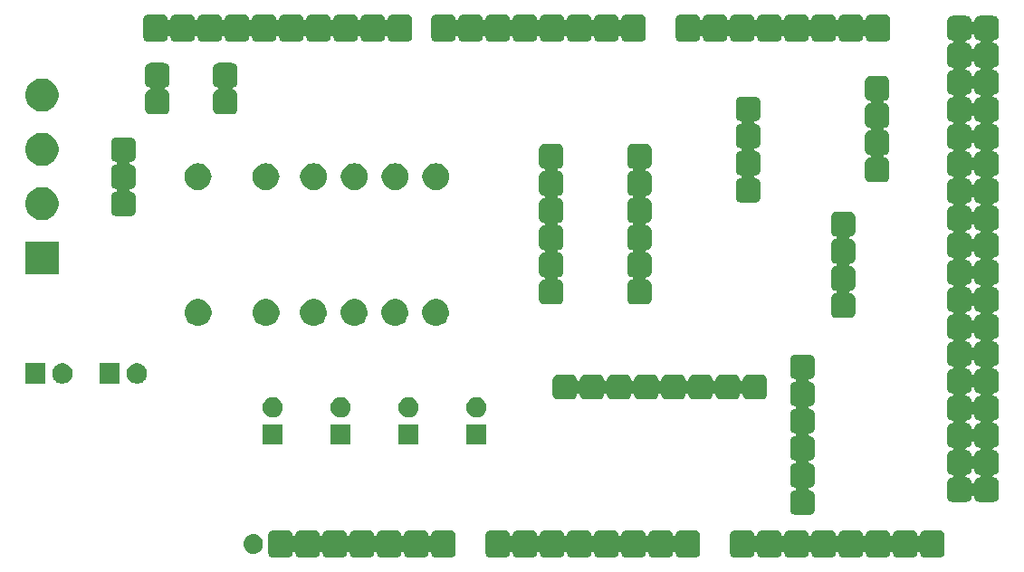
<source format=gts>
G04 #@! TF.GenerationSoftware,KiCad,Pcbnew,(5.1.4)-1*
G04 #@! TF.CreationDate,2020-12-14T11:09:43+07:00*
G04 #@! TF.ProjectId,back_controller,6261636b-5f63-46f6-9e74-726f6c6c6572,rev?*
G04 #@! TF.SameCoordinates,Original*
G04 #@! TF.FileFunction,Soldermask,Top*
G04 #@! TF.FilePolarity,Negative*
%FSLAX46Y46*%
G04 Gerber Fmt 4.6, Leading zero omitted, Abs format (unit mm)*
G04 Created by KiCad (PCBNEW (5.1.4)-1) date 2020-12-14 11:09:43*
%MOMM*%
%LPD*%
G04 APERTURE LIST*
%ADD10C,0.100000*%
G04 APERTURE END LIST*
D10*
G36*
X95427962Y-102924451D02*
G01*
X95524089Y-102953611D01*
X95612671Y-103000959D01*
X95690319Y-103064683D01*
X95754043Y-103142331D01*
X95801391Y-103230913D01*
X95830551Y-103327040D01*
X95835604Y-103378344D01*
X95840384Y-103402377D01*
X95849762Y-103425016D01*
X95863376Y-103445391D01*
X95880703Y-103462718D01*
X95901077Y-103476331D01*
X95923716Y-103485709D01*
X95947749Y-103490489D01*
X95972253Y-103490489D01*
X95996286Y-103485709D01*
X96018925Y-103476331D01*
X96039300Y-103462717D01*
X96056627Y-103445390D01*
X96070240Y-103425016D01*
X96079618Y-103402377D01*
X96084398Y-103378344D01*
X96089451Y-103327040D01*
X96118611Y-103230913D01*
X96165959Y-103142331D01*
X96229683Y-103064683D01*
X96307331Y-103000959D01*
X96395913Y-102953611D01*
X96492040Y-102924451D01*
X96598141Y-102914001D01*
X97861861Y-102914001D01*
X97967962Y-102924451D01*
X98064089Y-102953611D01*
X98152671Y-103000959D01*
X98230319Y-103064683D01*
X98294043Y-103142331D01*
X98341391Y-103230913D01*
X98370551Y-103327040D01*
X98375604Y-103378344D01*
X98380384Y-103402377D01*
X98389762Y-103425016D01*
X98403376Y-103445391D01*
X98420703Y-103462718D01*
X98441077Y-103476331D01*
X98463716Y-103485709D01*
X98487749Y-103490489D01*
X98512253Y-103490489D01*
X98536286Y-103485709D01*
X98558925Y-103476331D01*
X98579300Y-103462717D01*
X98596627Y-103445390D01*
X98610240Y-103425016D01*
X98619618Y-103402377D01*
X98624398Y-103378344D01*
X98629451Y-103327040D01*
X98658611Y-103230913D01*
X98705959Y-103142331D01*
X98769683Y-103064683D01*
X98847331Y-103000959D01*
X98935913Y-102953611D01*
X99032040Y-102924451D01*
X99138141Y-102914001D01*
X100401861Y-102914001D01*
X100507962Y-102924451D01*
X100604089Y-102953611D01*
X100692671Y-103000959D01*
X100770319Y-103064683D01*
X100834043Y-103142331D01*
X100881391Y-103230913D01*
X100910551Y-103327040D01*
X100915604Y-103378344D01*
X100920384Y-103402377D01*
X100929762Y-103425016D01*
X100943376Y-103445391D01*
X100960703Y-103462718D01*
X100981077Y-103476331D01*
X101003716Y-103485709D01*
X101027749Y-103490489D01*
X101052253Y-103490489D01*
X101076286Y-103485709D01*
X101098925Y-103476331D01*
X101119300Y-103462717D01*
X101136627Y-103445390D01*
X101150240Y-103425016D01*
X101159618Y-103402377D01*
X101164398Y-103378344D01*
X101169451Y-103327040D01*
X101198611Y-103230913D01*
X101245959Y-103142331D01*
X101309683Y-103064683D01*
X101387331Y-103000959D01*
X101475913Y-102953611D01*
X101572040Y-102924451D01*
X101678141Y-102914001D01*
X102941861Y-102914001D01*
X103047962Y-102924451D01*
X103144089Y-102953611D01*
X103232671Y-103000959D01*
X103310319Y-103064683D01*
X103374043Y-103142331D01*
X103421391Y-103230913D01*
X103450551Y-103327040D01*
X103455604Y-103378344D01*
X103460384Y-103402377D01*
X103469762Y-103425016D01*
X103483376Y-103445391D01*
X103500703Y-103462718D01*
X103521077Y-103476331D01*
X103543716Y-103485709D01*
X103567749Y-103490489D01*
X103592253Y-103490489D01*
X103616286Y-103485709D01*
X103638925Y-103476331D01*
X103659300Y-103462717D01*
X103676627Y-103445390D01*
X103690240Y-103425016D01*
X103699618Y-103402377D01*
X103704398Y-103378344D01*
X103709451Y-103327040D01*
X103738611Y-103230913D01*
X103785959Y-103142331D01*
X103849683Y-103064683D01*
X103927331Y-103000959D01*
X104015913Y-102953611D01*
X104112040Y-102924451D01*
X104218141Y-102914001D01*
X105481861Y-102914001D01*
X105587962Y-102924451D01*
X105684089Y-102953611D01*
X105772671Y-103000959D01*
X105850319Y-103064683D01*
X105914043Y-103142331D01*
X105961391Y-103230913D01*
X105990551Y-103327040D01*
X105995604Y-103378344D01*
X106000384Y-103402377D01*
X106009762Y-103425016D01*
X106023376Y-103445391D01*
X106040703Y-103462718D01*
X106061077Y-103476331D01*
X106083716Y-103485709D01*
X106107749Y-103490489D01*
X106132253Y-103490489D01*
X106156286Y-103485709D01*
X106178925Y-103476331D01*
X106199300Y-103462717D01*
X106216627Y-103445390D01*
X106230240Y-103425016D01*
X106239618Y-103402377D01*
X106244398Y-103378344D01*
X106249451Y-103327040D01*
X106278611Y-103230913D01*
X106325959Y-103142331D01*
X106389683Y-103064683D01*
X106467331Y-103000959D01*
X106555913Y-102953611D01*
X106652040Y-102924451D01*
X106758141Y-102914001D01*
X108021861Y-102914001D01*
X108127962Y-102924451D01*
X108224089Y-102953611D01*
X108312671Y-103000959D01*
X108390319Y-103064683D01*
X108454043Y-103142331D01*
X108501391Y-103230913D01*
X108530551Y-103327040D01*
X108535604Y-103378344D01*
X108540384Y-103402377D01*
X108549762Y-103425016D01*
X108563376Y-103445391D01*
X108580703Y-103462718D01*
X108601077Y-103476331D01*
X108623716Y-103485709D01*
X108647749Y-103490489D01*
X108672253Y-103490489D01*
X108696286Y-103485709D01*
X108718925Y-103476331D01*
X108739300Y-103462717D01*
X108756627Y-103445390D01*
X108770240Y-103425016D01*
X108779618Y-103402377D01*
X108784398Y-103378344D01*
X108789451Y-103327040D01*
X108818611Y-103230913D01*
X108865959Y-103142331D01*
X108929683Y-103064683D01*
X109007331Y-103000959D01*
X109095913Y-102953611D01*
X109192040Y-102924451D01*
X109298141Y-102914001D01*
X110561861Y-102914001D01*
X110667962Y-102924451D01*
X110764089Y-102953611D01*
X110852671Y-103000959D01*
X110930319Y-103064683D01*
X110994043Y-103142331D01*
X111041391Y-103230913D01*
X111070551Y-103327040D01*
X111075604Y-103378344D01*
X111080384Y-103402377D01*
X111089762Y-103425016D01*
X111103376Y-103445391D01*
X111120703Y-103462718D01*
X111141077Y-103476331D01*
X111163716Y-103485709D01*
X111187749Y-103490489D01*
X111212253Y-103490489D01*
X111236286Y-103485709D01*
X111258925Y-103476331D01*
X111279300Y-103462717D01*
X111296627Y-103445390D01*
X111310240Y-103425016D01*
X111319618Y-103402377D01*
X111324398Y-103378344D01*
X111329451Y-103327040D01*
X111358611Y-103230913D01*
X111405959Y-103142331D01*
X111469683Y-103064683D01*
X111547331Y-103000959D01*
X111635913Y-102953611D01*
X111732040Y-102924451D01*
X111838141Y-102914001D01*
X113101861Y-102914001D01*
X113207962Y-102924451D01*
X113304089Y-102953611D01*
X113392671Y-103000959D01*
X113470319Y-103064683D01*
X113534043Y-103142331D01*
X113581391Y-103230913D01*
X113610551Y-103327040D01*
X113621001Y-103433141D01*
X113621001Y-104996861D01*
X113610551Y-105102962D01*
X113581391Y-105199089D01*
X113534043Y-105287671D01*
X113470319Y-105365319D01*
X113392671Y-105429043D01*
X113304089Y-105476391D01*
X113207962Y-105505551D01*
X113101861Y-105516001D01*
X111838141Y-105516001D01*
X111732040Y-105505551D01*
X111635913Y-105476391D01*
X111547331Y-105429043D01*
X111469683Y-105365319D01*
X111405959Y-105287671D01*
X111358611Y-105199089D01*
X111329451Y-105102962D01*
X111324398Y-105051658D01*
X111319618Y-105027625D01*
X111310240Y-105004986D01*
X111296626Y-104984611D01*
X111279299Y-104967284D01*
X111258925Y-104953671D01*
X111236286Y-104944293D01*
X111212253Y-104939513D01*
X111187749Y-104939513D01*
X111163716Y-104944293D01*
X111141077Y-104953671D01*
X111120702Y-104967285D01*
X111103375Y-104984612D01*
X111089762Y-105004986D01*
X111080384Y-105027625D01*
X111075604Y-105051658D01*
X111070551Y-105102962D01*
X111041391Y-105199089D01*
X110994043Y-105287671D01*
X110930319Y-105365319D01*
X110852671Y-105429043D01*
X110764089Y-105476391D01*
X110667962Y-105505551D01*
X110561861Y-105516001D01*
X109298141Y-105516001D01*
X109192040Y-105505551D01*
X109095913Y-105476391D01*
X109007331Y-105429043D01*
X108929683Y-105365319D01*
X108865959Y-105287671D01*
X108818611Y-105199089D01*
X108789451Y-105102962D01*
X108784398Y-105051658D01*
X108779618Y-105027625D01*
X108770240Y-105004986D01*
X108756626Y-104984611D01*
X108739299Y-104967284D01*
X108718925Y-104953671D01*
X108696286Y-104944293D01*
X108672253Y-104939513D01*
X108647749Y-104939513D01*
X108623716Y-104944293D01*
X108601077Y-104953671D01*
X108580702Y-104967285D01*
X108563375Y-104984612D01*
X108549762Y-105004986D01*
X108540384Y-105027625D01*
X108535604Y-105051658D01*
X108530551Y-105102962D01*
X108501391Y-105199089D01*
X108454043Y-105287671D01*
X108390319Y-105365319D01*
X108312671Y-105429043D01*
X108224089Y-105476391D01*
X108127962Y-105505551D01*
X108021861Y-105516001D01*
X106758141Y-105516001D01*
X106652040Y-105505551D01*
X106555913Y-105476391D01*
X106467331Y-105429043D01*
X106389683Y-105365319D01*
X106325959Y-105287671D01*
X106278611Y-105199089D01*
X106249451Y-105102962D01*
X106244398Y-105051658D01*
X106239618Y-105027625D01*
X106230240Y-105004986D01*
X106216626Y-104984611D01*
X106199299Y-104967284D01*
X106178925Y-104953671D01*
X106156286Y-104944293D01*
X106132253Y-104939513D01*
X106107749Y-104939513D01*
X106083716Y-104944293D01*
X106061077Y-104953671D01*
X106040702Y-104967285D01*
X106023375Y-104984612D01*
X106009762Y-105004986D01*
X106000384Y-105027625D01*
X105995604Y-105051658D01*
X105990551Y-105102962D01*
X105961391Y-105199089D01*
X105914043Y-105287671D01*
X105850319Y-105365319D01*
X105772671Y-105429043D01*
X105684089Y-105476391D01*
X105587962Y-105505551D01*
X105481861Y-105516001D01*
X104218141Y-105516001D01*
X104112040Y-105505551D01*
X104015913Y-105476391D01*
X103927331Y-105429043D01*
X103849683Y-105365319D01*
X103785959Y-105287671D01*
X103738611Y-105199089D01*
X103709451Y-105102962D01*
X103704398Y-105051658D01*
X103699618Y-105027625D01*
X103690240Y-105004986D01*
X103676626Y-104984611D01*
X103659299Y-104967284D01*
X103638925Y-104953671D01*
X103616286Y-104944293D01*
X103592253Y-104939513D01*
X103567749Y-104939513D01*
X103543716Y-104944293D01*
X103521077Y-104953671D01*
X103500702Y-104967285D01*
X103483375Y-104984612D01*
X103469762Y-105004986D01*
X103460384Y-105027625D01*
X103455604Y-105051658D01*
X103450551Y-105102962D01*
X103421391Y-105199089D01*
X103374043Y-105287671D01*
X103310319Y-105365319D01*
X103232671Y-105429043D01*
X103144089Y-105476391D01*
X103047962Y-105505551D01*
X102941861Y-105516001D01*
X101678141Y-105516001D01*
X101572040Y-105505551D01*
X101475913Y-105476391D01*
X101387331Y-105429043D01*
X101309683Y-105365319D01*
X101245959Y-105287671D01*
X101198611Y-105199089D01*
X101169451Y-105102962D01*
X101164398Y-105051658D01*
X101159618Y-105027625D01*
X101150240Y-105004986D01*
X101136626Y-104984611D01*
X101119299Y-104967284D01*
X101098925Y-104953671D01*
X101076286Y-104944293D01*
X101052253Y-104939513D01*
X101027749Y-104939513D01*
X101003716Y-104944293D01*
X100981077Y-104953671D01*
X100960702Y-104967285D01*
X100943375Y-104984612D01*
X100929762Y-105004986D01*
X100920384Y-105027625D01*
X100915604Y-105051658D01*
X100910551Y-105102962D01*
X100881391Y-105199089D01*
X100834043Y-105287671D01*
X100770319Y-105365319D01*
X100692671Y-105429043D01*
X100604089Y-105476391D01*
X100507962Y-105505551D01*
X100401861Y-105516001D01*
X99138141Y-105516001D01*
X99032040Y-105505551D01*
X98935913Y-105476391D01*
X98847331Y-105429043D01*
X98769683Y-105365319D01*
X98705959Y-105287671D01*
X98658611Y-105199089D01*
X98629451Y-105102962D01*
X98624398Y-105051658D01*
X98619618Y-105027625D01*
X98610240Y-105004986D01*
X98596626Y-104984611D01*
X98579299Y-104967284D01*
X98558925Y-104953671D01*
X98536286Y-104944293D01*
X98512253Y-104939513D01*
X98487749Y-104939513D01*
X98463716Y-104944293D01*
X98441077Y-104953671D01*
X98420702Y-104967285D01*
X98403375Y-104984612D01*
X98389762Y-105004986D01*
X98380384Y-105027625D01*
X98375604Y-105051658D01*
X98370551Y-105102962D01*
X98341391Y-105199089D01*
X98294043Y-105287671D01*
X98230319Y-105365319D01*
X98152671Y-105429043D01*
X98064089Y-105476391D01*
X97967962Y-105505551D01*
X97861861Y-105516001D01*
X96598141Y-105516001D01*
X96492040Y-105505551D01*
X96395913Y-105476391D01*
X96307331Y-105429043D01*
X96229683Y-105365319D01*
X96165959Y-105287671D01*
X96118611Y-105199089D01*
X96089451Y-105102962D01*
X96084398Y-105051658D01*
X96079618Y-105027625D01*
X96070240Y-105004986D01*
X96056626Y-104984611D01*
X96039299Y-104967284D01*
X96018925Y-104953671D01*
X95996286Y-104944293D01*
X95972253Y-104939513D01*
X95947749Y-104939513D01*
X95923716Y-104944293D01*
X95901077Y-104953671D01*
X95880702Y-104967285D01*
X95863375Y-104984612D01*
X95849762Y-105004986D01*
X95840384Y-105027625D01*
X95835604Y-105051658D01*
X95830551Y-105102962D01*
X95801391Y-105199089D01*
X95754043Y-105287671D01*
X95690319Y-105365319D01*
X95612671Y-105429043D01*
X95524089Y-105476391D01*
X95427962Y-105505551D01*
X95321861Y-105516001D01*
X94058141Y-105516001D01*
X93952040Y-105505551D01*
X93855913Y-105476391D01*
X93767331Y-105429043D01*
X93689683Y-105365319D01*
X93625959Y-105287671D01*
X93578611Y-105199089D01*
X93549451Y-105102962D01*
X93539001Y-104996861D01*
X93539001Y-103433141D01*
X93549451Y-103327040D01*
X93578611Y-103230913D01*
X93625959Y-103142331D01*
X93689683Y-103064683D01*
X93767331Y-103000959D01*
X93855913Y-102953611D01*
X93952040Y-102924451D01*
X94058141Y-102914001D01*
X95321861Y-102914001D01*
X95427962Y-102924451D01*
X95427962Y-102924451D01*
G37*
G36*
X118287962Y-102924451D02*
G01*
X118384089Y-102953611D01*
X118472671Y-103000959D01*
X118550319Y-103064683D01*
X118614043Y-103142331D01*
X118661391Y-103230913D01*
X118690551Y-103327040D01*
X118695604Y-103378344D01*
X118700384Y-103402377D01*
X118709762Y-103425016D01*
X118723376Y-103445391D01*
X118740703Y-103462718D01*
X118761077Y-103476331D01*
X118783716Y-103485709D01*
X118807749Y-103490489D01*
X118832253Y-103490489D01*
X118856286Y-103485709D01*
X118878925Y-103476331D01*
X118899300Y-103462717D01*
X118916627Y-103445390D01*
X118930240Y-103425016D01*
X118939618Y-103402377D01*
X118944398Y-103378344D01*
X118949451Y-103327040D01*
X118978611Y-103230913D01*
X119025959Y-103142331D01*
X119089683Y-103064683D01*
X119167331Y-103000959D01*
X119255913Y-102953611D01*
X119352040Y-102924451D01*
X119458141Y-102914001D01*
X120721861Y-102914001D01*
X120827962Y-102924451D01*
X120924089Y-102953611D01*
X121012671Y-103000959D01*
X121090319Y-103064683D01*
X121154043Y-103142331D01*
X121201391Y-103230913D01*
X121230551Y-103327040D01*
X121235604Y-103378344D01*
X121240384Y-103402377D01*
X121249762Y-103425016D01*
X121263376Y-103445391D01*
X121280703Y-103462718D01*
X121301077Y-103476331D01*
X121323716Y-103485709D01*
X121347749Y-103490489D01*
X121372253Y-103490489D01*
X121396286Y-103485709D01*
X121418925Y-103476331D01*
X121439300Y-103462717D01*
X121456627Y-103445390D01*
X121470240Y-103425016D01*
X121479618Y-103402377D01*
X121484398Y-103378344D01*
X121489451Y-103327040D01*
X121518611Y-103230913D01*
X121565959Y-103142331D01*
X121629683Y-103064683D01*
X121707331Y-103000959D01*
X121795913Y-102953611D01*
X121892040Y-102924451D01*
X121998141Y-102914001D01*
X123261861Y-102914001D01*
X123367962Y-102924451D01*
X123464089Y-102953611D01*
X123552671Y-103000959D01*
X123630319Y-103064683D01*
X123694043Y-103142331D01*
X123741391Y-103230913D01*
X123770551Y-103327040D01*
X123775604Y-103378344D01*
X123780384Y-103402377D01*
X123789762Y-103425016D01*
X123803376Y-103445391D01*
X123820703Y-103462718D01*
X123841077Y-103476331D01*
X123863716Y-103485709D01*
X123887749Y-103490489D01*
X123912253Y-103490489D01*
X123936286Y-103485709D01*
X123958925Y-103476331D01*
X123979300Y-103462717D01*
X123996627Y-103445390D01*
X124010240Y-103425016D01*
X124019618Y-103402377D01*
X124024398Y-103378344D01*
X124029451Y-103327040D01*
X124058611Y-103230913D01*
X124105959Y-103142331D01*
X124169683Y-103064683D01*
X124247331Y-103000959D01*
X124335913Y-102953611D01*
X124432040Y-102924451D01*
X124538141Y-102914001D01*
X125801861Y-102914001D01*
X125907962Y-102924451D01*
X126004089Y-102953611D01*
X126092671Y-103000959D01*
X126170319Y-103064683D01*
X126234043Y-103142331D01*
X126281391Y-103230913D01*
X126310551Y-103327040D01*
X126315604Y-103378344D01*
X126320384Y-103402377D01*
X126329762Y-103425016D01*
X126343376Y-103445391D01*
X126360703Y-103462718D01*
X126381077Y-103476331D01*
X126403716Y-103485709D01*
X126427749Y-103490489D01*
X126452253Y-103490489D01*
X126476286Y-103485709D01*
X126498925Y-103476331D01*
X126519300Y-103462717D01*
X126536627Y-103445390D01*
X126550240Y-103425016D01*
X126559618Y-103402377D01*
X126564398Y-103378344D01*
X126569451Y-103327040D01*
X126598611Y-103230913D01*
X126645959Y-103142331D01*
X126709683Y-103064683D01*
X126787331Y-103000959D01*
X126875913Y-102953611D01*
X126972040Y-102924451D01*
X127078141Y-102914001D01*
X128341861Y-102914001D01*
X128447962Y-102924451D01*
X128544089Y-102953611D01*
X128632671Y-103000959D01*
X128710319Y-103064683D01*
X128774043Y-103142331D01*
X128821391Y-103230913D01*
X128850551Y-103327040D01*
X128855604Y-103378344D01*
X128860384Y-103402377D01*
X128869762Y-103425016D01*
X128883376Y-103445391D01*
X128900703Y-103462718D01*
X128921077Y-103476331D01*
X128943716Y-103485709D01*
X128967749Y-103490489D01*
X128992253Y-103490489D01*
X129016286Y-103485709D01*
X129038925Y-103476331D01*
X129059300Y-103462717D01*
X129076627Y-103445390D01*
X129090240Y-103425016D01*
X129099618Y-103402377D01*
X129104398Y-103378344D01*
X129109451Y-103327040D01*
X129138611Y-103230913D01*
X129185959Y-103142331D01*
X129249683Y-103064683D01*
X129327331Y-103000959D01*
X129415913Y-102953611D01*
X129512040Y-102924451D01*
X129618141Y-102914001D01*
X130881861Y-102914001D01*
X130987962Y-102924451D01*
X131084089Y-102953611D01*
X131172671Y-103000959D01*
X131250319Y-103064683D01*
X131314043Y-103142331D01*
X131361391Y-103230913D01*
X131390551Y-103327040D01*
X131395604Y-103378344D01*
X131400384Y-103402377D01*
X131409762Y-103425016D01*
X131423376Y-103445391D01*
X131440703Y-103462718D01*
X131461077Y-103476331D01*
X131483716Y-103485709D01*
X131507749Y-103490489D01*
X131532253Y-103490489D01*
X131556286Y-103485709D01*
X131578925Y-103476331D01*
X131599300Y-103462717D01*
X131616627Y-103445390D01*
X131630240Y-103425016D01*
X131639618Y-103402377D01*
X131644398Y-103378344D01*
X131649451Y-103327040D01*
X131678611Y-103230913D01*
X131725959Y-103142331D01*
X131789683Y-103064683D01*
X131867331Y-103000959D01*
X131955913Y-102953611D01*
X132052040Y-102924451D01*
X132158141Y-102914001D01*
X133421861Y-102914001D01*
X133527962Y-102924451D01*
X133624089Y-102953611D01*
X133712671Y-103000959D01*
X133790319Y-103064683D01*
X133854043Y-103142331D01*
X133901391Y-103230913D01*
X133930551Y-103327040D01*
X133935604Y-103378344D01*
X133940384Y-103402377D01*
X133949762Y-103425016D01*
X133963376Y-103445391D01*
X133980703Y-103462718D01*
X134001077Y-103476331D01*
X134023716Y-103485709D01*
X134047749Y-103490489D01*
X134072253Y-103490489D01*
X134096286Y-103485709D01*
X134118925Y-103476331D01*
X134139300Y-103462717D01*
X134156627Y-103445390D01*
X134170240Y-103425016D01*
X134179618Y-103402377D01*
X134184398Y-103378344D01*
X134189451Y-103327040D01*
X134218611Y-103230913D01*
X134265959Y-103142331D01*
X134329683Y-103064683D01*
X134407331Y-103000959D01*
X134495913Y-102953611D01*
X134592040Y-102924451D01*
X134698141Y-102914001D01*
X135961861Y-102914001D01*
X136067962Y-102924451D01*
X136164089Y-102953611D01*
X136252671Y-103000959D01*
X136330319Y-103064683D01*
X136394043Y-103142331D01*
X136441391Y-103230913D01*
X136470551Y-103327040D01*
X136481001Y-103433141D01*
X136481001Y-104996861D01*
X136470551Y-105102962D01*
X136441391Y-105199089D01*
X136394043Y-105287671D01*
X136330319Y-105365319D01*
X136252671Y-105429043D01*
X136164089Y-105476391D01*
X136067962Y-105505551D01*
X135961861Y-105516001D01*
X134698141Y-105516001D01*
X134592040Y-105505551D01*
X134495913Y-105476391D01*
X134407331Y-105429043D01*
X134329683Y-105365319D01*
X134265959Y-105287671D01*
X134218611Y-105199089D01*
X134189451Y-105102962D01*
X134184398Y-105051658D01*
X134179618Y-105027625D01*
X134170240Y-105004986D01*
X134156626Y-104984611D01*
X134139299Y-104967284D01*
X134118925Y-104953671D01*
X134096286Y-104944293D01*
X134072253Y-104939513D01*
X134047749Y-104939513D01*
X134023716Y-104944293D01*
X134001077Y-104953671D01*
X133980702Y-104967285D01*
X133963375Y-104984612D01*
X133949762Y-105004986D01*
X133940384Y-105027625D01*
X133935604Y-105051658D01*
X133930551Y-105102962D01*
X133901391Y-105199089D01*
X133854043Y-105287671D01*
X133790319Y-105365319D01*
X133712671Y-105429043D01*
X133624089Y-105476391D01*
X133527962Y-105505551D01*
X133421861Y-105516001D01*
X132158141Y-105516001D01*
X132052040Y-105505551D01*
X131955913Y-105476391D01*
X131867331Y-105429043D01*
X131789683Y-105365319D01*
X131725959Y-105287671D01*
X131678611Y-105199089D01*
X131649451Y-105102962D01*
X131644398Y-105051658D01*
X131639618Y-105027625D01*
X131630240Y-105004986D01*
X131616626Y-104984611D01*
X131599299Y-104967284D01*
X131578925Y-104953671D01*
X131556286Y-104944293D01*
X131532253Y-104939513D01*
X131507749Y-104939513D01*
X131483716Y-104944293D01*
X131461077Y-104953671D01*
X131440702Y-104967285D01*
X131423375Y-104984612D01*
X131409762Y-105004986D01*
X131400384Y-105027625D01*
X131395604Y-105051658D01*
X131390551Y-105102962D01*
X131361391Y-105199089D01*
X131314043Y-105287671D01*
X131250319Y-105365319D01*
X131172671Y-105429043D01*
X131084089Y-105476391D01*
X130987962Y-105505551D01*
X130881861Y-105516001D01*
X129618141Y-105516001D01*
X129512040Y-105505551D01*
X129415913Y-105476391D01*
X129327331Y-105429043D01*
X129249683Y-105365319D01*
X129185959Y-105287671D01*
X129138611Y-105199089D01*
X129109451Y-105102962D01*
X129104398Y-105051658D01*
X129099618Y-105027625D01*
X129090240Y-105004986D01*
X129076626Y-104984611D01*
X129059299Y-104967284D01*
X129038925Y-104953671D01*
X129016286Y-104944293D01*
X128992253Y-104939513D01*
X128967749Y-104939513D01*
X128943716Y-104944293D01*
X128921077Y-104953671D01*
X128900702Y-104967285D01*
X128883375Y-104984612D01*
X128869762Y-105004986D01*
X128860384Y-105027625D01*
X128855604Y-105051658D01*
X128850551Y-105102962D01*
X128821391Y-105199089D01*
X128774043Y-105287671D01*
X128710319Y-105365319D01*
X128632671Y-105429043D01*
X128544089Y-105476391D01*
X128447962Y-105505551D01*
X128341861Y-105516001D01*
X127078141Y-105516001D01*
X126972040Y-105505551D01*
X126875913Y-105476391D01*
X126787331Y-105429043D01*
X126709683Y-105365319D01*
X126645959Y-105287671D01*
X126598611Y-105199089D01*
X126569451Y-105102962D01*
X126564398Y-105051658D01*
X126559618Y-105027625D01*
X126550240Y-105004986D01*
X126536626Y-104984611D01*
X126519299Y-104967284D01*
X126498925Y-104953671D01*
X126476286Y-104944293D01*
X126452253Y-104939513D01*
X126427749Y-104939513D01*
X126403716Y-104944293D01*
X126381077Y-104953671D01*
X126360702Y-104967285D01*
X126343375Y-104984612D01*
X126329762Y-105004986D01*
X126320384Y-105027625D01*
X126315604Y-105051658D01*
X126310551Y-105102962D01*
X126281391Y-105199089D01*
X126234043Y-105287671D01*
X126170319Y-105365319D01*
X126092671Y-105429043D01*
X126004089Y-105476391D01*
X125907962Y-105505551D01*
X125801861Y-105516001D01*
X124538141Y-105516001D01*
X124432040Y-105505551D01*
X124335913Y-105476391D01*
X124247331Y-105429043D01*
X124169683Y-105365319D01*
X124105959Y-105287671D01*
X124058611Y-105199089D01*
X124029451Y-105102962D01*
X124024398Y-105051658D01*
X124019618Y-105027625D01*
X124010240Y-105004986D01*
X123996626Y-104984611D01*
X123979299Y-104967284D01*
X123958925Y-104953671D01*
X123936286Y-104944293D01*
X123912253Y-104939513D01*
X123887749Y-104939513D01*
X123863716Y-104944293D01*
X123841077Y-104953671D01*
X123820702Y-104967285D01*
X123803375Y-104984612D01*
X123789762Y-105004986D01*
X123780384Y-105027625D01*
X123775604Y-105051658D01*
X123770551Y-105102962D01*
X123741391Y-105199089D01*
X123694043Y-105287671D01*
X123630319Y-105365319D01*
X123552671Y-105429043D01*
X123464089Y-105476391D01*
X123367962Y-105505551D01*
X123261861Y-105516001D01*
X121998141Y-105516001D01*
X121892040Y-105505551D01*
X121795913Y-105476391D01*
X121707331Y-105429043D01*
X121629683Y-105365319D01*
X121565959Y-105287671D01*
X121518611Y-105199089D01*
X121489451Y-105102962D01*
X121484398Y-105051658D01*
X121479618Y-105027625D01*
X121470240Y-105004986D01*
X121456626Y-104984611D01*
X121439299Y-104967284D01*
X121418925Y-104953671D01*
X121396286Y-104944293D01*
X121372253Y-104939513D01*
X121347749Y-104939513D01*
X121323716Y-104944293D01*
X121301077Y-104953671D01*
X121280702Y-104967285D01*
X121263375Y-104984612D01*
X121249762Y-105004986D01*
X121240384Y-105027625D01*
X121235604Y-105051658D01*
X121230551Y-105102962D01*
X121201391Y-105199089D01*
X121154043Y-105287671D01*
X121090319Y-105365319D01*
X121012671Y-105429043D01*
X120924089Y-105476391D01*
X120827962Y-105505551D01*
X120721861Y-105516001D01*
X119458141Y-105516001D01*
X119352040Y-105505551D01*
X119255913Y-105476391D01*
X119167331Y-105429043D01*
X119089683Y-105365319D01*
X119025959Y-105287671D01*
X118978611Y-105199089D01*
X118949451Y-105102962D01*
X118944398Y-105051658D01*
X118939618Y-105027625D01*
X118930240Y-105004986D01*
X118916626Y-104984611D01*
X118899299Y-104967284D01*
X118878925Y-104953671D01*
X118856286Y-104944293D01*
X118832253Y-104939513D01*
X118807749Y-104939513D01*
X118783716Y-104944293D01*
X118761077Y-104953671D01*
X118740702Y-104967285D01*
X118723375Y-104984612D01*
X118709762Y-105004986D01*
X118700384Y-105027625D01*
X118695604Y-105051658D01*
X118690551Y-105102962D01*
X118661391Y-105199089D01*
X118614043Y-105287671D01*
X118550319Y-105365319D01*
X118472671Y-105429043D01*
X118384089Y-105476391D01*
X118287962Y-105505551D01*
X118181861Y-105516001D01*
X116918141Y-105516001D01*
X116812040Y-105505551D01*
X116715913Y-105476391D01*
X116627331Y-105429043D01*
X116549683Y-105365319D01*
X116485959Y-105287671D01*
X116438611Y-105199089D01*
X116409451Y-105102962D01*
X116399001Y-104996861D01*
X116399001Y-103433141D01*
X116409451Y-103327040D01*
X116438611Y-103230913D01*
X116485959Y-103142331D01*
X116549683Y-103064683D01*
X116627331Y-103000959D01*
X116715913Y-102953611D01*
X116812040Y-102924451D01*
X116918141Y-102914001D01*
X118181861Y-102914001D01*
X118287962Y-102924451D01*
X118287962Y-102924451D01*
G37*
G36*
X75107962Y-102924451D02*
G01*
X75204089Y-102953611D01*
X75292671Y-103000959D01*
X75370319Y-103064683D01*
X75434043Y-103142331D01*
X75481391Y-103230913D01*
X75510551Y-103327040D01*
X75515604Y-103378344D01*
X75520384Y-103402377D01*
X75529762Y-103425016D01*
X75543376Y-103445391D01*
X75560703Y-103462718D01*
X75581077Y-103476331D01*
X75603716Y-103485709D01*
X75627749Y-103490489D01*
X75652253Y-103490489D01*
X75676286Y-103485709D01*
X75698925Y-103476331D01*
X75719300Y-103462717D01*
X75736627Y-103445390D01*
X75750240Y-103425016D01*
X75759618Y-103402377D01*
X75764398Y-103378344D01*
X75769451Y-103327040D01*
X75798611Y-103230913D01*
X75845959Y-103142331D01*
X75909683Y-103064683D01*
X75987331Y-103000959D01*
X76075913Y-102953611D01*
X76172040Y-102924451D01*
X76278141Y-102914001D01*
X77541861Y-102914001D01*
X77647962Y-102924451D01*
X77744089Y-102953611D01*
X77832671Y-103000959D01*
X77910319Y-103064683D01*
X77974043Y-103142331D01*
X78021391Y-103230913D01*
X78050551Y-103327040D01*
X78055604Y-103378344D01*
X78060384Y-103402377D01*
X78069762Y-103425016D01*
X78083376Y-103445391D01*
X78100703Y-103462718D01*
X78121077Y-103476331D01*
X78143716Y-103485709D01*
X78167749Y-103490489D01*
X78192253Y-103490489D01*
X78216286Y-103485709D01*
X78238925Y-103476331D01*
X78259300Y-103462717D01*
X78276627Y-103445390D01*
X78290240Y-103425016D01*
X78299618Y-103402377D01*
X78304398Y-103378344D01*
X78309451Y-103327040D01*
X78338611Y-103230913D01*
X78385959Y-103142331D01*
X78449683Y-103064683D01*
X78527331Y-103000959D01*
X78615913Y-102953611D01*
X78712040Y-102924451D01*
X78818141Y-102914001D01*
X80081861Y-102914001D01*
X80187962Y-102924451D01*
X80284089Y-102953611D01*
X80372671Y-103000959D01*
X80450319Y-103064683D01*
X80514043Y-103142331D01*
X80561391Y-103230913D01*
X80590551Y-103327040D01*
X80595604Y-103378344D01*
X80600384Y-103402377D01*
X80609762Y-103425016D01*
X80623376Y-103445391D01*
X80640703Y-103462718D01*
X80661077Y-103476331D01*
X80683716Y-103485709D01*
X80707749Y-103490489D01*
X80732253Y-103490489D01*
X80756286Y-103485709D01*
X80778925Y-103476331D01*
X80799300Y-103462717D01*
X80816627Y-103445390D01*
X80830240Y-103425016D01*
X80839618Y-103402377D01*
X80844398Y-103378344D01*
X80849451Y-103327040D01*
X80878611Y-103230913D01*
X80925959Y-103142331D01*
X80989683Y-103064683D01*
X81067331Y-103000959D01*
X81155913Y-102953611D01*
X81252040Y-102924451D01*
X81358141Y-102914001D01*
X82621861Y-102914001D01*
X82727962Y-102924451D01*
X82824089Y-102953611D01*
X82912671Y-103000959D01*
X82990319Y-103064683D01*
X83054043Y-103142331D01*
X83101391Y-103230913D01*
X83130551Y-103327040D01*
X83135604Y-103378344D01*
X83140384Y-103402377D01*
X83149762Y-103425016D01*
X83163376Y-103445391D01*
X83180703Y-103462718D01*
X83201077Y-103476331D01*
X83223716Y-103485709D01*
X83247749Y-103490489D01*
X83272253Y-103490489D01*
X83296286Y-103485709D01*
X83318925Y-103476331D01*
X83339300Y-103462717D01*
X83356627Y-103445390D01*
X83370240Y-103425016D01*
X83379618Y-103402377D01*
X83384398Y-103378344D01*
X83389451Y-103327040D01*
X83418611Y-103230913D01*
X83465959Y-103142331D01*
X83529683Y-103064683D01*
X83607331Y-103000959D01*
X83695913Y-102953611D01*
X83792040Y-102924451D01*
X83898141Y-102914001D01*
X85161861Y-102914001D01*
X85267962Y-102924451D01*
X85364089Y-102953611D01*
X85452671Y-103000959D01*
X85530319Y-103064683D01*
X85594043Y-103142331D01*
X85641391Y-103230913D01*
X85670551Y-103327040D01*
X85675604Y-103378344D01*
X85680384Y-103402377D01*
X85689762Y-103425016D01*
X85703376Y-103445391D01*
X85720703Y-103462718D01*
X85741077Y-103476331D01*
X85763716Y-103485709D01*
X85787749Y-103490489D01*
X85812253Y-103490489D01*
X85836286Y-103485709D01*
X85858925Y-103476331D01*
X85879300Y-103462717D01*
X85896627Y-103445390D01*
X85910240Y-103425016D01*
X85919618Y-103402377D01*
X85924398Y-103378344D01*
X85929451Y-103327040D01*
X85958611Y-103230913D01*
X86005959Y-103142331D01*
X86069683Y-103064683D01*
X86147331Y-103000959D01*
X86235913Y-102953611D01*
X86332040Y-102924451D01*
X86438141Y-102914001D01*
X87701861Y-102914001D01*
X87807962Y-102924451D01*
X87904089Y-102953611D01*
X87992671Y-103000959D01*
X88070319Y-103064683D01*
X88134043Y-103142331D01*
X88181391Y-103230913D01*
X88210551Y-103327040D01*
X88215604Y-103378344D01*
X88220384Y-103402377D01*
X88229762Y-103425016D01*
X88243376Y-103445391D01*
X88260703Y-103462718D01*
X88281077Y-103476331D01*
X88303716Y-103485709D01*
X88327749Y-103490489D01*
X88352253Y-103490489D01*
X88376286Y-103485709D01*
X88398925Y-103476331D01*
X88419300Y-103462717D01*
X88436627Y-103445390D01*
X88450240Y-103425016D01*
X88459618Y-103402377D01*
X88464398Y-103378344D01*
X88469451Y-103327040D01*
X88498611Y-103230913D01*
X88545959Y-103142331D01*
X88609683Y-103064683D01*
X88687331Y-103000959D01*
X88775913Y-102953611D01*
X88872040Y-102924451D01*
X88978141Y-102914001D01*
X90241861Y-102914001D01*
X90347962Y-102924451D01*
X90444089Y-102953611D01*
X90532671Y-103000959D01*
X90610319Y-103064683D01*
X90674043Y-103142331D01*
X90721391Y-103230913D01*
X90750551Y-103327040D01*
X90761001Y-103433141D01*
X90761001Y-104996861D01*
X90750551Y-105102962D01*
X90721391Y-105199089D01*
X90674043Y-105287671D01*
X90610319Y-105365319D01*
X90532671Y-105429043D01*
X90444089Y-105476391D01*
X90347962Y-105505551D01*
X90241861Y-105516001D01*
X88978141Y-105516001D01*
X88872040Y-105505551D01*
X88775913Y-105476391D01*
X88687331Y-105429043D01*
X88609683Y-105365319D01*
X88545959Y-105287671D01*
X88498611Y-105199089D01*
X88469451Y-105102962D01*
X88464398Y-105051658D01*
X88459618Y-105027625D01*
X88450240Y-105004986D01*
X88436626Y-104984611D01*
X88419299Y-104967284D01*
X88398925Y-104953671D01*
X88376286Y-104944293D01*
X88352253Y-104939513D01*
X88327749Y-104939513D01*
X88303716Y-104944293D01*
X88281077Y-104953671D01*
X88260702Y-104967285D01*
X88243375Y-104984612D01*
X88229762Y-105004986D01*
X88220384Y-105027625D01*
X88215604Y-105051658D01*
X88210551Y-105102962D01*
X88181391Y-105199089D01*
X88134043Y-105287671D01*
X88070319Y-105365319D01*
X87992671Y-105429043D01*
X87904089Y-105476391D01*
X87807962Y-105505551D01*
X87701861Y-105516001D01*
X86438141Y-105516001D01*
X86332040Y-105505551D01*
X86235913Y-105476391D01*
X86147331Y-105429043D01*
X86069683Y-105365319D01*
X86005959Y-105287671D01*
X85958611Y-105199089D01*
X85929451Y-105102962D01*
X85924398Y-105051658D01*
X85919618Y-105027625D01*
X85910240Y-105004986D01*
X85896626Y-104984611D01*
X85879299Y-104967284D01*
X85858925Y-104953671D01*
X85836286Y-104944293D01*
X85812253Y-104939513D01*
X85787749Y-104939513D01*
X85763716Y-104944293D01*
X85741077Y-104953671D01*
X85720702Y-104967285D01*
X85703375Y-104984612D01*
X85689762Y-105004986D01*
X85680384Y-105027625D01*
X85675604Y-105051658D01*
X85670551Y-105102962D01*
X85641391Y-105199089D01*
X85594043Y-105287671D01*
X85530319Y-105365319D01*
X85452671Y-105429043D01*
X85364089Y-105476391D01*
X85267962Y-105505551D01*
X85161861Y-105516001D01*
X83898141Y-105516001D01*
X83792040Y-105505551D01*
X83695913Y-105476391D01*
X83607331Y-105429043D01*
X83529683Y-105365319D01*
X83465959Y-105287671D01*
X83418611Y-105199089D01*
X83389451Y-105102962D01*
X83384398Y-105051658D01*
X83379618Y-105027625D01*
X83370240Y-105004986D01*
X83356626Y-104984611D01*
X83339299Y-104967284D01*
X83318925Y-104953671D01*
X83296286Y-104944293D01*
X83272253Y-104939513D01*
X83247749Y-104939513D01*
X83223716Y-104944293D01*
X83201077Y-104953671D01*
X83180702Y-104967285D01*
X83163375Y-104984612D01*
X83149762Y-105004986D01*
X83140384Y-105027625D01*
X83135604Y-105051658D01*
X83130551Y-105102962D01*
X83101391Y-105199089D01*
X83054043Y-105287671D01*
X82990319Y-105365319D01*
X82912671Y-105429043D01*
X82824089Y-105476391D01*
X82727962Y-105505551D01*
X82621861Y-105516001D01*
X81358141Y-105516001D01*
X81252040Y-105505551D01*
X81155913Y-105476391D01*
X81067331Y-105429043D01*
X80989683Y-105365319D01*
X80925959Y-105287671D01*
X80878611Y-105199089D01*
X80849451Y-105102962D01*
X80844398Y-105051658D01*
X80839618Y-105027625D01*
X80830240Y-105004986D01*
X80816626Y-104984611D01*
X80799299Y-104967284D01*
X80778925Y-104953671D01*
X80756286Y-104944293D01*
X80732253Y-104939513D01*
X80707749Y-104939513D01*
X80683716Y-104944293D01*
X80661077Y-104953671D01*
X80640702Y-104967285D01*
X80623375Y-104984612D01*
X80609762Y-105004986D01*
X80600384Y-105027625D01*
X80595604Y-105051658D01*
X80590551Y-105102962D01*
X80561391Y-105199089D01*
X80514043Y-105287671D01*
X80450319Y-105365319D01*
X80372671Y-105429043D01*
X80284089Y-105476391D01*
X80187962Y-105505551D01*
X80081861Y-105516001D01*
X78818141Y-105516001D01*
X78712040Y-105505551D01*
X78615913Y-105476391D01*
X78527331Y-105429043D01*
X78449683Y-105365319D01*
X78385959Y-105287671D01*
X78338611Y-105199089D01*
X78309451Y-105102962D01*
X78304398Y-105051658D01*
X78299618Y-105027625D01*
X78290240Y-105004986D01*
X78276626Y-104984611D01*
X78259299Y-104967284D01*
X78238925Y-104953671D01*
X78216286Y-104944293D01*
X78192253Y-104939513D01*
X78167749Y-104939513D01*
X78143716Y-104944293D01*
X78121077Y-104953671D01*
X78100702Y-104967285D01*
X78083375Y-104984612D01*
X78069762Y-105004986D01*
X78060384Y-105027625D01*
X78055604Y-105051658D01*
X78050551Y-105102962D01*
X78021391Y-105199089D01*
X77974043Y-105287671D01*
X77910319Y-105365319D01*
X77832671Y-105429043D01*
X77744089Y-105476391D01*
X77647962Y-105505551D01*
X77541861Y-105516001D01*
X76278141Y-105516001D01*
X76172040Y-105505551D01*
X76075913Y-105476391D01*
X75987331Y-105429043D01*
X75909683Y-105365319D01*
X75845959Y-105287671D01*
X75798611Y-105199089D01*
X75769451Y-105102962D01*
X75764398Y-105051658D01*
X75759618Y-105027625D01*
X75750240Y-105004986D01*
X75736626Y-104984611D01*
X75719299Y-104967284D01*
X75698925Y-104953671D01*
X75676286Y-104944293D01*
X75652253Y-104939513D01*
X75627749Y-104939513D01*
X75603716Y-104944293D01*
X75581077Y-104953671D01*
X75560702Y-104967285D01*
X75543375Y-104984612D01*
X75529762Y-105004986D01*
X75520384Y-105027625D01*
X75515604Y-105051658D01*
X75510551Y-105102962D01*
X75481391Y-105199089D01*
X75434043Y-105287671D01*
X75370319Y-105365319D01*
X75292671Y-105429043D01*
X75204089Y-105476391D01*
X75107962Y-105505551D01*
X75001861Y-105516001D01*
X73738141Y-105516001D01*
X73632040Y-105505551D01*
X73535913Y-105476391D01*
X73447331Y-105429043D01*
X73369683Y-105365319D01*
X73305959Y-105287671D01*
X73258611Y-105199089D01*
X73229451Y-105102962D01*
X73219001Y-104996861D01*
X73219001Y-103433141D01*
X73229451Y-103327040D01*
X73258611Y-103230913D01*
X73305959Y-103142331D01*
X73369683Y-103064683D01*
X73447331Y-103000959D01*
X73535913Y-102953611D01*
X73632040Y-102924451D01*
X73738141Y-102914001D01*
X75001861Y-102914001D01*
X75107962Y-102924451D01*
X75107962Y-102924451D01*
G37*
G36*
X72009295Y-103313634D02*
G01*
X72181696Y-103365932D01*
X72340584Y-103450859D01*
X72479850Y-103565152D01*
X72594143Y-103704418D01*
X72679070Y-103863306D01*
X72731368Y-104035707D01*
X72749026Y-104215001D01*
X72731368Y-104394295D01*
X72679070Y-104566696D01*
X72594143Y-104725584D01*
X72479850Y-104864850D01*
X72340584Y-104979143D01*
X72181696Y-105064070D01*
X72009295Y-105116368D01*
X71874932Y-105129601D01*
X71785070Y-105129601D01*
X71650707Y-105116368D01*
X71478306Y-105064070D01*
X71319418Y-104979143D01*
X71180152Y-104864850D01*
X71065859Y-104725584D01*
X70980932Y-104566696D01*
X70928634Y-104394295D01*
X70910976Y-104215001D01*
X70928634Y-104035707D01*
X70980932Y-103863306D01*
X71065859Y-103704418D01*
X71180152Y-103565152D01*
X71319418Y-103450859D01*
X71478306Y-103365932D01*
X71650707Y-103313634D01*
X71785070Y-103300401D01*
X71874932Y-103300401D01*
X72009295Y-103313634D01*
X72009295Y-103313634D01*
G37*
G36*
X123927961Y-86489450D02*
G01*
X124024088Y-86518610D01*
X124112670Y-86565958D01*
X124190318Y-86629682D01*
X124254042Y-86707330D01*
X124301390Y-86795912D01*
X124330550Y-86892039D01*
X124341000Y-86998140D01*
X124341000Y-88261860D01*
X124330550Y-88367961D01*
X124301390Y-88464088D01*
X124254042Y-88552670D01*
X124190318Y-88630318D01*
X124112670Y-88694042D01*
X124024088Y-88741390D01*
X123927961Y-88770550D01*
X123876657Y-88775603D01*
X123852624Y-88780383D01*
X123829985Y-88789761D01*
X123809610Y-88803375D01*
X123792283Y-88820702D01*
X123778670Y-88841076D01*
X123769292Y-88863715D01*
X123764512Y-88887748D01*
X123764512Y-88912252D01*
X123769292Y-88936285D01*
X123778670Y-88958924D01*
X123792284Y-88979299D01*
X123809611Y-88996626D01*
X123829985Y-89010239D01*
X123852624Y-89019617D01*
X123876657Y-89024397D01*
X123927961Y-89029450D01*
X124024088Y-89058610D01*
X124112670Y-89105958D01*
X124190318Y-89169682D01*
X124254042Y-89247330D01*
X124301390Y-89335912D01*
X124330550Y-89432039D01*
X124341000Y-89538140D01*
X124341000Y-90801860D01*
X124330550Y-90907961D01*
X124301390Y-91004088D01*
X124254042Y-91092670D01*
X124190318Y-91170318D01*
X124112670Y-91234042D01*
X124024088Y-91281390D01*
X123927961Y-91310550D01*
X123876657Y-91315603D01*
X123852624Y-91320383D01*
X123829985Y-91329761D01*
X123809610Y-91343375D01*
X123792283Y-91360702D01*
X123778670Y-91381076D01*
X123769292Y-91403715D01*
X123764512Y-91427748D01*
X123764512Y-91452252D01*
X123769292Y-91476285D01*
X123778670Y-91498924D01*
X123792284Y-91519299D01*
X123809611Y-91536626D01*
X123829985Y-91550239D01*
X123852624Y-91559617D01*
X123876657Y-91564397D01*
X123927961Y-91569450D01*
X124024088Y-91598610D01*
X124112670Y-91645958D01*
X124190318Y-91709682D01*
X124254042Y-91787330D01*
X124301390Y-91875912D01*
X124330550Y-91972039D01*
X124341000Y-92078140D01*
X124341000Y-93341860D01*
X124330550Y-93447961D01*
X124301390Y-93544088D01*
X124254042Y-93632670D01*
X124190318Y-93710318D01*
X124112670Y-93774042D01*
X124024088Y-93821390D01*
X123927961Y-93850550D01*
X123876657Y-93855603D01*
X123852624Y-93860383D01*
X123829985Y-93869761D01*
X123809610Y-93883375D01*
X123792283Y-93900702D01*
X123778670Y-93921076D01*
X123769292Y-93943715D01*
X123764512Y-93967748D01*
X123764512Y-93992252D01*
X123769292Y-94016285D01*
X123778670Y-94038924D01*
X123792284Y-94059299D01*
X123809611Y-94076626D01*
X123829985Y-94090239D01*
X123852624Y-94099617D01*
X123876657Y-94104397D01*
X123927961Y-94109450D01*
X124024088Y-94138610D01*
X124112670Y-94185958D01*
X124190318Y-94249682D01*
X124254042Y-94327330D01*
X124301390Y-94415912D01*
X124330550Y-94512039D01*
X124341000Y-94618140D01*
X124341000Y-95881860D01*
X124330550Y-95987961D01*
X124301390Y-96084088D01*
X124254042Y-96172670D01*
X124190318Y-96250318D01*
X124112670Y-96314042D01*
X124024088Y-96361390D01*
X123927961Y-96390550D01*
X123876657Y-96395603D01*
X123852624Y-96400383D01*
X123829985Y-96409761D01*
X123809610Y-96423375D01*
X123792283Y-96440702D01*
X123778670Y-96461076D01*
X123769292Y-96483715D01*
X123764512Y-96507748D01*
X123764512Y-96532252D01*
X123769292Y-96556285D01*
X123778670Y-96578924D01*
X123792284Y-96599299D01*
X123809611Y-96616626D01*
X123829985Y-96630239D01*
X123852624Y-96639617D01*
X123876657Y-96644397D01*
X123927961Y-96649450D01*
X124024088Y-96678610D01*
X124112670Y-96725958D01*
X124190318Y-96789682D01*
X124254042Y-96867330D01*
X124301390Y-96955912D01*
X124330550Y-97052039D01*
X124341000Y-97158140D01*
X124341000Y-98421860D01*
X124330550Y-98527961D01*
X124301390Y-98624088D01*
X124254042Y-98712670D01*
X124190318Y-98790318D01*
X124112670Y-98854042D01*
X124024088Y-98901390D01*
X123927961Y-98930550D01*
X123876657Y-98935603D01*
X123852624Y-98940383D01*
X123829985Y-98949761D01*
X123809610Y-98963375D01*
X123792283Y-98980702D01*
X123778670Y-99001076D01*
X123769292Y-99023715D01*
X123764512Y-99047748D01*
X123764512Y-99072252D01*
X123769292Y-99096285D01*
X123778670Y-99118924D01*
X123792284Y-99139299D01*
X123809611Y-99156626D01*
X123829985Y-99170239D01*
X123852624Y-99179617D01*
X123876657Y-99184397D01*
X123927961Y-99189450D01*
X124024088Y-99218610D01*
X124112670Y-99265958D01*
X124190318Y-99329682D01*
X124254042Y-99407330D01*
X124301390Y-99495912D01*
X124330550Y-99592039D01*
X124341000Y-99698140D01*
X124341000Y-100961860D01*
X124330550Y-101067961D01*
X124301390Y-101164088D01*
X124254042Y-101252670D01*
X124190318Y-101330318D01*
X124112670Y-101394042D01*
X124024088Y-101441390D01*
X123927961Y-101470550D01*
X123821860Y-101481000D01*
X122558140Y-101481000D01*
X122452039Y-101470550D01*
X122355912Y-101441390D01*
X122267330Y-101394042D01*
X122189682Y-101330318D01*
X122125958Y-101252670D01*
X122078610Y-101164088D01*
X122049450Y-101067961D01*
X122039000Y-100961860D01*
X122039000Y-99698140D01*
X122049450Y-99592039D01*
X122078610Y-99495912D01*
X122125958Y-99407330D01*
X122189682Y-99329682D01*
X122267330Y-99265958D01*
X122355912Y-99218610D01*
X122452039Y-99189450D01*
X122503343Y-99184397D01*
X122527376Y-99179617D01*
X122550015Y-99170239D01*
X122570390Y-99156625D01*
X122587717Y-99139298D01*
X122601330Y-99118924D01*
X122610708Y-99096285D01*
X122615488Y-99072252D01*
X122615488Y-99047748D01*
X122610708Y-99023715D01*
X122601330Y-99001076D01*
X122587716Y-98980701D01*
X122570389Y-98963374D01*
X122550015Y-98949761D01*
X122527376Y-98940383D01*
X122503343Y-98935603D01*
X122452039Y-98930550D01*
X122355912Y-98901390D01*
X122267330Y-98854042D01*
X122189682Y-98790318D01*
X122125958Y-98712670D01*
X122078610Y-98624088D01*
X122049450Y-98527961D01*
X122039000Y-98421860D01*
X122039000Y-97158140D01*
X122049450Y-97052039D01*
X122078610Y-96955912D01*
X122125958Y-96867330D01*
X122189682Y-96789682D01*
X122267330Y-96725958D01*
X122355912Y-96678610D01*
X122452039Y-96649450D01*
X122503343Y-96644397D01*
X122527376Y-96639617D01*
X122550015Y-96630239D01*
X122570390Y-96616625D01*
X122587717Y-96599298D01*
X122601330Y-96578924D01*
X122610708Y-96556285D01*
X122615488Y-96532252D01*
X122615488Y-96507748D01*
X122610708Y-96483715D01*
X122601330Y-96461076D01*
X122587716Y-96440701D01*
X122570389Y-96423374D01*
X122550015Y-96409761D01*
X122527376Y-96400383D01*
X122503343Y-96395603D01*
X122452039Y-96390550D01*
X122355912Y-96361390D01*
X122267330Y-96314042D01*
X122189682Y-96250318D01*
X122125958Y-96172670D01*
X122078610Y-96084088D01*
X122049450Y-95987961D01*
X122039000Y-95881860D01*
X122039000Y-94618140D01*
X122049450Y-94512039D01*
X122078610Y-94415912D01*
X122125958Y-94327330D01*
X122189682Y-94249682D01*
X122267330Y-94185958D01*
X122355912Y-94138610D01*
X122452039Y-94109450D01*
X122503343Y-94104397D01*
X122527376Y-94099617D01*
X122550015Y-94090239D01*
X122570390Y-94076625D01*
X122587717Y-94059298D01*
X122601330Y-94038924D01*
X122610708Y-94016285D01*
X122615488Y-93992252D01*
X122615488Y-93967748D01*
X122610708Y-93943715D01*
X122601330Y-93921076D01*
X122587716Y-93900701D01*
X122570389Y-93883374D01*
X122550015Y-93869761D01*
X122527376Y-93860383D01*
X122503343Y-93855603D01*
X122452039Y-93850550D01*
X122355912Y-93821390D01*
X122267330Y-93774042D01*
X122189682Y-93710318D01*
X122125958Y-93632670D01*
X122078610Y-93544088D01*
X122049450Y-93447961D01*
X122039000Y-93341860D01*
X122039000Y-92078140D01*
X122049450Y-91972039D01*
X122078610Y-91875912D01*
X122125958Y-91787330D01*
X122189682Y-91709682D01*
X122267330Y-91645958D01*
X122355912Y-91598610D01*
X122452039Y-91569450D01*
X122503343Y-91564397D01*
X122527376Y-91559617D01*
X122550015Y-91550239D01*
X122570390Y-91536625D01*
X122587717Y-91519298D01*
X122601330Y-91498924D01*
X122610708Y-91476285D01*
X122615488Y-91452252D01*
X122615488Y-91427748D01*
X122610708Y-91403715D01*
X122601330Y-91381076D01*
X122587716Y-91360701D01*
X122570389Y-91343374D01*
X122550015Y-91329761D01*
X122527376Y-91320383D01*
X122503343Y-91315603D01*
X122452039Y-91310550D01*
X122355912Y-91281390D01*
X122267330Y-91234042D01*
X122189682Y-91170318D01*
X122125958Y-91092670D01*
X122078610Y-91004088D01*
X122049450Y-90907961D01*
X122039000Y-90801860D01*
X122039000Y-89538140D01*
X122049450Y-89432039D01*
X122078610Y-89335912D01*
X122125958Y-89247330D01*
X122189682Y-89169682D01*
X122267330Y-89105958D01*
X122355912Y-89058610D01*
X122452039Y-89029450D01*
X122503343Y-89024397D01*
X122527376Y-89019617D01*
X122550015Y-89010239D01*
X122570390Y-88996625D01*
X122587717Y-88979298D01*
X122601330Y-88958924D01*
X122610708Y-88936285D01*
X122615488Y-88912252D01*
X122615488Y-88887748D01*
X122610708Y-88863715D01*
X122601330Y-88841076D01*
X122587716Y-88820701D01*
X122570389Y-88803374D01*
X122550015Y-88789761D01*
X122527376Y-88780383D01*
X122503343Y-88775603D01*
X122452039Y-88770550D01*
X122355912Y-88741390D01*
X122267330Y-88694042D01*
X122189682Y-88630318D01*
X122125958Y-88552670D01*
X122078610Y-88464088D01*
X122049450Y-88367961D01*
X122039000Y-88261860D01*
X122039000Y-86998140D01*
X122049450Y-86892039D01*
X122078610Y-86795912D01*
X122125958Y-86707330D01*
X122189682Y-86629682D01*
X122267330Y-86565958D01*
X122355912Y-86518610D01*
X122452039Y-86489450D01*
X122558140Y-86479000D01*
X123821860Y-86479000D01*
X123927961Y-86489450D01*
X123927961Y-86489450D01*
G37*
G36*
X138607962Y-54814451D02*
G01*
X138704089Y-54843611D01*
X138792671Y-54890959D01*
X138870319Y-54954683D01*
X138934043Y-55032331D01*
X138981391Y-55120913D01*
X139010551Y-55217040D01*
X139015604Y-55268344D01*
X139020384Y-55292377D01*
X139029762Y-55315016D01*
X139043376Y-55335391D01*
X139060703Y-55352718D01*
X139081077Y-55366331D01*
X139103716Y-55375709D01*
X139127749Y-55380489D01*
X139152253Y-55380489D01*
X139176286Y-55375709D01*
X139198925Y-55366331D01*
X139219300Y-55352717D01*
X139236627Y-55335390D01*
X139250240Y-55315016D01*
X139259618Y-55292377D01*
X139264398Y-55268344D01*
X139269451Y-55217040D01*
X139298611Y-55120913D01*
X139345959Y-55032331D01*
X139409683Y-54954683D01*
X139487331Y-54890959D01*
X139575913Y-54843611D01*
X139672040Y-54814451D01*
X139778141Y-54804001D01*
X141041861Y-54804001D01*
X141147962Y-54814451D01*
X141244089Y-54843611D01*
X141332671Y-54890959D01*
X141410319Y-54954683D01*
X141474043Y-55032331D01*
X141521391Y-55120913D01*
X141550551Y-55217040D01*
X141561001Y-55323141D01*
X141561001Y-56586861D01*
X141550551Y-56692962D01*
X141521391Y-56789089D01*
X141474043Y-56877671D01*
X141410319Y-56955319D01*
X141332671Y-57019043D01*
X141244089Y-57066391D01*
X141147962Y-57095551D01*
X141096658Y-57100604D01*
X141072625Y-57105384D01*
X141049986Y-57114762D01*
X141029611Y-57128376D01*
X141012284Y-57145703D01*
X140998671Y-57166077D01*
X140989293Y-57188716D01*
X140984513Y-57212749D01*
X140984513Y-57237253D01*
X140989293Y-57261286D01*
X140998671Y-57283925D01*
X141012285Y-57304300D01*
X141029612Y-57321627D01*
X141049986Y-57335240D01*
X141072625Y-57344618D01*
X141096658Y-57349398D01*
X141147962Y-57354451D01*
X141244089Y-57383611D01*
X141332671Y-57430959D01*
X141410319Y-57494683D01*
X141474043Y-57572331D01*
X141521391Y-57660913D01*
X141550551Y-57757040D01*
X141561001Y-57863141D01*
X141561001Y-59126861D01*
X141550551Y-59232962D01*
X141521391Y-59329089D01*
X141474043Y-59417671D01*
X141410319Y-59495319D01*
X141332671Y-59559043D01*
X141244089Y-59606391D01*
X141147962Y-59635551D01*
X141096658Y-59640604D01*
X141072625Y-59645384D01*
X141049986Y-59654762D01*
X141029611Y-59668376D01*
X141012284Y-59685703D01*
X140998671Y-59706077D01*
X140989293Y-59728716D01*
X140984513Y-59752749D01*
X140984513Y-59777253D01*
X140989293Y-59801286D01*
X140998671Y-59823925D01*
X141012285Y-59844300D01*
X141029612Y-59861627D01*
X141049986Y-59875240D01*
X141072625Y-59884618D01*
X141096658Y-59889398D01*
X141147962Y-59894451D01*
X141244089Y-59923611D01*
X141332671Y-59970959D01*
X141410319Y-60034683D01*
X141474043Y-60112331D01*
X141521391Y-60200913D01*
X141550551Y-60297040D01*
X141561001Y-60403141D01*
X141561001Y-61666861D01*
X141550551Y-61772962D01*
X141521391Y-61869089D01*
X141474043Y-61957671D01*
X141410319Y-62035319D01*
X141332671Y-62099043D01*
X141244089Y-62146391D01*
X141147962Y-62175551D01*
X141096658Y-62180604D01*
X141072625Y-62185384D01*
X141049986Y-62194762D01*
X141029611Y-62208376D01*
X141012284Y-62225703D01*
X140998671Y-62246077D01*
X140989293Y-62268716D01*
X140984513Y-62292749D01*
X140984513Y-62317253D01*
X140989293Y-62341286D01*
X140998671Y-62363925D01*
X141012285Y-62384300D01*
X141029612Y-62401627D01*
X141049986Y-62415240D01*
X141072625Y-62424618D01*
X141096658Y-62429398D01*
X141147962Y-62434451D01*
X141244089Y-62463611D01*
X141332671Y-62510959D01*
X141410319Y-62574683D01*
X141474043Y-62652331D01*
X141521391Y-62740913D01*
X141550551Y-62837040D01*
X141561001Y-62943141D01*
X141561001Y-64206861D01*
X141550551Y-64312962D01*
X141521391Y-64409089D01*
X141474043Y-64497671D01*
X141410319Y-64575319D01*
X141332671Y-64639043D01*
X141244089Y-64686391D01*
X141147962Y-64715551D01*
X141096658Y-64720604D01*
X141072625Y-64725384D01*
X141049986Y-64734762D01*
X141029611Y-64748376D01*
X141012284Y-64765703D01*
X140998671Y-64786077D01*
X140989293Y-64808716D01*
X140984513Y-64832749D01*
X140984513Y-64857253D01*
X140989293Y-64881286D01*
X140998671Y-64903925D01*
X141012285Y-64924300D01*
X141029612Y-64941627D01*
X141049986Y-64955240D01*
X141072625Y-64964618D01*
X141096658Y-64969398D01*
X141147962Y-64974451D01*
X141244089Y-65003611D01*
X141332671Y-65050959D01*
X141410319Y-65114683D01*
X141474043Y-65192331D01*
X141521391Y-65280913D01*
X141550551Y-65377040D01*
X141561001Y-65483141D01*
X141561001Y-66746861D01*
X141550551Y-66852962D01*
X141521391Y-66949089D01*
X141474043Y-67037671D01*
X141410319Y-67115319D01*
X141332671Y-67179043D01*
X141244089Y-67226391D01*
X141147962Y-67255551D01*
X141096658Y-67260604D01*
X141072625Y-67265384D01*
X141049986Y-67274762D01*
X141029611Y-67288376D01*
X141012284Y-67305703D01*
X140998671Y-67326077D01*
X140989293Y-67348716D01*
X140984513Y-67372749D01*
X140984513Y-67397253D01*
X140989293Y-67421286D01*
X140998671Y-67443925D01*
X141012285Y-67464300D01*
X141029612Y-67481627D01*
X141049986Y-67495240D01*
X141072625Y-67504618D01*
X141096658Y-67509398D01*
X141147962Y-67514451D01*
X141244089Y-67543611D01*
X141332671Y-67590959D01*
X141410319Y-67654683D01*
X141474043Y-67732331D01*
X141521391Y-67820913D01*
X141550551Y-67917040D01*
X141561001Y-68023141D01*
X141561001Y-69286861D01*
X141550551Y-69392962D01*
X141521391Y-69489089D01*
X141474043Y-69577671D01*
X141410319Y-69655319D01*
X141332671Y-69719043D01*
X141244089Y-69766391D01*
X141147962Y-69795551D01*
X141096658Y-69800604D01*
X141072625Y-69805384D01*
X141049986Y-69814762D01*
X141029611Y-69828376D01*
X141012284Y-69845703D01*
X140998671Y-69866077D01*
X140989293Y-69888716D01*
X140984513Y-69912749D01*
X140984513Y-69937253D01*
X140989293Y-69961286D01*
X140998671Y-69983925D01*
X141012285Y-70004300D01*
X141029612Y-70021627D01*
X141049986Y-70035240D01*
X141072625Y-70044618D01*
X141096658Y-70049398D01*
X141147962Y-70054451D01*
X141244089Y-70083611D01*
X141332671Y-70130959D01*
X141410319Y-70194683D01*
X141474043Y-70272331D01*
X141521391Y-70360913D01*
X141550551Y-70457040D01*
X141561001Y-70563141D01*
X141561001Y-71826861D01*
X141550551Y-71932962D01*
X141521391Y-72029089D01*
X141474043Y-72117671D01*
X141410319Y-72195319D01*
X141332671Y-72259043D01*
X141244089Y-72306391D01*
X141147962Y-72335551D01*
X141096658Y-72340604D01*
X141072625Y-72345384D01*
X141049986Y-72354762D01*
X141029611Y-72368376D01*
X141012284Y-72385703D01*
X140998671Y-72406077D01*
X140989293Y-72428716D01*
X140984513Y-72452749D01*
X140984513Y-72477253D01*
X140989293Y-72501286D01*
X140998671Y-72523925D01*
X141012285Y-72544300D01*
X141029612Y-72561627D01*
X141049986Y-72575240D01*
X141072625Y-72584618D01*
X141096658Y-72589398D01*
X141147962Y-72594451D01*
X141244089Y-72623611D01*
X141332671Y-72670959D01*
X141410319Y-72734683D01*
X141474043Y-72812331D01*
X141521391Y-72900913D01*
X141550551Y-72997040D01*
X141561001Y-73103141D01*
X141561001Y-74366861D01*
X141550551Y-74472962D01*
X141521391Y-74569089D01*
X141474043Y-74657671D01*
X141410319Y-74735319D01*
X141332671Y-74799043D01*
X141244089Y-74846391D01*
X141147962Y-74875551D01*
X141096658Y-74880604D01*
X141072625Y-74885384D01*
X141049986Y-74894762D01*
X141029611Y-74908376D01*
X141012284Y-74925703D01*
X140998671Y-74946077D01*
X140989293Y-74968716D01*
X140984513Y-74992749D01*
X140984513Y-75017253D01*
X140989293Y-75041286D01*
X140998671Y-75063925D01*
X141012285Y-75084300D01*
X141029612Y-75101627D01*
X141049986Y-75115240D01*
X141072625Y-75124618D01*
X141096658Y-75129398D01*
X141147962Y-75134451D01*
X141244089Y-75163611D01*
X141332671Y-75210959D01*
X141410319Y-75274683D01*
X141474043Y-75352331D01*
X141521391Y-75440913D01*
X141550551Y-75537040D01*
X141561001Y-75643141D01*
X141561001Y-76906861D01*
X141550551Y-77012962D01*
X141521391Y-77109089D01*
X141474043Y-77197671D01*
X141410319Y-77275319D01*
X141332671Y-77339043D01*
X141244089Y-77386391D01*
X141147962Y-77415551D01*
X141096658Y-77420604D01*
X141072625Y-77425384D01*
X141049986Y-77434762D01*
X141029611Y-77448376D01*
X141012284Y-77465703D01*
X140998671Y-77486077D01*
X140989293Y-77508716D01*
X140984513Y-77532749D01*
X140984513Y-77557253D01*
X140989293Y-77581286D01*
X140998671Y-77603925D01*
X141012285Y-77624300D01*
X141029612Y-77641627D01*
X141049986Y-77655240D01*
X141072625Y-77664618D01*
X141096658Y-77669398D01*
X141147962Y-77674451D01*
X141244089Y-77703611D01*
X141332671Y-77750959D01*
X141410319Y-77814683D01*
X141474043Y-77892331D01*
X141521391Y-77980913D01*
X141550551Y-78077040D01*
X141561001Y-78183141D01*
X141561001Y-79446861D01*
X141550551Y-79552962D01*
X141521391Y-79649089D01*
X141474043Y-79737671D01*
X141410319Y-79815319D01*
X141332671Y-79879043D01*
X141244089Y-79926391D01*
X141147962Y-79955551D01*
X141096658Y-79960604D01*
X141072625Y-79965384D01*
X141049986Y-79974762D01*
X141029611Y-79988376D01*
X141012284Y-80005703D01*
X140998671Y-80026077D01*
X140989293Y-80048716D01*
X140984513Y-80072749D01*
X140984513Y-80097253D01*
X140989293Y-80121286D01*
X140998671Y-80143925D01*
X141012285Y-80164300D01*
X141029612Y-80181627D01*
X141049986Y-80195240D01*
X141072625Y-80204618D01*
X141096658Y-80209398D01*
X141147962Y-80214451D01*
X141244089Y-80243611D01*
X141332671Y-80290959D01*
X141410319Y-80354683D01*
X141474043Y-80432331D01*
X141521391Y-80520913D01*
X141550551Y-80617040D01*
X141561001Y-80723141D01*
X141561001Y-81986861D01*
X141550551Y-82092962D01*
X141521391Y-82189089D01*
X141474043Y-82277671D01*
X141410319Y-82355319D01*
X141332671Y-82419043D01*
X141244089Y-82466391D01*
X141147962Y-82495551D01*
X141096658Y-82500604D01*
X141072625Y-82505384D01*
X141049986Y-82514762D01*
X141029611Y-82528376D01*
X141012284Y-82545703D01*
X140998671Y-82566077D01*
X140989293Y-82588716D01*
X140984513Y-82612749D01*
X140984513Y-82637253D01*
X140989293Y-82661286D01*
X140998671Y-82683925D01*
X141012285Y-82704300D01*
X141029612Y-82721627D01*
X141049986Y-82735240D01*
X141072625Y-82744618D01*
X141096658Y-82749398D01*
X141147962Y-82754451D01*
X141244089Y-82783611D01*
X141332671Y-82830959D01*
X141410319Y-82894683D01*
X141474043Y-82972331D01*
X141521391Y-83060913D01*
X141550551Y-83157040D01*
X141561001Y-83263141D01*
X141561001Y-84526861D01*
X141550551Y-84632962D01*
X141521391Y-84729089D01*
X141474043Y-84817671D01*
X141410319Y-84895319D01*
X141332671Y-84959043D01*
X141244089Y-85006391D01*
X141147962Y-85035551D01*
X141096658Y-85040604D01*
X141072625Y-85045384D01*
X141049986Y-85054762D01*
X141029611Y-85068376D01*
X141012284Y-85085703D01*
X140998671Y-85106077D01*
X140989293Y-85128716D01*
X140984513Y-85152749D01*
X140984513Y-85177253D01*
X140989293Y-85201286D01*
X140998671Y-85223925D01*
X141012285Y-85244300D01*
X141029612Y-85261627D01*
X141049986Y-85275240D01*
X141072625Y-85284618D01*
X141096658Y-85289398D01*
X141147962Y-85294451D01*
X141244089Y-85323611D01*
X141332671Y-85370959D01*
X141410319Y-85434683D01*
X141474043Y-85512331D01*
X141521391Y-85600913D01*
X141550551Y-85697040D01*
X141561001Y-85803141D01*
X141561001Y-87066861D01*
X141550551Y-87172962D01*
X141521391Y-87269089D01*
X141474043Y-87357671D01*
X141410319Y-87435319D01*
X141332671Y-87499043D01*
X141244089Y-87546391D01*
X141147962Y-87575551D01*
X141096658Y-87580604D01*
X141072625Y-87585384D01*
X141049986Y-87594762D01*
X141029611Y-87608376D01*
X141012284Y-87625703D01*
X140998671Y-87646077D01*
X140989293Y-87668716D01*
X140984513Y-87692749D01*
X140984513Y-87717253D01*
X140989293Y-87741286D01*
X140998671Y-87763925D01*
X141012285Y-87784300D01*
X141029612Y-87801627D01*
X141049986Y-87815240D01*
X141072625Y-87824618D01*
X141096658Y-87829398D01*
X141147962Y-87834451D01*
X141244089Y-87863611D01*
X141332671Y-87910959D01*
X141410319Y-87974683D01*
X141474043Y-88052331D01*
X141521391Y-88140913D01*
X141550551Y-88237040D01*
X141561001Y-88343141D01*
X141561001Y-89606861D01*
X141550551Y-89712962D01*
X141521391Y-89809089D01*
X141474043Y-89897671D01*
X141410319Y-89975319D01*
X141332671Y-90039043D01*
X141244089Y-90086391D01*
X141147962Y-90115551D01*
X141096658Y-90120604D01*
X141072625Y-90125384D01*
X141049986Y-90134762D01*
X141029611Y-90148376D01*
X141012284Y-90165703D01*
X140998671Y-90186077D01*
X140989293Y-90208716D01*
X140984513Y-90232749D01*
X140984513Y-90257253D01*
X140989293Y-90281286D01*
X140998671Y-90303925D01*
X141012285Y-90324300D01*
X141029612Y-90341627D01*
X141049986Y-90355240D01*
X141072625Y-90364618D01*
X141096658Y-90369398D01*
X141147962Y-90374451D01*
X141244089Y-90403611D01*
X141332671Y-90450959D01*
X141410319Y-90514683D01*
X141474043Y-90592331D01*
X141521391Y-90680913D01*
X141550551Y-90777040D01*
X141561001Y-90883141D01*
X141561001Y-92146861D01*
X141550551Y-92252962D01*
X141521391Y-92349089D01*
X141474043Y-92437671D01*
X141410319Y-92515319D01*
X141332671Y-92579043D01*
X141244089Y-92626391D01*
X141147962Y-92655551D01*
X141096658Y-92660604D01*
X141072625Y-92665384D01*
X141049986Y-92674762D01*
X141029611Y-92688376D01*
X141012284Y-92705703D01*
X140998671Y-92726077D01*
X140989293Y-92748716D01*
X140984513Y-92772749D01*
X140984513Y-92797253D01*
X140989293Y-92821286D01*
X140998671Y-92843925D01*
X141012285Y-92864300D01*
X141029612Y-92881627D01*
X141049986Y-92895240D01*
X141072625Y-92904618D01*
X141096658Y-92909398D01*
X141147962Y-92914451D01*
X141244089Y-92943611D01*
X141332671Y-92990959D01*
X141410319Y-93054683D01*
X141474043Y-93132331D01*
X141521391Y-93220913D01*
X141550551Y-93317040D01*
X141561001Y-93423141D01*
X141561001Y-94686861D01*
X141550551Y-94792962D01*
X141521391Y-94889089D01*
X141474043Y-94977671D01*
X141410319Y-95055319D01*
X141332671Y-95119043D01*
X141244089Y-95166391D01*
X141147962Y-95195551D01*
X141096658Y-95200604D01*
X141072625Y-95205384D01*
X141049986Y-95214762D01*
X141029611Y-95228376D01*
X141012284Y-95245703D01*
X140998671Y-95266077D01*
X140989293Y-95288716D01*
X140984513Y-95312749D01*
X140984513Y-95337253D01*
X140989293Y-95361286D01*
X140998671Y-95383925D01*
X141012285Y-95404300D01*
X141029612Y-95421627D01*
X141049986Y-95435240D01*
X141072625Y-95444618D01*
X141096658Y-95449398D01*
X141147962Y-95454451D01*
X141244089Y-95483611D01*
X141332671Y-95530959D01*
X141410319Y-95594683D01*
X141474043Y-95672331D01*
X141521391Y-95760913D01*
X141550551Y-95857040D01*
X141561001Y-95963141D01*
X141561001Y-97226861D01*
X141550551Y-97332962D01*
X141521391Y-97429089D01*
X141474043Y-97517671D01*
X141410319Y-97595319D01*
X141332671Y-97659043D01*
X141244089Y-97706391D01*
X141147962Y-97735551D01*
X141096658Y-97740604D01*
X141072625Y-97745384D01*
X141049986Y-97754762D01*
X141029611Y-97768376D01*
X141012284Y-97785703D01*
X140998671Y-97806077D01*
X140989293Y-97828716D01*
X140984513Y-97852749D01*
X140984513Y-97877253D01*
X140989293Y-97901286D01*
X140998671Y-97923925D01*
X141012285Y-97944300D01*
X141029612Y-97961627D01*
X141049986Y-97975240D01*
X141072625Y-97984618D01*
X141096658Y-97989398D01*
X141147962Y-97994451D01*
X141244089Y-98023611D01*
X141332671Y-98070959D01*
X141410319Y-98134683D01*
X141474043Y-98212331D01*
X141521391Y-98300913D01*
X141550551Y-98397040D01*
X141561001Y-98503141D01*
X141561001Y-99766861D01*
X141550551Y-99872962D01*
X141521391Y-99969089D01*
X141474043Y-100057671D01*
X141410319Y-100135319D01*
X141332671Y-100199043D01*
X141244089Y-100246391D01*
X141147962Y-100275551D01*
X141041861Y-100286001D01*
X139778141Y-100286001D01*
X139672040Y-100275551D01*
X139575913Y-100246391D01*
X139487331Y-100199043D01*
X139409683Y-100135319D01*
X139345959Y-100057671D01*
X139298611Y-99969089D01*
X139269451Y-99872962D01*
X139264398Y-99821658D01*
X139259618Y-99797625D01*
X139250240Y-99774986D01*
X139236626Y-99754611D01*
X139219299Y-99737284D01*
X139198925Y-99723671D01*
X139176286Y-99714293D01*
X139152253Y-99709513D01*
X139127749Y-99709513D01*
X139103716Y-99714293D01*
X139081077Y-99723671D01*
X139060702Y-99737285D01*
X139043375Y-99754612D01*
X139029762Y-99774986D01*
X139020384Y-99797625D01*
X139015604Y-99821658D01*
X139010551Y-99872962D01*
X138981391Y-99969089D01*
X138934043Y-100057671D01*
X138870319Y-100135319D01*
X138792671Y-100199043D01*
X138704089Y-100246391D01*
X138607962Y-100275551D01*
X138501861Y-100286001D01*
X137238141Y-100286001D01*
X137132040Y-100275551D01*
X137035913Y-100246391D01*
X136947331Y-100199043D01*
X136869683Y-100135319D01*
X136805959Y-100057671D01*
X136758611Y-99969089D01*
X136729451Y-99872962D01*
X136719001Y-99766861D01*
X136719001Y-98503141D01*
X136729451Y-98397040D01*
X136758611Y-98300913D01*
X136805959Y-98212331D01*
X136869683Y-98134683D01*
X136947331Y-98070959D01*
X137035913Y-98023611D01*
X137132040Y-97994451D01*
X137183344Y-97989398D01*
X137207377Y-97984618D01*
X137230016Y-97975240D01*
X137250391Y-97961626D01*
X137267718Y-97944299D01*
X137281331Y-97923925D01*
X137290709Y-97901286D01*
X137295489Y-97877253D01*
X137295489Y-97852749D01*
X138444513Y-97852749D01*
X138444513Y-97877253D01*
X138449293Y-97901286D01*
X138458671Y-97923925D01*
X138472285Y-97944300D01*
X138489612Y-97961627D01*
X138509986Y-97975240D01*
X138532625Y-97984618D01*
X138556658Y-97989398D01*
X138607962Y-97994451D01*
X138704089Y-98023611D01*
X138792671Y-98070959D01*
X138870319Y-98134683D01*
X138934043Y-98212331D01*
X138981391Y-98300913D01*
X139010551Y-98397040D01*
X139015604Y-98448344D01*
X139020384Y-98472377D01*
X139029762Y-98495016D01*
X139043376Y-98515391D01*
X139060703Y-98532718D01*
X139081077Y-98546331D01*
X139103716Y-98555709D01*
X139127749Y-98560489D01*
X139152253Y-98560489D01*
X139176286Y-98555709D01*
X139198925Y-98546331D01*
X139219300Y-98532717D01*
X139236627Y-98515390D01*
X139250240Y-98495016D01*
X139259618Y-98472377D01*
X139264398Y-98448344D01*
X139269451Y-98397040D01*
X139298611Y-98300913D01*
X139345959Y-98212331D01*
X139409683Y-98134683D01*
X139487331Y-98070959D01*
X139575913Y-98023611D01*
X139672040Y-97994451D01*
X139723344Y-97989398D01*
X139747377Y-97984618D01*
X139770016Y-97975240D01*
X139790391Y-97961626D01*
X139807718Y-97944299D01*
X139821331Y-97923925D01*
X139830709Y-97901286D01*
X139835489Y-97877253D01*
X139835489Y-97852749D01*
X139830709Y-97828716D01*
X139821331Y-97806077D01*
X139807717Y-97785702D01*
X139790390Y-97768375D01*
X139770016Y-97754762D01*
X139747377Y-97745384D01*
X139723344Y-97740604D01*
X139672040Y-97735551D01*
X139575913Y-97706391D01*
X139487331Y-97659043D01*
X139409683Y-97595319D01*
X139345959Y-97517671D01*
X139298611Y-97429089D01*
X139269451Y-97332962D01*
X139264398Y-97281658D01*
X139259618Y-97257625D01*
X139250240Y-97234986D01*
X139236626Y-97214611D01*
X139219299Y-97197284D01*
X139198925Y-97183671D01*
X139176286Y-97174293D01*
X139152253Y-97169513D01*
X139127749Y-97169513D01*
X139103716Y-97174293D01*
X139081077Y-97183671D01*
X139060702Y-97197285D01*
X139043375Y-97214612D01*
X139029762Y-97234986D01*
X139020384Y-97257625D01*
X139015604Y-97281658D01*
X139010551Y-97332962D01*
X138981391Y-97429089D01*
X138934043Y-97517671D01*
X138870319Y-97595319D01*
X138792671Y-97659043D01*
X138704089Y-97706391D01*
X138607962Y-97735551D01*
X138556658Y-97740604D01*
X138532625Y-97745384D01*
X138509986Y-97754762D01*
X138489611Y-97768376D01*
X138472284Y-97785703D01*
X138458671Y-97806077D01*
X138449293Y-97828716D01*
X138444513Y-97852749D01*
X137295489Y-97852749D01*
X137290709Y-97828716D01*
X137281331Y-97806077D01*
X137267717Y-97785702D01*
X137250390Y-97768375D01*
X137230016Y-97754762D01*
X137207377Y-97745384D01*
X137183344Y-97740604D01*
X137132040Y-97735551D01*
X137035913Y-97706391D01*
X136947331Y-97659043D01*
X136869683Y-97595319D01*
X136805959Y-97517671D01*
X136758611Y-97429089D01*
X136729451Y-97332962D01*
X136719001Y-97226861D01*
X136719001Y-95963141D01*
X136729451Y-95857040D01*
X136758611Y-95760913D01*
X136805959Y-95672331D01*
X136869683Y-95594683D01*
X136947331Y-95530959D01*
X137035913Y-95483611D01*
X137132040Y-95454451D01*
X137183344Y-95449398D01*
X137207377Y-95444618D01*
X137230016Y-95435240D01*
X137250391Y-95421626D01*
X137267718Y-95404299D01*
X137281331Y-95383925D01*
X137290709Y-95361286D01*
X137295489Y-95337253D01*
X137295489Y-95312749D01*
X138444513Y-95312749D01*
X138444513Y-95337253D01*
X138449293Y-95361286D01*
X138458671Y-95383925D01*
X138472285Y-95404300D01*
X138489612Y-95421627D01*
X138509986Y-95435240D01*
X138532625Y-95444618D01*
X138556658Y-95449398D01*
X138607962Y-95454451D01*
X138704089Y-95483611D01*
X138792671Y-95530959D01*
X138870319Y-95594683D01*
X138934043Y-95672331D01*
X138981391Y-95760913D01*
X139010551Y-95857040D01*
X139015604Y-95908344D01*
X139020384Y-95932377D01*
X139029762Y-95955016D01*
X139043376Y-95975391D01*
X139060703Y-95992718D01*
X139081077Y-96006331D01*
X139103716Y-96015709D01*
X139127749Y-96020489D01*
X139152253Y-96020489D01*
X139176286Y-96015709D01*
X139198925Y-96006331D01*
X139219300Y-95992717D01*
X139236627Y-95975390D01*
X139250240Y-95955016D01*
X139259618Y-95932377D01*
X139264398Y-95908344D01*
X139269451Y-95857040D01*
X139298611Y-95760913D01*
X139345959Y-95672331D01*
X139409683Y-95594683D01*
X139487331Y-95530959D01*
X139575913Y-95483611D01*
X139672040Y-95454451D01*
X139723344Y-95449398D01*
X139747377Y-95444618D01*
X139770016Y-95435240D01*
X139790391Y-95421626D01*
X139807718Y-95404299D01*
X139821331Y-95383925D01*
X139830709Y-95361286D01*
X139835489Y-95337253D01*
X139835489Y-95312749D01*
X139830709Y-95288716D01*
X139821331Y-95266077D01*
X139807717Y-95245702D01*
X139790390Y-95228375D01*
X139770016Y-95214762D01*
X139747377Y-95205384D01*
X139723344Y-95200604D01*
X139672040Y-95195551D01*
X139575913Y-95166391D01*
X139487331Y-95119043D01*
X139409683Y-95055319D01*
X139345959Y-94977671D01*
X139298611Y-94889089D01*
X139269451Y-94792962D01*
X139264398Y-94741658D01*
X139259618Y-94717625D01*
X139250240Y-94694986D01*
X139236626Y-94674611D01*
X139219299Y-94657284D01*
X139198925Y-94643671D01*
X139176286Y-94634293D01*
X139152253Y-94629513D01*
X139127749Y-94629513D01*
X139103716Y-94634293D01*
X139081077Y-94643671D01*
X139060702Y-94657285D01*
X139043375Y-94674612D01*
X139029762Y-94694986D01*
X139020384Y-94717625D01*
X139015604Y-94741658D01*
X139010551Y-94792962D01*
X138981391Y-94889089D01*
X138934043Y-94977671D01*
X138870319Y-95055319D01*
X138792671Y-95119043D01*
X138704089Y-95166391D01*
X138607962Y-95195551D01*
X138556658Y-95200604D01*
X138532625Y-95205384D01*
X138509986Y-95214762D01*
X138489611Y-95228376D01*
X138472284Y-95245703D01*
X138458671Y-95266077D01*
X138449293Y-95288716D01*
X138444513Y-95312749D01*
X137295489Y-95312749D01*
X137290709Y-95288716D01*
X137281331Y-95266077D01*
X137267717Y-95245702D01*
X137250390Y-95228375D01*
X137230016Y-95214762D01*
X137207377Y-95205384D01*
X137183344Y-95200604D01*
X137132040Y-95195551D01*
X137035913Y-95166391D01*
X136947331Y-95119043D01*
X136869683Y-95055319D01*
X136805959Y-94977671D01*
X136758611Y-94889089D01*
X136729451Y-94792962D01*
X136719001Y-94686861D01*
X136719001Y-93423141D01*
X136729451Y-93317040D01*
X136758611Y-93220913D01*
X136805959Y-93132331D01*
X136869683Y-93054683D01*
X136947331Y-92990959D01*
X137035913Y-92943611D01*
X137132040Y-92914451D01*
X137183344Y-92909398D01*
X137207377Y-92904618D01*
X137230016Y-92895240D01*
X137250391Y-92881626D01*
X137267718Y-92864299D01*
X137281331Y-92843925D01*
X137290709Y-92821286D01*
X137295489Y-92797253D01*
X137295489Y-92772749D01*
X138444513Y-92772749D01*
X138444513Y-92797253D01*
X138449293Y-92821286D01*
X138458671Y-92843925D01*
X138472285Y-92864300D01*
X138489612Y-92881627D01*
X138509986Y-92895240D01*
X138532625Y-92904618D01*
X138556658Y-92909398D01*
X138607962Y-92914451D01*
X138704089Y-92943611D01*
X138792671Y-92990959D01*
X138870319Y-93054683D01*
X138934043Y-93132331D01*
X138981391Y-93220913D01*
X139010551Y-93317040D01*
X139015604Y-93368344D01*
X139020384Y-93392377D01*
X139029762Y-93415016D01*
X139043376Y-93435391D01*
X139060703Y-93452718D01*
X139081077Y-93466331D01*
X139103716Y-93475709D01*
X139127749Y-93480489D01*
X139152253Y-93480489D01*
X139176286Y-93475709D01*
X139198925Y-93466331D01*
X139219300Y-93452717D01*
X139236627Y-93435390D01*
X139250240Y-93415016D01*
X139259618Y-93392377D01*
X139264398Y-93368344D01*
X139269451Y-93317040D01*
X139298611Y-93220913D01*
X139345959Y-93132331D01*
X139409683Y-93054683D01*
X139487331Y-92990959D01*
X139575913Y-92943611D01*
X139672040Y-92914451D01*
X139723344Y-92909398D01*
X139747377Y-92904618D01*
X139770016Y-92895240D01*
X139790391Y-92881626D01*
X139807718Y-92864299D01*
X139821331Y-92843925D01*
X139830709Y-92821286D01*
X139835489Y-92797253D01*
X139835489Y-92772749D01*
X139830709Y-92748716D01*
X139821331Y-92726077D01*
X139807717Y-92705702D01*
X139790390Y-92688375D01*
X139770016Y-92674762D01*
X139747377Y-92665384D01*
X139723344Y-92660604D01*
X139672040Y-92655551D01*
X139575913Y-92626391D01*
X139487331Y-92579043D01*
X139409683Y-92515319D01*
X139345959Y-92437671D01*
X139298611Y-92349089D01*
X139269451Y-92252962D01*
X139264398Y-92201658D01*
X139259618Y-92177625D01*
X139250240Y-92154986D01*
X139236626Y-92134611D01*
X139219299Y-92117284D01*
X139198925Y-92103671D01*
X139176286Y-92094293D01*
X139152253Y-92089513D01*
X139127749Y-92089513D01*
X139103716Y-92094293D01*
X139081077Y-92103671D01*
X139060702Y-92117285D01*
X139043375Y-92134612D01*
X139029762Y-92154986D01*
X139020384Y-92177625D01*
X139015604Y-92201658D01*
X139010551Y-92252962D01*
X138981391Y-92349089D01*
X138934043Y-92437671D01*
X138870319Y-92515319D01*
X138792671Y-92579043D01*
X138704089Y-92626391D01*
X138607962Y-92655551D01*
X138556658Y-92660604D01*
X138532625Y-92665384D01*
X138509986Y-92674762D01*
X138489611Y-92688376D01*
X138472284Y-92705703D01*
X138458671Y-92726077D01*
X138449293Y-92748716D01*
X138444513Y-92772749D01*
X137295489Y-92772749D01*
X137290709Y-92748716D01*
X137281331Y-92726077D01*
X137267717Y-92705702D01*
X137250390Y-92688375D01*
X137230016Y-92674762D01*
X137207377Y-92665384D01*
X137183344Y-92660604D01*
X137132040Y-92655551D01*
X137035913Y-92626391D01*
X136947331Y-92579043D01*
X136869683Y-92515319D01*
X136805959Y-92437671D01*
X136758611Y-92349089D01*
X136729451Y-92252962D01*
X136719001Y-92146861D01*
X136719001Y-90883141D01*
X136729451Y-90777040D01*
X136758611Y-90680913D01*
X136805959Y-90592331D01*
X136869683Y-90514683D01*
X136947331Y-90450959D01*
X137035913Y-90403611D01*
X137132040Y-90374451D01*
X137183344Y-90369398D01*
X137207377Y-90364618D01*
X137230016Y-90355240D01*
X137250391Y-90341626D01*
X137267718Y-90324299D01*
X137281331Y-90303925D01*
X137290709Y-90281286D01*
X137295489Y-90257253D01*
X137295489Y-90232749D01*
X138444513Y-90232749D01*
X138444513Y-90257253D01*
X138449293Y-90281286D01*
X138458671Y-90303925D01*
X138472285Y-90324300D01*
X138489612Y-90341627D01*
X138509986Y-90355240D01*
X138532625Y-90364618D01*
X138556658Y-90369398D01*
X138607962Y-90374451D01*
X138704089Y-90403611D01*
X138792671Y-90450959D01*
X138870319Y-90514683D01*
X138934043Y-90592331D01*
X138981391Y-90680913D01*
X139010551Y-90777040D01*
X139015604Y-90828344D01*
X139020384Y-90852377D01*
X139029762Y-90875016D01*
X139043376Y-90895391D01*
X139060703Y-90912718D01*
X139081077Y-90926331D01*
X139103716Y-90935709D01*
X139127749Y-90940489D01*
X139152253Y-90940489D01*
X139176286Y-90935709D01*
X139198925Y-90926331D01*
X139219300Y-90912717D01*
X139236627Y-90895390D01*
X139250240Y-90875016D01*
X139259618Y-90852377D01*
X139264398Y-90828344D01*
X139269451Y-90777040D01*
X139298611Y-90680913D01*
X139345959Y-90592331D01*
X139409683Y-90514683D01*
X139487331Y-90450959D01*
X139575913Y-90403611D01*
X139672040Y-90374451D01*
X139723344Y-90369398D01*
X139747377Y-90364618D01*
X139770016Y-90355240D01*
X139790391Y-90341626D01*
X139807718Y-90324299D01*
X139821331Y-90303925D01*
X139830709Y-90281286D01*
X139835489Y-90257253D01*
X139835489Y-90232749D01*
X139830709Y-90208716D01*
X139821331Y-90186077D01*
X139807717Y-90165702D01*
X139790390Y-90148375D01*
X139770016Y-90134762D01*
X139747377Y-90125384D01*
X139723344Y-90120604D01*
X139672040Y-90115551D01*
X139575913Y-90086391D01*
X139487331Y-90039043D01*
X139409683Y-89975319D01*
X139345959Y-89897671D01*
X139298611Y-89809089D01*
X139269451Y-89712962D01*
X139264398Y-89661658D01*
X139259618Y-89637625D01*
X139250240Y-89614986D01*
X139236626Y-89594611D01*
X139219299Y-89577284D01*
X139198925Y-89563671D01*
X139176286Y-89554293D01*
X139152253Y-89549513D01*
X139127749Y-89549513D01*
X139103716Y-89554293D01*
X139081077Y-89563671D01*
X139060702Y-89577285D01*
X139043375Y-89594612D01*
X139029762Y-89614986D01*
X139020384Y-89637625D01*
X139015604Y-89661658D01*
X139010551Y-89712962D01*
X138981391Y-89809089D01*
X138934043Y-89897671D01*
X138870319Y-89975319D01*
X138792671Y-90039043D01*
X138704089Y-90086391D01*
X138607962Y-90115551D01*
X138556658Y-90120604D01*
X138532625Y-90125384D01*
X138509986Y-90134762D01*
X138489611Y-90148376D01*
X138472284Y-90165703D01*
X138458671Y-90186077D01*
X138449293Y-90208716D01*
X138444513Y-90232749D01*
X137295489Y-90232749D01*
X137290709Y-90208716D01*
X137281331Y-90186077D01*
X137267717Y-90165702D01*
X137250390Y-90148375D01*
X137230016Y-90134762D01*
X137207377Y-90125384D01*
X137183344Y-90120604D01*
X137132040Y-90115551D01*
X137035913Y-90086391D01*
X136947331Y-90039043D01*
X136869683Y-89975319D01*
X136805959Y-89897671D01*
X136758611Y-89809089D01*
X136729451Y-89712962D01*
X136719001Y-89606861D01*
X136719001Y-88343141D01*
X136729451Y-88237040D01*
X136758611Y-88140913D01*
X136805959Y-88052331D01*
X136869683Y-87974683D01*
X136947331Y-87910959D01*
X137035913Y-87863611D01*
X137132040Y-87834451D01*
X137183344Y-87829398D01*
X137207377Y-87824618D01*
X137230016Y-87815240D01*
X137250391Y-87801626D01*
X137267718Y-87784299D01*
X137281331Y-87763925D01*
X137290709Y-87741286D01*
X137295489Y-87717253D01*
X137295489Y-87692749D01*
X138444513Y-87692749D01*
X138444513Y-87717253D01*
X138449293Y-87741286D01*
X138458671Y-87763925D01*
X138472285Y-87784300D01*
X138489612Y-87801627D01*
X138509986Y-87815240D01*
X138532625Y-87824618D01*
X138556658Y-87829398D01*
X138607962Y-87834451D01*
X138704089Y-87863611D01*
X138792671Y-87910959D01*
X138870319Y-87974683D01*
X138934043Y-88052331D01*
X138981391Y-88140913D01*
X139010551Y-88237040D01*
X139015604Y-88288344D01*
X139020384Y-88312377D01*
X139029762Y-88335016D01*
X139043376Y-88355391D01*
X139060703Y-88372718D01*
X139081077Y-88386331D01*
X139103716Y-88395709D01*
X139127749Y-88400489D01*
X139152253Y-88400489D01*
X139176286Y-88395709D01*
X139198925Y-88386331D01*
X139219300Y-88372717D01*
X139236627Y-88355390D01*
X139250240Y-88335016D01*
X139259618Y-88312377D01*
X139264398Y-88288344D01*
X139269451Y-88237040D01*
X139298611Y-88140913D01*
X139345959Y-88052331D01*
X139409683Y-87974683D01*
X139487331Y-87910959D01*
X139575913Y-87863611D01*
X139672040Y-87834451D01*
X139723344Y-87829398D01*
X139747377Y-87824618D01*
X139770016Y-87815240D01*
X139790391Y-87801626D01*
X139807718Y-87784299D01*
X139821331Y-87763925D01*
X139830709Y-87741286D01*
X139835489Y-87717253D01*
X139835489Y-87692749D01*
X139830709Y-87668716D01*
X139821331Y-87646077D01*
X139807717Y-87625702D01*
X139790390Y-87608375D01*
X139770016Y-87594762D01*
X139747377Y-87585384D01*
X139723344Y-87580604D01*
X139672040Y-87575551D01*
X139575913Y-87546391D01*
X139487331Y-87499043D01*
X139409683Y-87435319D01*
X139345959Y-87357671D01*
X139298611Y-87269089D01*
X139269451Y-87172962D01*
X139264398Y-87121658D01*
X139259618Y-87097625D01*
X139250240Y-87074986D01*
X139236626Y-87054611D01*
X139219299Y-87037284D01*
X139198925Y-87023671D01*
X139176286Y-87014293D01*
X139152253Y-87009513D01*
X139127749Y-87009513D01*
X139103716Y-87014293D01*
X139081077Y-87023671D01*
X139060702Y-87037285D01*
X139043375Y-87054612D01*
X139029762Y-87074986D01*
X139020384Y-87097625D01*
X139015604Y-87121658D01*
X139010551Y-87172962D01*
X138981391Y-87269089D01*
X138934043Y-87357671D01*
X138870319Y-87435319D01*
X138792671Y-87499043D01*
X138704089Y-87546391D01*
X138607962Y-87575551D01*
X138556658Y-87580604D01*
X138532625Y-87585384D01*
X138509986Y-87594762D01*
X138489611Y-87608376D01*
X138472284Y-87625703D01*
X138458671Y-87646077D01*
X138449293Y-87668716D01*
X138444513Y-87692749D01*
X137295489Y-87692749D01*
X137290709Y-87668716D01*
X137281331Y-87646077D01*
X137267717Y-87625702D01*
X137250390Y-87608375D01*
X137230016Y-87594762D01*
X137207377Y-87585384D01*
X137183344Y-87580604D01*
X137132040Y-87575551D01*
X137035913Y-87546391D01*
X136947331Y-87499043D01*
X136869683Y-87435319D01*
X136805959Y-87357671D01*
X136758611Y-87269089D01*
X136729451Y-87172962D01*
X136719001Y-87066861D01*
X136719001Y-85803141D01*
X136729451Y-85697040D01*
X136758611Y-85600913D01*
X136805959Y-85512331D01*
X136869683Y-85434683D01*
X136947331Y-85370959D01*
X137035913Y-85323611D01*
X137132040Y-85294451D01*
X137183344Y-85289398D01*
X137207377Y-85284618D01*
X137230016Y-85275240D01*
X137250391Y-85261626D01*
X137267718Y-85244299D01*
X137281331Y-85223925D01*
X137290709Y-85201286D01*
X137295489Y-85177253D01*
X137295489Y-85152749D01*
X138444513Y-85152749D01*
X138444513Y-85177253D01*
X138449293Y-85201286D01*
X138458671Y-85223925D01*
X138472285Y-85244300D01*
X138489612Y-85261627D01*
X138509986Y-85275240D01*
X138532625Y-85284618D01*
X138556658Y-85289398D01*
X138607962Y-85294451D01*
X138704089Y-85323611D01*
X138792671Y-85370959D01*
X138870319Y-85434683D01*
X138934043Y-85512331D01*
X138981391Y-85600913D01*
X139010551Y-85697040D01*
X139015604Y-85748344D01*
X139020384Y-85772377D01*
X139029762Y-85795016D01*
X139043376Y-85815391D01*
X139060703Y-85832718D01*
X139081077Y-85846331D01*
X139103716Y-85855709D01*
X139127749Y-85860489D01*
X139152253Y-85860489D01*
X139176286Y-85855709D01*
X139198925Y-85846331D01*
X139219300Y-85832717D01*
X139236627Y-85815390D01*
X139250240Y-85795016D01*
X139259618Y-85772377D01*
X139264398Y-85748344D01*
X139269451Y-85697040D01*
X139298611Y-85600913D01*
X139345959Y-85512331D01*
X139409683Y-85434683D01*
X139487331Y-85370959D01*
X139575913Y-85323611D01*
X139672040Y-85294451D01*
X139723344Y-85289398D01*
X139747377Y-85284618D01*
X139770016Y-85275240D01*
X139790391Y-85261626D01*
X139807718Y-85244299D01*
X139821331Y-85223925D01*
X139830709Y-85201286D01*
X139835489Y-85177253D01*
X139835489Y-85152749D01*
X139830709Y-85128716D01*
X139821331Y-85106077D01*
X139807717Y-85085702D01*
X139790390Y-85068375D01*
X139770016Y-85054762D01*
X139747377Y-85045384D01*
X139723344Y-85040604D01*
X139672040Y-85035551D01*
X139575913Y-85006391D01*
X139487331Y-84959043D01*
X139409683Y-84895319D01*
X139345959Y-84817671D01*
X139298611Y-84729089D01*
X139269451Y-84632962D01*
X139264398Y-84581658D01*
X139259618Y-84557625D01*
X139250240Y-84534986D01*
X139236626Y-84514611D01*
X139219299Y-84497284D01*
X139198925Y-84483671D01*
X139176286Y-84474293D01*
X139152253Y-84469513D01*
X139127749Y-84469513D01*
X139103716Y-84474293D01*
X139081077Y-84483671D01*
X139060702Y-84497285D01*
X139043375Y-84514612D01*
X139029762Y-84534986D01*
X139020384Y-84557625D01*
X139015604Y-84581658D01*
X139010551Y-84632962D01*
X138981391Y-84729089D01*
X138934043Y-84817671D01*
X138870319Y-84895319D01*
X138792671Y-84959043D01*
X138704089Y-85006391D01*
X138607962Y-85035551D01*
X138556658Y-85040604D01*
X138532625Y-85045384D01*
X138509986Y-85054762D01*
X138489611Y-85068376D01*
X138472284Y-85085703D01*
X138458671Y-85106077D01*
X138449293Y-85128716D01*
X138444513Y-85152749D01*
X137295489Y-85152749D01*
X137290709Y-85128716D01*
X137281331Y-85106077D01*
X137267717Y-85085702D01*
X137250390Y-85068375D01*
X137230016Y-85054762D01*
X137207377Y-85045384D01*
X137183344Y-85040604D01*
X137132040Y-85035551D01*
X137035913Y-85006391D01*
X136947331Y-84959043D01*
X136869683Y-84895319D01*
X136805959Y-84817671D01*
X136758611Y-84729089D01*
X136729451Y-84632962D01*
X136719001Y-84526861D01*
X136719001Y-83263141D01*
X136729451Y-83157040D01*
X136758611Y-83060913D01*
X136805959Y-82972331D01*
X136869683Y-82894683D01*
X136947331Y-82830959D01*
X137035913Y-82783611D01*
X137132040Y-82754451D01*
X137183344Y-82749398D01*
X137207377Y-82744618D01*
X137230016Y-82735240D01*
X137250391Y-82721626D01*
X137267718Y-82704299D01*
X137281331Y-82683925D01*
X137290709Y-82661286D01*
X137295489Y-82637253D01*
X137295489Y-82612749D01*
X138444513Y-82612749D01*
X138444513Y-82637253D01*
X138449293Y-82661286D01*
X138458671Y-82683925D01*
X138472285Y-82704300D01*
X138489612Y-82721627D01*
X138509986Y-82735240D01*
X138532625Y-82744618D01*
X138556658Y-82749398D01*
X138607962Y-82754451D01*
X138704089Y-82783611D01*
X138792671Y-82830959D01*
X138870319Y-82894683D01*
X138934043Y-82972331D01*
X138981391Y-83060913D01*
X139010551Y-83157040D01*
X139015604Y-83208344D01*
X139020384Y-83232377D01*
X139029762Y-83255016D01*
X139043376Y-83275391D01*
X139060703Y-83292718D01*
X139081077Y-83306331D01*
X139103716Y-83315709D01*
X139127749Y-83320489D01*
X139152253Y-83320489D01*
X139176286Y-83315709D01*
X139198925Y-83306331D01*
X139219300Y-83292717D01*
X139236627Y-83275390D01*
X139250240Y-83255016D01*
X139259618Y-83232377D01*
X139264398Y-83208344D01*
X139269451Y-83157040D01*
X139298611Y-83060913D01*
X139345959Y-82972331D01*
X139409683Y-82894683D01*
X139487331Y-82830959D01*
X139575913Y-82783611D01*
X139672040Y-82754451D01*
X139723344Y-82749398D01*
X139747377Y-82744618D01*
X139770016Y-82735240D01*
X139790391Y-82721626D01*
X139807718Y-82704299D01*
X139821331Y-82683925D01*
X139830709Y-82661286D01*
X139835489Y-82637253D01*
X139835489Y-82612749D01*
X139830709Y-82588716D01*
X139821331Y-82566077D01*
X139807717Y-82545702D01*
X139790390Y-82528375D01*
X139770016Y-82514762D01*
X139747377Y-82505384D01*
X139723344Y-82500604D01*
X139672040Y-82495551D01*
X139575913Y-82466391D01*
X139487331Y-82419043D01*
X139409683Y-82355319D01*
X139345959Y-82277671D01*
X139298611Y-82189089D01*
X139269451Y-82092962D01*
X139264398Y-82041658D01*
X139259618Y-82017625D01*
X139250240Y-81994986D01*
X139236626Y-81974611D01*
X139219299Y-81957284D01*
X139198925Y-81943671D01*
X139176286Y-81934293D01*
X139152253Y-81929513D01*
X139127749Y-81929513D01*
X139103716Y-81934293D01*
X139081077Y-81943671D01*
X139060702Y-81957285D01*
X139043375Y-81974612D01*
X139029762Y-81994986D01*
X139020384Y-82017625D01*
X139015604Y-82041658D01*
X139010551Y-82092962D01*
X138981391Y-82189089D01*
X138934043Y-82277671D01*
X138870319Y-82355319D01*
X138792671Y-82419043D01*
X138704089Y-82466391D01*
X138607962Y-82495551D01*
X138556658Y-82500604D01*
X138532625Y-82505384D01*
X138509986Y-82514762D01*
X138489611Y-82528376D01*
X138472284Y-82545703D01*
X138458671Y-82566077D01*
X138449293Y-82588716D01*
X138444513Y-82612749D01*
X137295489Y-82612749D01*
X137290709Y-82588716D01*
X137281331Y-82566077D01*
X137267717Y-82545702D01*
X137250390Y-82528375D01*
X137230016Y-82514762D01*
X137207377Y-82505384D01*
X137183344Y-82500604D01*
X137132040Y-82495551D01*
X137035913Y-82466391D01*
X136947331Y-82419043D01*
X136869683Y-82355319D01*
X136805959Y-82277671D01*
X136758611Y-82189089D01*
X136729451Y-82092962D01*
X136719001Y-81986861D01*
X136719001Y-80723141D01*
X136729451Y-80617040D01*
X136758611Y-80520913D01*
X136805959Y-80432331D01*
X136869683Y-80354683D01*
X136947331Y-80290959D01*
X137035913Y-80243611D01*
X137132040Y-80214451D01*
X137183344Y-80209398D01*
X137207377Y-80204618D01*
X137230016Y-80195240D01*
X137250391Y-80181626D01*
X137267718Y-80164299D01*
X137281331Y-80143925D01*
X137290709Y-80121286D01*
X137295489Y-80097253D01*
X137295489Y-80072749D01*
X138444513Y-80072749D01*
X138444513Y-80097253D01*
X138449293Y-80121286D01*
X138458671Y-80143925D01*
X138472285Y-80164300D01*
X138489612Y-80181627D01*
X138509986Y-80195240D01*
X138532625Y-80204618D01*
X138556658Y-80209398D01*
X138607962Y-80214451D01*
X138704089Y-80243611D01*
X138792671Y-80290959D01*
X138870319Y-80354683D01*
X138934043Y-80432331D01*
X138981391Y-80520913D01*
X139010551Y-80617040D01*
X139015604Y-80668344D01*
X139020384Y-80692377D01*
X139029762Y-80715016D01*
X139043376Y-80735391D01*
X139060703Y-80752718D01*
X139081077Y-80766331D01*
X139103716Y-80775709D01*
X139127749Y-80780489D01*
X139152253Y-80780489D01*
X139176286Y-80775709D01*
X139198925Y-80766331D01*
X139219300Y-80752717D01*
X139236627Y-80735390D01*
X139250240Y-80715016D01*
X139259618Y-80692377D01*
X139264398Y-80668344D01*
X139269451Y-80617040D01*
X139298611Y-80520913D01*
X139345959Y-80432331D01*
X139409683Y-80354683D01*
X139487331Y-80290959D01*
X139575913Y-80243611D01*
X139672040Y-80214451D01*
X139723344Y-80209398D01*
X139747377Y-80204618D01*
X139770016Y-80195240D01*
X139790391Y-80181626D01*
X139807718Y-80164299D01*
X139821331Y-80143925D01*
X139830709Y-80121286D01*
X139835489Y-80097253D01*
X139835489Y-80072749D01*
X139830709Y-80048716D01*
X139821331Y-80026077D01*
X139807717Y-80005702D01*
X139790390Y-79988375D01*
X139770016Y-79974762D01*
X139747377Y-79965384D01*
X139723344Y-79960604D01*
X139672040Y-79955551D01*
X139575913Y-79926391D01*
X139487331Y-79879043D01*
X139409683Y-79815319D01*
X139345959Y-79737671D01*
X139298611Y-79649089D01*
X139269451Y-79552962D01*
X139264398Y-79501658D01*
X139259618Y-79477625D01*
X139250240Y-79454986D01*
X139236626Y-79434611D01*
X139219299Y-79417284D01*
X139198925Y-79403671D01*
X139176286Y-79394293D01*
X139152253Y-79389513D01*
X139127749Y-79389513D01*
X139103716Y-79394293D01*
X139081077Y-79403671D01*
X139060702Y-79417285D01*
X139043375Y-79434612D01*
X139029762Y-79454986D01*
X139020384Y-79477625D01*
X139015604Y-79501658D01*
X139010551Y-79552962D01*
X138981391Y-79649089D01*
X138934043Y-79737671D01*
X138870319Y-79815319D01*
X138792671Y-79879043D01*
X138704089Y-79926391D01*
X138607962Y-79955551D01*
X138556658Y-79960604D01*
X138532625Y-79965384D01*
X138509986Y-79974762D01*
X138489611Y-79988376D01*
X138472284Y-80005703D01*
X138458671Y-80026077D01*
X138449293Y-80048716D01*
X138444513Y-80072749D01*
X137295489Y-80072749D01*
X137290709Y-80048716D01*
X137281331Y-80026077D01*
X137267717Y-80005702D01*
X137250390Y-79988375D01*
X137230016Y-79974762D01*
X137207377Y-79965384D01*
X137183344Y-79960604D01*
X137132040Y-79955551D01*
X137035913Y-79926391D01*
X136947331Y-79879043D01*
X136869683Y-79815319D01*
X136805959Y-79737671D01*
X136758611Y-79649089D01*
X136729451Y-79552962D01*
X136719001Y-79446861D01*
X136719001Y-78183141D01*
X136729451Y-78077040D01*
X136758611Y-77980913D01*
X136805959Y-77892331D01*
X136869683Y-77814683D01*
X136947331Y-77750959D01*
X137035913Y-77703611D01*
X137132040Y-77674451D01*
X137183344Y-77669398D01*
X137207377Y-77664618D01*
X137230016Y-77655240D01*
X137250391Y-77641626D01*
X137267718Y-77624299D01*
X137281331Y-77603925D01*
X137290709Y-77581286D01*
X137295489Y-77557253D01*
X137295489Y-77532749D01*
X138444513Y-77532749D01*
X138444513Y-77557253D01*
X138449293Y-77581286D01*
X138458671Y-77603925D01*
X138472285Y-77624300D01*
X138489612Y-77641627D01*
X138509986Y-77655240D01*
X138532625Y-77664618D01*
X138556658Y-77669398D01*
X138607962Y-77674451D01*
X138704089Y-77703611D01*
X138792671Y-77750959D01*
X138870319Y-77814683D01*
X138934043Y-77892331D01*
X138981391Y-77980913D01*
X139010551Y-78077040D01*
X139015604Y-78128344D01*
X139020384Y-78152377D01*
X139029762Y-78175016D01*
X139043376Y-78195391D01*
X139060703Y-78212718D01*
X139081077Y-78226331D01*
X139103716Y-78235709D01*
X139127749Y-78240489D01*
X139152253Y-78240489D01*
X139176286Y-78235709D01*
X139198925Y-78226331D01*
X139219300Y-78212717D01*
X139236627Y-78195390D01*
X139250240Y-78175016D01*
X139259618Y-78152377D01*
X139264398Y-78128344D01*
X139269451Y-78077040D01*
X139298611Y-77980913D01*
X139345959Y-77892331D01*
X139409683Y-77814683D01*
X139487331Y-77750959D01*
X139575913Y-77703611D01*
X139672040Y-77674451D01*
X139723344Y-77669398D01*
X139747377Y-77664618D01*
X139770016Y-77655240D01*
X139790391Y-77641626D01*
X139807718Y-77624299D01*
X139821331Y-77603925D01*
X139830709Y-77581286D01*
X139835489Y-77557253D01*
X139835489Y-77532749D01*
X139830709Y-77508716D01*
X139821331Y-77486077D01*
X139807717Y-77465702D01*
X139790390Y-77448375D01*
X139770016Y-77434762D01*
X139747377Y-77425384D01*
X139723344Y-77420604D01*
X139672040Y-77415551D01*
X139575913Y-77386391D01*
X139487331Y-77339043D01*
X139409683Y-77275319D01*
X139345959Y-77197671D01*
X139298611Y-77109089D01*
X139269451Y-77012962D01*
X139264398Y-76961658D01*
X139259618Y-76937625D01*
X139250240Y-76914986D01*
X139236626Y-76894611D01*
X139219299Y-76877284D01*
X139198925Y-76863671D01*
X139176286Y-76854293D01*
X139152253Y-76849513D01*
X139127749Y-76849513D01*
X139103716Y-76854293D01*
X139081077Y-76863671D01*
X139060702Y-76877285D01*
X139043375Y-76894612D01*
X139029762Y-76914986D01*
X139020384Y-76937625D01*
X139015604Y-76961658D01*
X139010551Y-77012962D01*
X138981391Y-77109089D01*
X138934043Y-77197671D01*
X138870319Y-77275319D01*
X138792671Y-77339043D01*
X138704089Y-77386391D01*
X138607962Y-77415551D01*
X138556658Y-77420604D01*
X138532625Y-77425384D01*
X138509986Y-77434762D01*
X138489611Y-77448376D01*
X138472284Y-77465703D01*
X138458671Y-77486077D01*
X138449293Y-77508716D01*
X138444513Y-77532749D01*
X137295489Y-77532749D01*
X137290709Y-77508716D01*
X137281331Y-77486077D01*
X137267717Y-77465702D01*
X137250390Y-77448375D01*
X137230016Y-77434762D01*
X137207377Y-77425384D01*
X137183344Y-77420604D01*
X137132040Y-77415551D01*
X137035913Y-77386391D01*
X136947331Y-77339043D01*
X136869683Y-77275319D01*
X136805959Y-77197671D01*
X136758611Y-77109089D01*
X136729451Y-77012962D01*
X136719001Y-76906861D01*
X136719001Y-75643141D01*
X136729451Y-75537040D01*
X136758611Y-75440913D01*
X136805959Y-75352331D01*
X136869683Y-75274683D01*
X136947331Y-75210959D01*
X137035913Y-75163611D01*
X137132040Y-75134451D01*
X137183344Y-75129398D01*
X137207377Y-75124618D01*
X137230016Y-75115240D01*
X137250391Y-75101626D01*
X137267718Y-75084299D01*
X137281331Y-75063925D01*
X137290709Y-75041286D01*
X137295489Y-75017253D01*
X137295489Y-74992749D01*
X138444513Y-74992749D01*
X138444513Y-75017253D01*
X138449293Y-75041286D01*
X138458671Y-75063925D01*
X138472285Y-75084300D01*
X138489612Y-75101627D01*
X138509986Y-75115240D01*
X138532625Y-75124618D01*
X138556658Y-75129398D01*
X138607962Y-75134451D01*
X138704089Y-75163611D01*
X138792671Y-75210959D01*
X138870319Y-75274683D01*
X138934043Y-75352331D01*
X138981391Y-75440913D01*
X139010551Y-75537040D01*
X139015604Y-75588344D01*
X139020384Y-75612377D01*
X139029762Y-75635016D01*
X139043376Y-75655391D01*
X139060703Y-75672718D01*
X139081077Y-75686331D01*
X139103716Y-75695709D01*
X139127749Y-75700489D01*
X139152253Y-75700489D01*
X139176286Y-75695709D01*
X139198925Y-75686331D01*
X139219300Y-75672717D01*
X139236627Y-75655390D01*
X139250240Y-75635016D01*
X139259618Y-75612377D01*
X139264398Y-75588344D01*
X139269451Y-75537040D01*
X139298611Y-75440913D01*
X139345959Y-75352331D01*
X139409683Y-75274683D01*
X139487331Y-75210959D01*
X139575913Y-75163611D01*
X139672040Y-75134451D01*
X139723344Y-75129398D01*
X139747377Y-75124618D01*
X139770016Y-75115240D01*
X139790391Y-75101626D01*
X139807718Y-75084299D01*
X139821331Y-75063925D01*
X139830709Y-75041286D01*
X139835489Y-75017253D01*
X139835489Y-74992749D01*
X139830709Y-74968716D01*
X139821331Y-74946077D01*
X139807717Y-74925702D01*
X139790390Y-74908375D01*
X139770016Y-74894762D01*
X139747377Y-74885384D01*
X139723344Y-74880604D01*
X139672040Y-74875551D01*
X139575913Y-74846391D01*
X139487331Y-74799043D01*
X139409683Y-74735319D01*
X139345959Y-74657671D01*
X139298611Y-74569089D01*
X139269451Y-74472962D01*
X139264398Y-74421658D01*
X139259618Y-74397625D01*
X139250240Y-74374986D01*
X139236626Y-74354611D01*
X139219299Y-74337284D01*
X139198925Y-74323671D01*
X139176286Y-74314293D01*
X139152253Y-74309513D01*
X139127749Y-74309513D01*
X139103716Y-74314293D01*
X139081077Y-74323671D01*
X139060702Y-74337285D01*
X139043375Y-74354612D01*
X139029762Y-74374986D01*
X139020384Y-74397625D01*
X139015604Y-74421658D01*
X139010551Y-74472962D01*
X138981391Y-74569089D01*
X138934043Y-74657671D01*
X138870319Y-74735319D01*
X138792671Y-74799043D01*
X138704089Y-74846391D01*
X138607962Y-74875551D01*
X138556658Y-74880604D01*
X138532625Y-74885384D01*
X138509986Y-74894762D01*
X138489611Y-74908376D01*
X138472284Y-74925703D01*
X138458671Y-74946077D01*
X138449293Y-74968716D01*
X138444513Y-74992749D01*
X137295489Y-74992749D01*
X137290709Y-74968716D01*
X137281331Y-74946077D01*
X137267717Y-74925702D01*
X137250390Y-74908375D01*
X137230016Y-74894762D01*
X137207377Y-74885384D01*
X137183344Y-74880604D01*
X137132040Y-74875551D01*
X137035913Y-74846391D01*
X136947331Y-74799043D01*
X136869683Y-74735319D01*
X136805959Y-74657671D01*
X136758611Y-74569089D01*
X136729451Y-74472962D01*
X136719001Y-74366861D01*
X136719001Y-73103141D01*
X136729451Y-72997040D01*
X136758611Y-72900913D01*
X136805959Y-72812331D01*
X136869683Y-72734683D01*
X136947331Y-72670959D01*
X137035913Y-72623611D01*
X137132040Y-72594451D01*
X137183344Y-72589398D01*
X137207377Y-72584618D01*
X137230016Y-72575240D01*
X137250391Y-72561626D01*
X137267718Y-72544299D01*
X137281331Y-72523925D01*
X137290709Y-72501286D01*
X137295489Y-72477253D01*
X137295489Y-72452749D01*
X138444513Y-72452749D01*
X138444513Y-72477253D01*
X138449293Y-72501286D01*
X138458671Y-72523925D01*
X138472285Y-72544300D01*
X138489612Y-72561627D01*
X138509986Y-72575240D01*
X138532625Y-72584618D01*
X138556658Y-72589398D01*
X138607962Y-72594451D01*
X138704089Y-72623611D01*
X138792671Y-72670959D01*
X138870319Y-72734683D01*
X138934043Y-72812331D01*
X138981391Y-72900913D01*
X139010551Y-72997040D01*
X139015604Y-73048344D01*
X139020384Y-73072377D01*
X139029762Y-73095016D01*
X139043376Y-73115391D01*
X139060703Y-73132718D01*
X139081077Y-73146331D01*
X139103716Y-73155709D01*
X139127749Y-73160489D01*
X139152253Y-73160489D01*
X139176286Y-73155709D01*
X139198925Y-73146331D01*
X139219300Y-73132717D01*
X139236627Y-73115390D01*
X139250240Y-73095016D01*
X139259618Y-73072377D01*
X139264398Y-73048344D01*
X139269451Y-72997040D01*
X139298611Y-72900913D01*
X139345959Y-72812331D01*
X139409683Y-72734683D01*
X139487331Y-72670959D01*
X139575913Y-72623611D01*
X139672040Y-72594451D01*
X139723344Y-72589398D01*
X139747377Y-72584618D01*
X139770016Y-72575240D01*
X139790391Y-72561626D01*
X139807718Y-72544299D01*
X139821331Y-72523925D01*
X139830709Y-72501286D01*
X139835489Y-72477253D01*
X139835489Y-72452749D01*
X139830709Y-72428716D01*
X139821331Y-72406077D01*
X139807717Y-72385702D01*
X139790390Y-72368375D01*
X139770016Y-72354762D01*
X139747377Y-72345384D01*
X139723344Y-72340604D01*
X139672040Y-72335551D01*
X139575913Y-72306391D01*
X139487331Y-72259043D01*
X139409683Y-72195319D01*
X139345959Y-72117671D01*
X139298611Y-72029089D01*
X139269451Y-71932962D01*
X139264398Y-71881658D01*
X139259618Y-71857625D01*
X139250240Y-71834986D01*
X139236626Y-71814611D01*
X139219299Y-71797284D01*
X139198925Y-71783671D01*
X139176286Y-71774293D01*
X139152253Y-71769513D01*
X139127749Y-71769513D01*
X139103716Y-71774293D01*
X139081077Y-71783671D01*
X139060702Y-71797285D01*
X139043375Y-71814612D01*
X139029762Y-71834986D01*
X139020384Y-71857625D01*
X139015604Y-71881658D01*
X139010551Y-71932962D01*
X138981391Y-72029089D01*
X138934043Y-72117671D01*
X138870319Y-72195319D01*
X138792671Y-72259043D01*
X138704089Y-72306391D01*
X138607962Y-72335551D01*
X138556658Y-72340604D01*
X138532625Y-72345384D01*
X138509986Y-72354762D01*
X138489611Y-72368376D01*
X138472284Y-72385703D01*
X138458671Y-72406077D01*
X138449293Y-72428716D01*
X138444513Y-72452749D01*
X137295489Y-72452749D01*
X137290709Y-72428716D01*
X137281331Y-72406077D01*
X137267717Y-72385702D01*
X137250390Y-72368375D01*
X137230016Y-72354762D01*
X137207377Y-72345384D01*
X137183344Y-72340604D01*
X137132040Y-72335551D01*
X137035913Y-72306391D01*
X136947331Y-72259043D01*
X136869683Y-72195319D01*
X136805959Y-72117671D01*
X136758611Y-72029089D01*
X136729451Y-71932962D01*
X136719001Y-71826861D01*
X136719001Y-70563141D01*
X136729451Y-70457040D01*
X136758611Y-70360913D01*
X136805959Y-70272331D01*
X136869683Y-70194683D01*
X136947331Y-70130959D01*
X137035913Y-70083611D01*
X137132040Y-70054451D01*
X137183344Y-70049398D01*
X137207377Y-70044618D01*
X137230016Y-70035240D01*
X137250391Y-70021626D01*
X137267718Y-70004299D01*
X137281331Y-69983925D01*
X137290709Y-69961286D01*
X137295489Y-69937253D01*
X137295489Y-69912749D01*
X138444513Y-69912749D01*
X138444513Y-69937253D01*
X138449293Y-69961286D01*
X138458671Y-69983925D01*
X138472285Y-70004300D01*
X138489612Y-70021627D01*
X138509986Y-70035240D01*
X138532625Y-70044618D01*
X138556658Y-70049398D01*
X138607962Y-70054451D01*
X138704089Y-70083611D01*
X138792671Y-70130959D01*
X138870319Y-70194683D01*
X138934043Y-70272331D01*
X138981391Y-70360913D01*
X139010551Y-70457040D01*
X139015604Y-70508344D01*
X139020384Y-70532377D01*
X139029762Y-70555016D01*
X139043376Y-70575391D01*
X139060703Y-70592718D01*
X139081077Y-70606331D01*
X139103716Y-70615709D01*
X139127749Y-70620489D01*
X139152253Y-70620489D01*
X139176286Y-70615709D01*
X139198925Y-70606331D01*
X139219300Y-70592717D01*
X139236627Y-70575390D01*
X139250240Y-70555016D01*
X139259618Y-70532377D01*
X139264398Y-70508344D01*
X139269451Y-70457040D01*
X139298611Y-70360913D01*
X139345959Y-70272331D01*
X139409683Y-70194683D01*
X139487331Y-70130959D01*
X139575913Y-70083611D01*
X139672040Y-70054451D01*
X139723344Y-70049398D01*
X139747377Y-70044618D01*
X139770016Y-70035240D01*
X139790391Y-70021626D01*
X139807718Y-70004299D01*
X139821331Y-69983925D01*
X139830709Y-69961286D01*
X139835489Y-69937253D01*
X139835489Y-69912749D01*
X139830709Y-69888716D01*
X139821331Y-69866077D01*
X139807717Y-69845702D01*
X139790390Y-69828375D01*
X139770016Y-69814762D01*
X139747377Y-69805384D01*
X139723344Y-69800604D01*
X139672040Y-69795551D01*
X139575913Y-69766391D01*
X139487331Y-69719043D01*
X139409683Y-69655319D01*
X139345959Y-69577671D01*
X139298611Y-69489089D01*
X139269451Y-69392962D01*
X139264398Y-69341658D01*
X139259618Y-69317625D01*
X139250240Y-69294986D01*
X139236626Y-69274611D01*
X139219299Y-69257284D01*
X139198925Y-69243671D01*
X139176286Y-69234293D01*
X139152253Y-69229513D01*
X139127749Y-69229513D01*
X139103716Y-69234293D01*
X139081077Y-69243671D01*
X139060702Y-69257285D01*
X139043375Y-69274612D01*
X139029762Y-69294986D01*
X139020384Y-69317625D01*
X139015604Y-69341658D01*
X139010551Y-69392962D01*
X138981391Y-69489089D01*
X138934043Y-69577671D01*
X138870319Y-69655319D01*
X138792671Y-69719043D01*
X138704089Y-69766391D01*
X138607962Y-69795551D01*
X138556658Y-69800604D01*
X138532625Y-69805384D01*
X138509986Y-69814762D01*
X138489611Y-69828376D01*
X138472284Y-69845703D01*
X138458671Y-69866077D01*
X138449293Y-69888716D01*
X138444513Y-69912749D01*
X137295489Y-69912749D01*
X137290709Y-69888716D01*
X137281331Y-69866077D01*
X137267717Y-69845702D01*
X137250390Y-69828375D01*
X137230016Y-69814762D01*
X137207377Y-69805384D01*
X137183344Y-69800604D01*
X137132040Y-69795551D01*
X137035913Y-69766391D01*
X136947331Y-69719043D01*
X136869683Y-69655319D01*
X136805959Y-69577671D01*
X136758611Y-69489089D01*
X136729451Y-69392962D01*
X136719001Y-69286861D01*
X136719001Y-68023141D01*
X136729451Y-67917040D01*
X136758611Y-67820913D01*
X136805959Y-67732331D01*
X136869683Y-67654683D01*
X136947331Y-67590959D01*
X137035913Y-67543611D01*
X137132040Y-67514451D01*
X137183344Y-67509398D01*
X137207377Y-67504618D01*
X137230016Y-67495240D01*
X137250391Y-67481626D01*
X137267718Y-67464299D01*
X137281331Y-67443925D01*
X137290709Y-67421286D01*
X137295489Y-67397253D01*
X137295489Y-67372749D01*
X138444513Y-67372749D01*
X138444513Y-67397253D01*
X138449293Y-67421286D01*
X138458671Y-67443925D01*
X138472285Y-67464300D01*
X138489612Y-67481627D01*
X138509986Y-67495240D01*
X138532625Y-67504618D01*
X138556658Y-67509398D01*
X138607962Y-67514451D01*
X138704089Y-67543611D01*
X138792671Y-67590959D01*
X138870319Y-67654683D01*
X138934043Y-67732331D01*
X138981391Y-67820913D01*
X139010551Y-67917040D01*
X139015604Y-67968344D01*
X139020384Y-67992377D01*
X139029762Y-68015016D01*
X139043376Y-68035391D01*
X139060703Y-68052718D01*
X139081077Y-68066331D01*
X139103716Y-68075709D01*
X139127749Y-68080489D01*
X139152253Y-68080489D01*
X139176286Y-68075709D01*
X139198925Y-68066331D01*
X139219300Y-68052717D01*
X139236627Y-68035390D01*
X139250240Y-68015016D01*
X139259618Y-67992377D01*
X139264398Y-67968344D01*
X139269451Y-67917040D01*
X139298611Y-67820913D01*
X139345959Y-67732331D01*
X139409683Y-67654683D01*
X139487331Y-67590959D01*
X139575913Y-67543611D01*
X139672040Y-67514451D01*
X139723344Y-67509398D01*
X139747377Y-67504618D01*
X139770016Y-67495240D01*
X139790391Y-67481626D01*
X139807718Y-67464299D01*
X139821331Y-67443925D01*
X139830709Y-67421286D01*
X139835489Y-67397253D01*
X139835489Y-67372749D01*
X139830709Y-67348716D01*
X139821331Y-67326077D01*
X139807717Y-67305702D01*
X139790390Y-67288375D01*
X139770016Y-67274762D01*
X139747377Y-67265384D01*
X139723344Y-67260604D01*
X139672040Y-67255551D01*
X139575913Y-67226391D01*
X139487331Y-67179043D01*
X139409683Y-67115319D01*
X139345959Y-67037671D01*
X139298611Y-66949089D01*
X139269451Y-66852962D01*
X139264398Y-66801658D01*
X139259618Y-66777625D01*
X139250240Y-66754986D01*
X139236626Y-66734611D01*
X139219299Y-66717284D01*
X139198925Y-66703671D01*
X139176286Y-66694293D01*
X139152253Y-66689513D01*
X139127749Y-66689513D01*
X139103716Y-66694293D01*
X139081077Y-66703671D01*
X139060702Y-66717285D01*
X139043375Y-66734612D01*
X139029762Y-66754986D01*
X139020384Y-66777625D01*
X139015604Y-66801658D01*
X139010551Y-66852962D01*
X138981391Y-66949089D01*
X138934043Y-67037671D01*
X138870319Y-67115319D01*
X138792671Y-67179043D01*
X138704089Y-67226391D01*
X138607962Y-67255551D01*
X138556658Y-67260604D01*
X138532625Y-67265384D01*
X138509986Y-67274762D01*
X138489611Y-67288376D01*
X138472284Y-67305703D01*
X138458671Y-67326077D01*
X138449293Y-67348716D01*
X138444513Y-67372749D01*
X137295489Y-67372749D01*
X137290709Y-67348716D01*
X137281331Y-67326077D01*
X137267717Y-67305702D01*
X137250390Y-67288375D01*
X137230016Y-67274762D01*
X137207377Y-67265384D01*
X137183344Y-67260604D01*
X137132040Y-67255551D01*
X137035913Y-67226391D01*
X136947331Y-67179043D01*
X136869683Y-67115319D01*
X136805959Y-67037671D01*
X136758611Y-66949089D01*
X136729451Y-66852962D01*
X136719001Y-66746861D01*
X136719001Y-65483141D01*
X136729451Y-65377040D01*
X136758611Y-65280913D01*
X136805959Y-65192331D01*
X136869683Y-65114683D01*
X136947331Y-65050959D01*
X137035913Y-65003611D01*
X137132040Y-64974451D01*
X137183344Y-64969398D01*
X137207377Y-64964618D01*
X137230016Y-64955240D01*
X137250391Y-64941626D01*
X137267718Y-64924299D01*
X137281331Y-64903925D01*
X137290709Y-64881286D01*
X137295489Y-64857253D01*
X137295489Y-64832749D01*
X138444513Y-64832749D01*
X138444513Y-64857253D01*
X138449293Y-64881286D01*
X138458671Y-64903925D01*
X138472285Y-64924300D01*
X138489612Y-64941627D01*
X138509986Y-64955240D01*
X138532625Y-64964618D01*
X138556658Y-64969398D01*
X138607962Y-64974451D01*
X138704089Y-65003611D01*
X138792671Y-65050959D01*
X138870319Y-65114683D01*
X138934043Y-65192331D01*
X138981391Y-65280913D01*
X139010551Y-65377040D01*
X139015604Y-65428344D01*
X139020384Y-65452377D01*
X139029762Y-65475016D01*
X139043376Y-65495391D01*
X139060703Y-65512718D01*
X139081077Y-65526331D01*
X139103716Y-65535709D01*
X139127749Y-65540489D01*
X139152253Y-65540489D01*
X139176286Y-65535709D01*
X139198925Y-65526331D01*
X139219300Y-65512717D01*
X139236627Y-65495390D01*
X139250240Y-65475016D01*
X139259618Y-65452377D01*
X139264398Y-65428344D01*
X139269451Y-65377040D01*
X139298611Y-65280913D01*
X139345959Y-65192331D01*
X139409683Y-65114683D01*
X139487331Y-65050959D01*
X139575913Y-65003611D01*
X139672040Y-64974451D01*
X139723344Y-64969398D01*
X139747377Y-64964618D01*
X139770016Y-64955240D01*
X139790391Y-64941626D01*
X139807718Y-64924299D01*
X139821331Y-64903925D01*
X139830709Y-64881286D01*
X139835489Y-64857253D01*
X139835489Y-64832749D01*
X139830709Y-64808716D01*
X139821331Y-64786077D01*
X139807717Y-64765702D01*
X139790390Y-64748375D01*
X139770016Y-64734762D01*
X139747377Y-64725384D01*
X139723344Y-64720604D01*
X139672040Y-64715551D01*
X139575913Y-64686391D01*
X139487331Y-64639043D01*
X139409683Y-64575319D01*
X139345959Y-64497671D01*
X139298611Y-64409089D01*
X139269451Y-64312962D01*
X139264398Y-64261658D01*
X139259618Y-64237625D01*
X139250240Y-64214986D01*
X139236626Y-64194611D01*
X139219299Y-64177284D01*
X139198925Y-64163671D01*
X139176286Y-64154293D01*
X139152253Y-64149513D01*
X139127749Y-64149513D01*
X139103716Y-64154293D01*
X139081077Y-64163671D01*
X139060702Y-64177285D01*
X139043375Y-64194612D01*
X139029762Y-64214986D01*
X139020384Y-64237625D01*
X139015604Y-64261658D01*
X139010551Y-64312962D01*
X138981391Y-64409089D01*
X138934043Y-64497671D01*
X138870319Y-64575319D01*
X138792671Y-64639043D01*
X138704089Y-64686391D01*
X138607962Y-64715551D01*
X138556658Y-64720604D01*
X138532625Y-64725384D01*
X138509986Y-64734762D01*
X138489611Y-64748376D01*
X138472284Y-64765703D01*
X138458671Y-64786077D01*
X138449293Y-64808716D01*
X138444513Y-64832749D01*
X137295489Y-64832749D01*
X137290709Y-64808716D01*
X137281331Y-64786077D01*
X137267717Y-64765702D01*
X137250390Y-64748375D01*
X137230016Y-64734762D01*
X137207377Y-64725384D01*
X137183344Y-64720604D01*
X137132040Y-64715551D01*
X137035913Y-64686391D01*
X136947331Y-64639043D01*
X136869683Y-64575319D01*
X136805959Y-64497671D01*
X136758611Y-64409089D01*
X136729451Y-64312962D01*
X136719001Y-64206861D01*
X136719001Y-62943141D01*
X136729451Y-62837040D01*
X136758611Y-62740913D01*
X136805959Y-62652331D01*
X136869683Y-62574683D01*
X136947331Y-62510959D01*
X137035913Y-62463611D01*
X137132040Y-62434451D01*
X137183344Y-62429398D01*
X137207377Y-62424618D01*
X137230016Y-62415240D01*
X137250391Y-62401626D01*
X137267718Y-62384299D01*
X137281331Y-62363925D01*
X137290709Y-62341286D01*
X137295489Y-62317253D01*
X137295489Y-62292749D01*
X138444513Y-62292749D01*
X138444513Y-62317253D01*
X138449293Y-62341286D01*
X138458671Y-62363925D01*
X138472285Y-62384300D01*
X138489612Y-62401627D01*
X138509986Y-62415240D01*
X138532625Y-62424618D01*
X138556658Y-62429398D01*
X138607962Y-62434451D01*
X138704089Y-62463611D01*
X138792671Y-62510959D01*
X138870319Y-62574683D01*
X138934043Y-62652331D01*
X138981391Y-62740913D01*
X139010551Y-62837040D01*
X139015604Y-62888344D01*
X139020384Y-62912377D01*
X139029762Y-62935016D01*
X139043376Y-62955391D01*
X139060703Y-62972718D01*
X139081077Y-62986331D01*
X139103716Y-62995709D01*
X139127749Y-63000489D01*
X139152253Y-63000489D01*
X139176286Y-62995709D01*
X139198925Y-62986331D01*
X139219300Y-62972717D01*
X139236627Y-62955390D01*
X139250240Y-62935016D01*
X139259618Y-62912377D01*
X139264398Y-62888344D01*
X139269451Y-62837040D01*
X139298611Y-62740913D01*
X139345959Y-62652331D01*
X139409683Y-62574683D01*
X139487331Y-62510959D01*
X139575913Y-62463611D01*
X139672040Y-62434451D01*
X139723344Y-62429398D01*
X139747377Y-62424618D01*
X139770016Y-62415240D01*
X139790391Y-62401626D01*
X139807718Y-62384299D01*
X139821331Y-62363925D01*
X139830709Y-62341286D01*
X139835489Y-62317253D01*
X139835489Y-62292749D01*
X139830709Y-62268716D01*
X139821331Y-62246077D01*
X139807717Y-62225702D01*
X139790390Y-62208375D01*
X139770016Y-62194762D01*
X139747377Y-62185384D01*
X139723344Y-62180604D01*
X139672040Y-62175551D01*
X139575913Y-62146391D01*
X139487331Y-62099043D01*
X139409683Y-62035319D01*
X139345959Y-61957671D01*
X139298611Y-61869089D01*
X139269451Y-61772962D01*
X139264398Y-61721658D01*
X139259618Y-61697625D01*
X139250240Y-61674986D01*
X139236626Y-61654611D01*
X139219299Y-61637284D01*
X139198925Y-61623671D01*
X139176286Y-61614293D01*
X139152253Y-61609513D01*
X139127749Y-61609513D01*
X139103716Y-61614293D01*
X139081077Y-61623671D01*
X139060702Y-61637285D01*
X139043375Y-61654612D01*
X139029762Y-61674986D01*
X139020384Y-61697625D01*
X139015604Y-61721658D01*
X139010551Y-61772962D01*
X138981391Y-61869089D01*
X138934043Y-61957671D01*
X138870319Y-62035319D01*
X138792671Y-62099043D01*
X138704089Y-62146391D01*
X138607962Y-62175551D01*
X138556658Y-62180604D01*
X138532625Y-62185384D01*
X138509986Y-62194762D01*
X138489611Y-62208376D01*
X138472284Y-62225703D01*
X138458671Y-62246077D01*
X138449293Y-62268716D01*
X138444513Y-62292749D01*
X137295489Y-62292749D01*
X137290709Y-62268716D01*
X137281331Y-62246077D01*
X137267717Y-62225702D01*
X137250390Y-62208375D01*
X137230016Y-62194762D01*
X137207377Y-62185384D01*
X137183344Y-62180604D01*
X137132040Y-62175551D01*
X137035913Y-62146391D01*
X136947331Y-62099043D01*
X136869683Y-62035319D01*
X136805959Y-61957671D01*
X136758611Y-61869089D01*
X136729451Y-61772962D01*
X136719001Y-61666861D01*
X136719001Y-60403141D01*
X136729451Y-60297040D01*
X136758611Y-60200913D01*
X136805959Y-60112331D01*
X136869683Y-60034683D01*
X136947331Y-59970959D01*
X137035913Y-59923611D01*
X137132040Y-59894451D01*
X137183344Y-59889398D01*
X137207377Y-59884618D01*
X137230016Y-59875240D01*
X137250391Y-59861626D01*
X137267718Y-59844299D01*
X137281331Y-59823925D01*
X137290709Y-59801286D01*
X137295489Y-59777253D01*
X137295489Y-59752749D01*
X138444513Y-59752749D01*
X138444513Y-59777253D01*
X138449293Y-59801286D01*
X138458671Y-59823925D01*
X138472285Y-59844300D01*
X138489612Y-59861627D01*
X138509986Y-59875240D01*
X138532625Y-59884618D01*
X138556658Y-59889398D01*
X138607962Y-59894451D01*
X138704089Y-59923611D01*
X138792671Y-59970959D01*
X138870319Y-60034683D01*
X138934043Y-60112331D01*
X138981391Y-60200913D01*
X139010551Y-60297040D01*
X139015604Y-60348344D01*
X139020384Y-60372377D01*
X139029762Y-60395016D01*
X139043376Y-60415391D01*
X139060703Y-60432718D01*
X139081077Y-60446331D01*
X139103716Y-60455709D01*
X139127749Y-60460489D01*
X139152253Y-60460489D01*
X139176286Y-60455709D01*
X139198925Y-60446331D01*
X139219300Y-60432717D01*
X139236627Y-60415390D01*
X139250240Y-60395016D01*
X139259618Y-60372377D01*
X139264398Y-60348344D01*
X139269451Y-60297040D01*
X139298611Y-60200913D01*
X139345959Y-60112331D01*
X139409683Y-60034683D01*
X139487331Y-59970959D01*
X139575913Y-59923611D01*
X139672040Y-59894451D01*
X139723344Y-59889398D01*
X139747377Y-59884618D01*
X139770016Y-59875240D01*
X139790391Y-59861626D01*
X139807718Y-59844299D01*
X139821331Y-59823925D01*
X139830709Y-59801286D01*
X139835489Y-59777253D01*
X139835489Y-59752749D01*
X139830709Y-59728716D01*
X139821331Y-59706077D01*
X139807717Y-59685702D01*
X139790390Y-59668375D01*
X139770016Y-59654762D01*
X139747377Y-59645384D01*
X139723344Y-59640604D01*
X139672040Y-59635551D01*
X139575913Y-59606391D01*
X139487331Y-59559043D01*
X139409683Y-59495319D01*
X139345959Y-59417671D01*
X139298611Y-59329089D01*
X139269451Y-59232962D01*
X139264398Y-59181658D01*
X139259618Y-59157625D01*
X139250240Y-59134986D01*
X139236626Y-59114611D01*
X139219299Y-59097284D01*
X139198925Y-59083671D01*
X139176286Y-59074293D01*
X139152253Y-59069513D01*
X139127749Y-59069513D01*
X139103716Y-59074293D01*
X139081077Y-59083671D01*
X139060702Y-59097285D01*
X139043375Y-59114612D01*
X139029762Y-59134986D01*
X139020384Y-59157625D01*
X139015604Y-59181658D01*
X139010551Y-59232962D01*
X138981391Y-59329089D01*
X138934043Y-59417671D01*
X138870319Y-59495319D01*
X138792671Y-59559043D01*
X138704089Y-59606391D01*
X138607962Y-59635551D01*
X138556658Y-59640604D01*
X138532625Y-59645384D01*
X138509986Y-59654762D01*
X138489611Y-59668376D01*
X138472284Y-59685703D01*
X138458671Y-59706077D01*
X138449293Y-59728716D01*
X138444513Y-59752749D01*
X137295489Y-59752749D01*
X137290709Y-59728716D01*
X137281331Y-59706077D01*
X137267717Y-59685702D01*
X137250390Y-59668375D01*
X137230016Y-59654762D01*
X137207377Y-59645384D01*
X137183344Y-59640604D01*
X137132040Y-59635551D01*
X137035913Y-59606391D01*
X136947331Y-59559043D01*
X136869683Y-59495319D01*
X136805959Y-59417671D01*
X136758611Y-59329089D01*
X136729451Y-59232962D01*
X136719001Y-59126861D01*
X136719001Y-57863141D01*
X136729451Y-57757040D01*
X136758611Y-57660913D01*
X136805959Y-57572331D01*
X136869683Y-57494683D01*
X136947331Y-57430959D01*
X137035913Y-57383611D01*
X137132040Y-57354451D01*
X137183344Y-57349398D01*
X137207377Y-57344618D01*
X137230016Y-57335240D01*
X137250391Y-57321626D01*
X137267718Y-57304299D01*
X137281331Y-57283925D01*
X137290709Y-57261286D01*
X137295489Y-57237253D01*
X137295489Y-57212749D01*
X138444513Y-57212749D01*
X138444513Y-57237253D01*
X138449293Y-57261286D01*
X138458671Y-57283925D01*
X138472285Y-57304300D01*
X138489612Y-57321627D01*
X138509986Y-57335240D01*
X138532625Y-57344618D01*
X138556658Y-57349398D01*
X138607962Y-57354451D01*
X138704089Y-57383611D01*
X138792671Y-57430959D01*
X138870319Y-57494683D01*
X138934043Y-57572331D01*
X138981391Y-57660913D01*
X139010551Y-57757040D01*
X139015604Y-57808344D01*
X139020384Y-57832377D01*
X139029762Y-57855016D01*
X139043376Y-57875391D01*
X139060703Y-57892718D01*
X139081077Y-57906331D01*
X139103716Y-57915709D01*
X139127749Y-57920489D01*
X139152253Y-57920489D01*
X139176286Y-57915709D01*
X139198925Y-57906331D01*
X139219300Y-57892717D01*
X139236627Y-57875390D01*
X139250240Y-57855016D01*
X139259618Y-57832377D01*
X139264398Y-57808344D01*
X139269451Y-57757040D01*
X139298611Y-57660913D01*
X139345959Y-57572331D01*
X139409683Y-57494683D01*
X139487331Y-57430959D01*
X139575913Y-57383611D01*
X139672040Y-57354451D01*
X139723344Y-57349398D01*
X139747377Y-57344618D01*
X139770016Y-57335240D01*
X139790391Y-57321626D01*
X139807718Y-57304299D01*
X139821331Y-57283925D01*
X139830709Y-57261286D01*
X139835489Y-57237253D01*
X139835489Y-57212749D01*
X139830709Y-57188716D01*
X139821331Y-57166077D01*
X139807717Y-57145702D01*
X139790390Y-57128375D01*
X139770016Y-57114762D01*
X139747377Y-57105384D01*
X139723344Y-57100604D01*
X139672040Y-57095551D01*
X139575913Y-57066391D01*
X139487331Y-57019043D01*
X139409683Y-56955319D01*
X139345959Y-56877671D01*
X139298611Y-56789089D01*
X139269451Y-56692962D01*
X139264398Y-56641658D01*
X139259618Y-56617625D01*
X139250240Y-56594986D01*
X139236626Y-56574611D01*
X139219299Y-56557284D01*
X139198925Y-56543671D01*
X139176286Y-56534293D01*
X139152253Y-56529513D01*
X139127749Y-56529513D01*
X139103716Y-56534293D01*
X139081077Y-56543671D01*
X139060702Y-56557285D01*
X139043375Y-56574612D01*
X139029762Y-56594986D01*
X139020384Y-56617625D01*
X139015604Y-56641658D01*
X139010551Y-56692962D01*
X138981391Y-56789089D01*
X138934043Y-56877671D01*
X138870319Y-56955319D01*
X138792671Y-57019043D01*
X138704089Y-57066391D01*
X138607962Y-57095551D01*
X138556658Y-57100604D01*
X138532625Y-57105384D01*
X138509986Y-57114762D01*
X138489611Y-57128376D01*
X138472284Y-57145703D01*
X138458671Y-57166077D01*
X138449293Y-57188716D01*
X138444513Y-57212749D01*
X137295489Y-57212749D01*
X137290709Y-57188716D01*
X137281331Y-57166077D01*
X137267717Y-57145702D01*
X137250390Y-57128375D01*
X137230016Y-57114762D01*
X137207377Y-57105384D01*
X137183344Y-57100604D01*
X137132040Y-57095551D01*
X137035913Y-57066391D01*
X136947331Y-57019043D01*
X136869683Y-56955319D01*
X136805959Y-56877671D01*
X136758611Y-56789089D01*
X136729451Y-56692962D01*
X136719001Y-56586861D01*
X136719001Y-55323141D01*
X136729451Y-55217040D01*
X136758611Y-55120913D01*
X136805959Y-55032331D01*
X136869683Y-54954683D01*
X136947331Y-54890959D01*
X137035913Y-54843611D01*
X137132040Y-54814451D01*
X137238141Y-54804001D01*
X138501861Y-54804001D01*
X138607962Y-54814451D01*
X138607962Y-54814451D01*
G37*
G36*
X80961000Y-94931000D02*
G01*
X79059000Y-94931000D01*
X79059000Y-93029000D01*
X80961000Y-93029000D01*
X80961000Y-94931000D01*
X80961000Y-94931000D01*
G37*
G36*
X93661000Y-94931000D02*
G01*
X91759000Y-94931000D01*
X91759000Y-93029000D01*
X93661000Y-93029000D01*
X93661000Y-94931000D01*
X93661000Y-94931000D01*
G37*
G36*
X87311000Y-94931000D02*
G01*
X85409000Y-94931000D01*
X85409000Y-93029000D01*
X87311000Y-93029000D01*
X87311000Y-94931000D01*
X87311000Y-94931000D01*
G37*
G36*
X74611000Y-94931000D02*
G01*
X72709000Y-94931000D01*
X72709000Y-93029000D01*
X74611000Y-93029000D01*
X74611000Y-94931000D01*
X74611000Y-94931000D01*
G37*
G36*
X73937395Y-90525546D02*
G01*
X74110466Y-90597234D01*
X74144193Y-90619770D01*
X74266227Y-90701310D01*
X74398690Y-90833773D01*
X74431676Y-90883141D01*
X74502766Y-90989534D01*
X74574454Y-91162605D01*
X74611000Y-91346333D01*
X74611000Y-91533667D01*
X74574454Y-91717395D01*
X74502766Y-91890466D01*
X74502765Y-91890467D01*
X74398690Y-92046227D01*
X74266227Y-92178690D01*
X74231853Y-92201658D01*
X74110466Y-92282766D01*
X73937395Y-92354454D01*
X73753667Y-92391000D01*
X73566333Y-92391000D01*
X73382605Y-92354454D01*
X73209534Y-92282766D01*
X73088147Y-92201658D01*
X73053773Y-92178690D01*
X72921310Y-92046227D01*
X72817235Y-91890467D01*
X72817234Y-91890466D01*
X72745546Y-91717395D01*
X72709000Y-91533667D01*
X72709000Y-91346333D01*
X72745546Y-91162605D01*
X72817234Y-90989534D01*
X72888324Y-90883141D01*
X72921310Y-90833773D01*
X73053773Y-90701310D01*
X73175807Y-90619770D01*
X73209534Y-90597234D01*
X73382605Y-90525546D01*
X73566333Y-90489000D01*
X73753667Y-90489000D01*
X73937395Y-90525546D01*
X73937395Y-90525546D01*
G37*
G36*
X92987395Y-90525546D02*
G01*
X93160466Y-90597234D01*
X93194193Y-90619770D01*
X93316227Y-90701310D01*
X93448690Y-90833773D01*
X93481676Y-90883141D01*
X93552766Y-90989534D01*
X93624454Y-91162605D01*
X93661000Y-91346333D01*
X93661000Y-91533667D01*
X93624454Y-91717395D01*
X93552766Y-91890466D01*
X93552765Y-91890467D01*
X93448690Y-92046227D01*
X93316227Y-92178690D01*
X93281853Y-92201658D01*
X93160466Y-92282766D01*
X92987395Y-92354454D01*
X92803667Y-92391000D01*
X92616333Y-92391000D01*
X92432605Y-92354454D01*
X92259534Y-92282766D01*
X92138147Y-92201658D01*
X92103773Y-92178690D01*
X91971310Y-92046227D01*
X91867235Y-91890467D01*
X91867234Y-91890466D01*
X91795546Y-91717395D01*
X91759000Y-91533667D01*
X91759000Y-91346333D01*
X91795546Y-91162605D01*
X91867234Y-90989534D01*
X91938324Y-90883141D01*
X91971310Y-90833773D01*
X92103773Y-90701310D01*
X92225807Y-90619770D01*
X92259534Y-90597234D01*
X92432605Y-90525546D01*
X92616333Y-90489000D01*
X92803667Y-90489000D01*
X92987395Y-90525546D01*
X92987395Y-90525546D01*
G37*
G36*
X86637395Y-90525546D02*
G01*
X86810466Y-90597234D01*
X86844193Y-90619770D01*
X86966227Y-90701310D01*
X87098690Y-90833773D01*
X87131676Y-90883141D01*
X87202766Y-90989534D01*
X87274454Y-91162605D01*
X87311000Y-91346333D01*
X87311000Y-91533667D01*
X87274454Y-91717395D01*
X87202766Y-91890466D01*
X87202765Y-91890467D01*
X87098690Y-92046227D01*
X86966227Y-92178690D01*
X86931853Y-92201658D01*
X86810466Y-92282766D01*
X86637395Y-92354454D01*
X86453667Y-92391000D01*
X86266333Y-92391000D01*
X86082605Y-92354454D01*
X85909534Y-92282766D01*
X85788147Y-92201658D01*
X85753773Y-92178690D01*
X85621310Y-92046227D01*
X85517235Y-91890467D01*
X85517234Y-91890466D01*
X85445546Y-91717395D01*
X85409000Y-91533667D01*
X85409000Y-91346333D01*
X85445546Y-91162605D01*
X85517234Y-90989534D01*
X85588324Y-90883141D01*
X85621310Y-90833773D01*
X85753773Y-90701310D01*
X85875807Y-90619770D01*
X85909534Y-90597234D01*
X86082605Y-90525546D01*
X86266333Y-90489000D01*
X86453667Y-90489000D01*
X86637395Y-90525546D01*
X86637395Y-90525546D01*
G37*
G36*
X80287395Y-90525546D02*
G01*
X80460466Y-90597234D01*
X80494193Y-90619770D01*
X80616227Y-90701310D01*
X80748690Y-90833773D01*
X80781676Y-90883141D01*
X80852766Y-90989534D01*
X80924454Y-91162605D01*
X80961000Y-91346333D01*
X80961000Y-91533667D01*
X80924454Y-91717395D01*
X80852766Y-91890466D01*
X80852765Y-91890467D01*
X80748690Y-92046227D01*
X80616227Y-92178690D01*
X80581853Y-92201658D01*
X80460466Y-92282766D01*
X80287395Y-92354454D01*
X80103667Y-92391000D01*
X79916333Y-92391000D01*
X79732605Y-92354454D01*
X79559534Y-92282766D01*
X79438147Y-92201658D01*
X79403773Y-92178690D01*
X79271310Y-92046227D01*
X79167235Y-91890467D01*
X79167234Y-91890466D01*
X79095546Y-91717395D01*
X79059000Y-91533667D01*
X79059000Y-91346333D01*
X79095546Y-91162605D01*
X79167234Y-90989534D01*
X79238324Y-90883141D01*
X79271310Y-90833773D01*
X79403773Y-90701310D01*
X79525807Y-90619770D01*
X79559534Y-90597234D01*
X79732605Y-90525546D01*
X79916333Y-90489000D01*
X80103667Y-90489000D01*
X80287395Y-90525546D01*
X80287395Y-90525546D01*
G37*
G36*
X101702961Y-88394450D02*
G01*
X101799088Y-88423610D01*
X101887670Y-88470958D01*
X101965318Y-88534682D01*
X102029042Y-88612330D01*
X102076390Y-88700912D01*
X102105550Y-88797039D01*
X102110603Y-88848343D01*
X102115383Y-88872376D01*
X102124761Y-88895015D01*
X102138375Y-88915390D01*
X102155702Y-88932717D01*
X102176076Y-88946330D01*
X102198715Y-88955708D01*
X102222748Y-88960488D01*
X102247252Y-88960488D01*
X102271285Y-88955708D01*
X102293924Y-88946330D01*
X102314299Y-88932716D01*
X102331626Y-88915389D01*
X102345239Y-88895015D01*
X102354617Y-88872376D01*
X102359397Y-88848343D01*
X102364450Y-88797039D01*
X102393610Y-88700912D01*
X102440958Y-88612330D01*
X102504682Y-88534682D01*
X102582330Y-88470958D01*
X102670912Y-88423610D01*
X102767039Y-88394450D01*
X102873140Y-88384000D01*
X104136860Y-88384000D01*
X104242961Y-88394450D01*
X104339088Y-88423610D01*
X104427670Y-88470958D01*
X104505318Y-88534682D01*
X104569042Y-88612330D01*
X104616390Y-88700912D01*
X104645550Y-88797039D01*
X104650603Y-88848343D01*
X104655383Y-88872376D01*
X104664761Y-88895015D01*
X104678375Y-88915390D01*
X104695702Y-88932717D01*
X104716076Y-88946330D01*
X104738715Y-88955708D01*
X104762748Y-88960488D01*
X104787252Y-88960488D01*
X104811285Y-88955708D01*
X104833924Y-88946330D01*
X104854299Y-88932716D01*
X104871626Y-88915389D01*
X104885239Y-88895015D01*
X104894617Y-88872376D01*
X104899397Y-88848343D01*
X104904450Y-88797039D01*
X104933610Y-88700912D01*
X104980958Y-88612330D01*
X105044682Y-88534682D01*
X105122330Y-88470958D01*
X105210912Y-88423610D01*
X105307039Y-88394450D01*
X105413140Y-88384000D01*
X106676860Y-88384000D01*
X106782961Y-88394450D01*
X106879088Y-88423610D01*
X106967670Y-88470958D01*
X107045318Y-88534682D01*
X107109042Y-88612330D01*
X107156390Y-88700912D01*
X107185550Y-88797039D01*
X107190603Y-88848343D01*
X107195383Y-88872376D01*
X107204761Y-88895015D01*
X107218375Y-88915390D01*
X107235702Y-88932717D01*
X107256076Y-88946330D01*
X107278715Y-88955708D01*
X107302748Y-88960488D01*
X107327252Y-88960488D01*
X107351285Y-88955708D01*
X107373924Y-88946330D01*
X107394299Y-88932716D01*
X107411626Y-88915389D01*
X107425239Y-88895015D01*
X107434617Y-88872376D01*
X107439397Y-88848343D01*
X107444450Y-88797039D01*
X107473610Y-88700912D01*
X107520958Y-88612330D01*
X107584682Y-88534682D01*
X107662330Y-88470958D01*
X107750912Y-88423610D01*
X107847039Y-88394450D01*
X107953140Y-88384000D01*
X109216860Y-88384000D01*
X109322961Y-88394450D01*
X109419088Y-88423610D01*
X109507670Y-88470958D01*
X109585318Y-88534682D01*
X109649042Y-88612330D01*
X109696390Y-88700912D01*
X109725550Y-88797039D01*
X109730603Y-88848343D01*
X109735383Y-88872376D01*
X109744761Y-88895015D01*
X109758375Y-88915390D01*
X109775702Y-88932717D01*
X109796076Y-88946330D01*
X109818715Y-88955708D01*
X109842748Y-88960488D01*
X109867252Y-88960488D01*
X109891285Y-88955708D01*
X109913924Y-88946330D01*
X109934299Y-88932716D01*
X109951626Y-88915389D01*
X109965239Y-88895015D01*
X109974617Y-88872376D01*
X109979397Y-88848343D01*
X109984450Y-88797039D01*
X110013610Y-88700912D01*
X110060958Y-88612330D01*
X110124682Y-88534682D01*
X110202330Y-88470958D01*
X110290912Y-88423610D01*
X110387039Y-88394450D01*
X110493140Y-88384000D01*
X111756860Y-88384000D01*
X111862961Y-88394450D01*
X111959088Y-88423610D01*
X112047670Y-88470958D01*
X112125318Y-88534682D01*
X112189042Y-88612330D01*
X112236390Y-88700912D01*
X112265550Y-88797039D01*
X112270603Y-88848343D01*
X112275383Y-88872376D01*
X112284761Y-88895015D01*
X112298375Y-88915390D01*
X112315702Y-88932717D01*
X112336076Y-88946330D01*
X112358715Y-88955708D01*
X112382748Y-88960488D01*
X112407252Y-88960488D01*
X112431285Y-88955708D01*
X112453924Y-88946330D01*
X112474299Y-88932716D01*
X112491626Y-88915389D01*
X112505239Y-88895015D01*
X112514617Y-88872376D01*
X112519397Y-88848343D01*
X112524450Y-88797039D01*
X112553610Y-88700912D01*
X112600958Y-88612330D01*
X112664682Y-88534682D01*
X112742330Y-88470958D01*
X112830912Y-88423610D01*
X112927039Y-88394450D01*
X113033140Y-88384000D01*
X114296860Y-88384000D01*
X114402961Y-88394450D01*
X114499088Y-88423610D01*
X114587670Y-88470958D01*
X114665318Y-88534682D01*
X114729042Y-88612330D01*
X114776390Y-88700912D01*
X114805550Y-88797039D01*
X114810603Y-88848343D01*
X114815383Y-88872376D01*
X114824761Y-88895015D01*
X114838375Y-88915390D01*
X114855702Y-88932717D01*
X114876076Y-88946330D01*
X114898715Y-88955708D01*
X114922748Y-88960488D01*
X114947252Y-88960488D01*
X114971285Y-88955708D01*
X114993924Y-88946330D01*
X115014299Y-88932716D01*
X115031626Y-88915389D01*
X115045239Y-88895015D01*
X115054617Y-88872376D01*
X115059397Y-88848343D01*
X115064450Y-88797039D01*
X115093610Y-88700912D01*
X115140958Y-88612330D01*
X115204682Y-88534682D01*
X115282330Y-88470958D01*
X115370912Y-88423610D01*
X115467039Y-88394450D01*
X115573140Y-88384000D01*
X116836860Y-88384000D01*
X116942961Y-88394450D01*
X117039088Y-88423610D01*
X117127670Y-88470958D01*
X117205318Y-88534682D01*
X117269042Y-88612330D01*
X117316390Y-88700912D01*
X117345550Y-88797039D01*
X117350603Y-88848343D01*
X117355383Y-88872376D01*
X117364761Y-88895015D01*
X117378375Y-88915390D01*
X117395702Y-88932717D01*
X117416076Y-88946330D01*
X117438715Y-88955708D01*
X117462748Y-88960488D01*
X117487252Y-88960488D01*
X117511285Y-88955708D01*
X117533924Y-88946330D01*
X117554299Y-88932716D01*
X117571626Y-88915389D01*
X117585239Y-88895015D01*
X117594617Y-88872376D01*
X117599397Y-88848343D01*
X117604450Y-88797039D01*
X117633610Y-88700912D01*
X117680958Y-88612330D01*
X117744682Y-88534682D01*
X117822330Y-88470958D01*
X117910912Y-88423610D01*
X118007039Y-88394450D01*
X118113140Y-88384000D01*
X119376860Y-88384000D01*
X119482961Y-88394450D01*
X119579088Y-88423610D01*
X119667670Y-88470958D01*
X119745318Y-88534682D01*
X119809042Y-88612330D01*
X119856390Y-88700912D01*
X119885550Y-88797039D01*
X119896000Y-88903140D01*
X119896000Y-90166860D01*
X119885550Y-90272961D01*
X119856390Y-90369088D01*
X119809042Y-90457670D01*
X119745318Y-90535318D01*
X119667670Y-90599042D01*
X119579088Y-90646390D01*
X119482961Y-90675550D01*
X119376860Y-90686000D01*
X118113140Y-90686000D01*
X118007039Y-90675550D01*
X117910912Y-90646390D01*
X117822330Y-90599042D01*
X117744682Y-90535318D01*
X117680958Y-90457670D01*
X117633610Y-90369088D01*
X117604450Y-90272961D01*
X117599397Y-90221657D01*
X117594617Y-90197624D01*
X117585239Y-90174985D01*
X117571625Y-90154610D01*
X117554298Y-90137283D01*
X117533924Y-90123670D01*
X117511285Y-90114292D01*
X117487252Y-90109512D01*
X117462748Y-90109512D01*
X117438715Y-90114292D01*
X117416076Y-90123670D01*
X117395701Y-90137284D01*
X117378374Y-90154611D01*
X117364761Y-90174985D01*
X117355383Y-90197624D01*
X117350603Y-90221657D01*
X117345550Y-90272961D01*
X117316390Y-90369088D01*
X117269042Y-90457670D01*
X117205318Y-90535318D01*
X117127670Y-90599042D01*
X117039088Y-90646390D01*
X116942961Y-90675550D01*
X116836860Y-90686000D01*
X115573140Y-90686000D01*
X115467039Y-90675550D01*
X115370912Y-90646390D01*
X115282330Y-90599042D01*
X115204682Y-90535318D01*
X115140958Y-90457670D01*
X115093610Y-90369088D01*
X115064450Y-90272961D01*
X115059397Y-90221657D01*
X115054617Y-90197624D01*
X115045239Y-90174985D01*
X115031625Y-90154610D01*
X115014298Y-90137283D01*
X114993924Y-90123670D01*
X114971285Y-90114292D01*
X114947252Y-90109512D01*
X114922748Y-90109512D01*
X114898715Y-90114292D01*
X114876076Y-90123670D01*
X114855701Y-90137284D01*
X114838374Y-90154611D01*
X114824761Y-90174985D01*
X114815383Y-90197624D01*
X114810603Y-90221657D01*
X114805550Y-90272961D01*
X114776390Y-90369088D01*
X114729042Y-90457670D01*
X114665318Y-90535318D01*
X114587670Y-90599042D01*
X114499088Y-90646390D01*
X114402961Y-90675550D01*
X114296860Y-90686000D01*
X113033140Y-90686000D01*
X112927039Y-90675550D01*
X112830912Y-90646390D01*
X112742330Y-90599042D01*
X112664682Y-90535318D01*
X112600958Y-90457670D01*
X112553610Y-90369088D01*
X112524450Y-90272961D01*
X112519397Y-90221657D01*
X112514617Y-90197624D01*
X112505239Y-90174985D01*
X112491625Y-90154610D01*
X112474298Y-90137283D01*
X112453924Y-90123670D01*
X112431285Y-90114292D01*
X112407252Y-90109512D01*
X112382748Y-90109512D01*
X112358715Y-90114292D01*
X112336076Y-90123670D01*
X112315701Y-90137284D01*
X112298374Y-90154611D01*
X112284761Y-90174985D01*
X112275383Y-90197624D01*
X112270603Y-90221657D01*
X112265550Y-90272961D01*
X112236390Y-90369088D01*
X112189042Y-90457670D01*
X112125318Y-90535318D01*
X112047670Y-90599042D01*
X111959088Y-90646390D01*
X111862961Y-90675550D01*
X111756860Y-90686000D01*
X110493140Y-90686000D01*
X110387039Y-90675550D01*
X110290912Y-90646390D01*
X110202330Y-90599042D01*
X110124682Y-90535318D01*
X110060958Y-90457670D01*
X110013610Y-90369088D01*
X109984450Y-90272961D01*
X109979397Y-90221657D01*
X109974617Y-90197624D01*
X109965239Y-90174985D01*
X109951625Y-90154610D01*
X109934298Y-90137283D01*
X109913924Y-90123670D01*
X109891285Y-90114292D01*
X109867252Y-90109512D01*
X109842748Y-90109512D01*
X109818715Y-90114292D01*
X109796076Y-90123670D01*
X109775701Y-90137284D01*
X109758374Y-90154611D01*
X109744761Y-90174985D01*
X109735383Y-90197624D01*
X109730603Y-90221657D01*
X109725550Y-90272961D01*
X109696390Y-90369088D01*
X109649042Y-90457670D01*
X109585318Y-90535318D01*
X109507670Y-90599042D01*
X109419088Y-90646390D01*
X109322961Y-90675550D01*
X109216860Y-90686000D01*
X107953140Y-90686000D01*
X107847039Y-90675550D01*
X107750912Y-90646390D01*
X107662330Y-90599042D01*
X107584682Y-90535318D01*
X107520958Y-90457670D01*
X107473610Y-90369088D01*
X107444450Y-90272961D01*
X107439397Y-90221657D01*
X107434617Y-90197624D01*
X107425239Y-90174985D01*
X107411625Y-90154610D01*
X107394298Y-90137283D01*
X107373924Y-90123670D01*
X107351285Y-90114292D01*
X107327252Y-90109512D01*
X107302748Y-90109512D01*
X107278715Y-90114292D01*
X107256076Y-90123670D01*
X107235701Y-90137284D01*
X107218374Y-90154611D01*
X107204761Y-90174985D01*
X107195383Y-90197624D01*
X107190603Y-90221657D01*
X107185550Y-90272961D01*
X107156390Y-90369088D01*
X107109042Y-90457670D01*
X107045318Y-90535318D01*
X106967670Y-90599042D01*
X106879088Y-90646390D01*
X106782961Y-90675550D01*
X106676860Y-90686000D01*
X105413140Y-90686000D01*
X105307039Y-90675550D01*
X105210912Y-90646390D01*
X105122330Y-90599042D01*
X105044682Y-90535318D01*
X104980958Y-90457670D01*
X104933610Y-90369088D01*
X104904450Y-90272961D01*
X104899397Y-90221657D01*
X104894617Y-90197624D01*
X104885239Y-90174985D01*
X104871625Y-90154610D01*
X104854298Y-90137283D01*
X104833924Y-90123670D01*
X104811285Y-90114292D01*
X104787252Y-90109512D01*
X104762748Y-90109512D01*
X104738715Y-90114292D01*
X104716076Y-90123670D01*
X104695701Y-90137284D01*
X104678374Y-90154611D01*
X104664761Y-90174985D01*
X104655383Y-90197624D01*
X104650603Y-90221657D01*
X104645550Y-90272961D01*
X104616390Y-90369088D01*
X104569042Y-90457670D01*
X104505318Y-90535318D01*
X104427670Y-90599042D01*
X104339088Y-90646390D01*
X104242961Y-90675550D01*
X104136860Y-90686000D01*
X102873140Y-90686000D01*
X102767039Y-90675550D01*
X102670912Y-90646390D01*
X102582330Y-90599042D01*
X102504682Y-90535318D01*
X102440958Y-90457670D01*
X102393610Y-90369088D01*
X102364450Y-90272961D01*
X102359397Y-90221657D01*
X102354617Y-90197624D01*
X102345239Y-90174985D01*
X102331625Y-90154610D01*
X102314298Y-90137283D01*
X102293924Y-90123670D01*
X102271285Y-90114292D01*
X102247252Y-90109512D01*
X102222748Y-90109512D01*
X102198715Y-90114292D01*
X102176076Y-90123670D01*
X102155701Y-90137284D01*
X102138374Y-90154611D01*
X102124761Y-90174985D01*
X102115383Y-90197624D01*
X102110603Y-90221657D01*
X102105550Y-90272961D01*
X102076390Y-90369088D01*
X102029042Y-90457670D01*
X101965318Y-90535318D01*
X101887670Y-90599042D01*
X101799088Y-90646390D01*
X101702961Y-90675550D01*
X101596860Y-90686000D01*
X100333140Y-90686000D01*
X100227039Y-90675550D01*
X100130912Y-90646390D01*
X100042330Y-90599042D01*
X99964682Y-90535318D01*
X99900958Y-90457670D01*
X99853610Y-90369088D01*
X99824450Y-90272961D01*
X99814000Y-90166860D01*
X99814000Y-88903140D01*
X99824450Y-88797039D01*
X99853610Y-88700912D01*
X99900958Y-88612330D01*
X99964682Y-88534682D01*
X100042330Y-88470958D01*
X100130912Y-88423610D01*
X100227039Y-88394450D01*
X100333140Y-88384000D01*
X101596860Y-88384000D01*
X101702961Y-88394450D01*
X101702961Y-88394450D01*
G37*
G36*
X59371000Y-89216000D02*
G01*
X57469000Y-89216000D01*
X57469000Y-87314000D01*
X59371000Y-87314000D01*
X59371000Y-89216000D01*
X59371000Y-89216000D01*
G37*
G36*
X52386000Y-89216000D02*
G01*
X50484000Y-89216000D01*
X50484000Y-87314000D01*
X52386000Y-87314000D01*
X52386000Y-89216000D01*
X52386000Y-89216000D01*
G37*
G36*
X54252395Y-87350546D02*
G01*
X54425466Y-87422234D01*
X54425467Y-87422235D01*
X54581227Y-87526310D01*
X54713690Y-87658773D01*
X54736392Y-87692749D01*
X54817766Y-87814534D01*
X54889454Y-87987605D01*
X54926000Y-88171333D01*
X54926000Y-88358667D01*
X54889454Y-88542395D01*
X54817766Y-88715466D01*
X54768124Y-88789761D01*
X54713690Y-88871227D01*
X54581227Y-89003690D01*
X54542674Y-89029450D01*
X54425466Y-89107766D01*
X54252395Y-89179454D01*
X54068667Y-89216000D01*
X53881333Y-89216000D01*
X53697605Y-89179454D01*
X53524534Y-89107766D01*
X53407326Y-89029450D01*
X53368773Y-89003690D01*
X53236310Y-88871227D01*
X53181876Y-88789761D01*
X53132234Y-88715466D01*
X53060546Y-88542395D01*
X53024000Y-88358667D01*
X53024000Y-88171333D01*
X53060546Y-87987605D01*
X53132234Y-87814534D01*
X53213608Y-87692749D01*
X53236310Y-87658773D01*
X53368773Y-87526310D01*
X53524533Y-87422235D01*
X53524534Y-87422234D01*
X53697605Y-87350546D01*
X53881333Y-87314000D01*
X54068667Y-87314000D01*
X54252395Y-87350546D01*
X54252395Y-87350546D01*
G37*
G36*
X61237395Y-87350546D02*
G01*
X61410466Y-87422234D01*
X61410467Y-87422235D01*
X61566227Y-87526310D01*
X61698690Y-87658773D01*
X61721392Y-87692749D01*
X61802766Y-87814534D01*
X61874454Y-87987605D01*
X61911000Y-88171333D01*
X61911000Y-88358667D01*
X61874454Y-88542395D01*
X61802766Y-88715466D01*
X61753124Y-88789761D01*
X61698690Y-88871227D01*
X61566227Y-89003690D01*
X61527674Y-89029450D01*
X61410466Y-89107766D01*
X61237395Y-89179454D01*
X61053667Y-89216000D01*
X60866333Y-89216000D01*
X60682605Y-89179454D01*
X60509534Y-89107766D01*
X60392326Y-89029450D01*
X60353773Y-89003690D01*
X60221310Y-88871227D01*
X60166876Y-88789761D01*
X60117234Y-88715466D01*
X60045546Y-88542395D01*
X60009000Y-88358667D01*
X60009000Y-88171333D01*
X60045546Y-87987605D01*
X60117234Y-87814534D01*
X60198608Y-87692749D01*
X60221310Y-87658773D01*
X60353773Y-87526310D01*
X60509533Y-87422235D01*
X60509534Y-87422234D01*
X60682605Y-87350546D01*
X60866333Y-87314000D01*
X61053667Y-87314000D01*
X61237395Y-87350546D01*
X61237395Y-87350546D01*
G37*
G36*
X85454903Y-81347075D02*
G01*
X85681017Y-81440734D01*
X85682571Y-81441378D01*
X85887466Y-81578285D01*
X86061715Y-81752534D01*
X86198622Y-81957429D01*
X86198623Y-81957431D01*
X86292925Y-82185097D01*
X86341000Y-82426786D01*
X86341000Y-82673214D01*
X86308288Y-82837670D01*
X86292925Y-82914903D01*
X86198622Y-83142571D01*
X86061715Y-83347466D01*
X85887466Y-83521715D01*
X85682571Y-83658622D01*
X85682570Y-83658623D01*
X85682569Y-83658623D01*
X85454903Y-83752925D01*
X85213214Y-83801000D01*
X84966786Y-83801000D01*
X84725097Y-83752925D01*
X84497431Y-83658623D01*
X84497430Y-83658623D01*
X84497429Y-83658622D01*
X84292534Y-83521715D01*
X84118285Y-83347466D01*
X83981378Y-83142571D01*
X83887075Y-82914903D01*
X83871712Y-82837670D01*
X83839000Y-82673214D01*
X83839000Y-82426786D01*
X83887075Y-82185097D01*
X83981377Y-81957431D01*
X83981378Y-81957429D01*
X84118285Y-81752534D01*
X84292534Y-81578285D01*
X84497429Y-81441378D01*
X84498984Y-81440734D01*
X84725097Y-81347075D01*
X84966786Y-81299000D01*
X85213214Y-81299000D01*
X85454903Y-81347075D01*
X85454903Y-81347075D01*
G37*
G36*
X73389903Y-81347075D02*
G01*
X73616017Y-81440734D01*
X73617571Y-81441378D01*
X73822466Y-81578285D01*
X73996715Y-81752534D01*
X74133622Y-81957429D01*
X74133623Y-81957431D01*
X74227925Y-82185097D01*
X74276000Y-82426786D01*
X74276000Y-82673214D01*
X74243288Y-82837670D01*
X74227925Y-82914903D01*
X74133622Y-83142571D01*
X73996715Y-83347466D01*
X73822466Y-83521715D01*
X73617571Y-83658622D01*
X73617570Y-83658623D01*
X73617569Y-83658623D01*
X73389903Y-83752925D01*
X73148214Y-83801000D01*
X72901786Y-83801000D01*
X72660097Y-83752925D01*
X72432431Y-83658623D01*
X72432430Y-83658623D01*
X72432429Y-83658622D01*
X72227534Y-83521715D01*
X72053285Y-83347466D01*
X71916378Y-83142571D01*
X71822075Y-82914903D01*
X71806712Y-82837670D01*
X71774000Y-82673214D01*
X71774000Y-82426786D01*
X71822075Y-82185097D01*
X71916377Y-81957431D01*
X71916378Y-81957429D01*
X72053285Y-81752534D01*
X72227534Y-81578285D01*
X72432429Y-81441378D01*
X72433984Y-81440734D01*
X72660097Y-81347075D01*
X72901786Y-81299000D01*
X73148214Y-81299000D01*
X73389903Y-81347075D01*
X73389903Y-81347075D01*
G37*
G36*
X67039903Y-81347075D02*
G01*
X67266017Y-81440734D01*
X67267571Y-81441378D01*
X67472466Y-81578285D01*
X67646715Y-81752534D01*
X67783622Y-81957429D01*
X67783623Y-81957431D01*
X67877925Y-82185097D01*
X67926000Y-82426786D01*
X67926000Y-82673214D01*
X67893288Y-82837670D01*
X67877925Y-82914903D01*
X67783622Y-83142571D01*
X67646715Y-83347466D01*
X67472466Y-83521715D01*
X67267571Y-83658622D01*
X67267570Y-83658623D01*
X67267569Y-83658623D01*
X67039903Y-83752925D01*
X66798214Y-83801000D01*
X66551786Y-83801000D01*
X66310097Y-83752925D01*
X66082431Y-83658623D01*
X66082430Y-83658623D01*
X66082429Y-83658622D01*
X65877534Y-83521715D01*
X65703285Y-83347466D01*
X65566378Y-83142571D01*
X65472075Y-82914903D01*
X65456712Y-82837670D01*
X65424000Y-82673214D01*
X65424000Y-82426786D01*
X65472075Y-82185097D01*
X65566377Y-81957431D01*
X65566378Y-81957429D01*
X65703285Y-81752534D01*
X65877534Y-81578285D01*
X66082429Y-81441378D01*
X66083984Y-81440734D01*
X66310097Y-81347075D01*
X66551786Y-81299000D01*
X66798214Y-81299000D01*
X67039903Y-81347075D01*
X67039903Y-81347075D01*
G37*
G36*
X89264903Y-81347075D02*
G01*
X89491017Y-81440734D01*
X89492571Y-81441378D01*
X89697466Y-81578285D01*
X89871715Y-81752534D01*
X90008622Y-81957429D01*
X90008623Y-81957431D01*
X90102925Y-82185097D01*
X90151000Y-82426786D01*
X90151000Y-82673214D01*
X90118288Y-82837670D01*
X90102925Y-82914903D01*
X90008622Y-83142571D01*
X89871715Y-83347466D01*
X89697466Y-83521715D01*
X89492571Y-83658622D01*
X89492570Y-83658623D01*
X89492569Y-83658623D01*
X89264903Y-83752925D01*
X89023214Y-83801000D01*
X88776786Y-83801000D01*
X88535097Y-83752925D01*
X88307431Y-83658623D01*
X88307430Y-83658623D01*
X88307429Y-83658622D01*
X88102534Y-83521715D01*
X87928285Y-83347466D01*
X87791378Y-83142571D01*
X87697075Y-82914903D01*
X87681712Y-82837670D01*
X87649000Y-82673214D01*
X87649000Y-82426786D01*
X87697075Y-82185097D01*
X87791377Y-81957431D01*
X87791378Y-81957429D01*
X87928285Y-81752534D01*
X88102534Y-81578285D01*
X88307429Y-81441378D01*
X88308984Y-81440734D01*
X88535097Y-81347075D01*
X88776786Y-81299000D01*
X89023214Y-81299000D01*
X89264903Y-81347075D01*
X89264903Y-81347075D01*
G37*
G36*
X81644903Y-81347075D02*
G01*
X81871017Y-81440734D01*
X81872571Y-81441378D01*
X82077466Y-81578285D01*
X82251715Y-81752534D01*
X82388622Y-81957429D01*
X82388623Y-81957431D01*
X82482925Y-82185097D01*
X82531000Y-82426786D01*
X82531000Y-82673214D01*
X82498288Y-82837670D01*
X82482925Y-82914903D01*
X82388622Y-83142571D01*
X82251715Y-83347466D01*
X82077466Y-83521715D01*
X81872571Y-83658622D01*
X81872570Y-83658623D01*
X81872569Y-83658623D01*
X81644903Y-83752925D01*
X81403214Y-83801000D01*
X81156786Y-83801000D01*
X80915097Y-83752925D01*
X80687431Y-83658623D01*
X80687430Y-83658623D01*
X80687429Y-83658622D01*
X80482534Y-83521715D01*
X80308285Y-83347466D01*
X80171378Y-83142571D01*
X80077075Y-82914903D01*
X80061712Y-82837670D01*
X80029000Y-82673214D01*
X80029000Y-82426786D01*
X80077075Y-82185097D01*
X80171377Y-81957431D01*
X80171378Y-81957429D01*
X80308285Y-81752534D01*
X80482534Y-81578285D01*
X80687429Y-81441378D01*
X80688984Y-81440734D01*
X80915097Y-81347075D01*
X81156786Y-81299000D01*
X81403214Y-81299000D01*
X81644903Y-81347075D01*
X81644903Y-81347075D01*
G37*
G36*
X77834903Y-81347075D02*
G01*
X78061017Y-81440734D01*
X78062571Y-81441378D01*
X78267466Y-81578285D01*
X78441715Y-81752534D01*
X78578622Y-81957429D01*
X78578623Y-81957431D01*
X78672925Y-82185097D01*
X78721000Y-82426786D01*
X78721000Y-82673214D01*
X78688288Y-82837670D01*
X78672925Y-82914903D01*
X78578622Y-83142571D01*
X78441715Y-83347466D01*
X78267466Y-83521715D01*
X78062571Y-83658622D01*
X78062570Y-83658623D01*
X78062569Y-83658623D01*
X77834903Y-83752925D01*
X77593214Y-83801000D01*
X77346786Y-83801000D01*
X77105097Y-83752925D01*
X76877431Y-83658623D01*
X76877430Y-83658623D01*
X76877429Y-83658622D01*
X76672534Y-83521715D01*
X76498285Y-83347466D01*
X76361378Y-83142571D01*
X76267075Y-82914903D01*
X76251712Y-82837670D01*
X76219000Y-82673214D01*
X76219000Y-82426786D01*
X76267075Y-82185097D01*
X76361377Y-81957431D01*
X76361378Y-81957429D01*
X76498285Y-81752534D01*
X76672534Y-81578285D01*
X76877429Y-81441378D01*
X76878984Y-81440734D01*
X77105097Y-81347075D01*
X77346786Y-81299000D01*
X77593214Y-81299000D01*
X77834903Y-81347075D01*
X77834903Y-81347075D01*
G37*
G36*
X127737961Y-73154450D02*
G01*
X127834088Y-73183610D01*
X127922670Y-73230958D01*
X128000318Y-73294682D01*
X128064042Y-73372330D01*
X128111390Y-73460912D01*
X128140550Y-73557039D01*
X128151000Y-73663140D01*
X128151000Y-74926860D01*
X128140550Y-75032961D01*
X128111390Y-75129088D01*
X128064042Y-75217670D01*
X128000318Y-75295318D01*
X127922670Y-75359042D01*
X127834088Y-75406390D01*
X127737961Y-75435550D01*
X127686657Y-75440603D01*
X127662624Y-75445383D01*
X127639985Y-75454761D01*
X127619610Y-75468375D01*
X127602283Y-75485702D01*
X127588670Y-75506076D01*
X127579292Y-75528715D01*
X127574512Y-75552748D01*
X127574512Y-75577252D01*
X127579292Y-75601285D01*
X127588670Y-75623924D01*
X127602284Y-75644299D01*
X127619611Y-75661626D01*
X127639985Y-75675239D01*
X127662624Y-75684617D01*
X127686657Y-75689397D01*
X127737961Y-75694450D01*
X127834088Y-75723610D01*
X127922670Y-75770958D01*
X128000318Y-75834682D01*
X128064042Y-75912330D01*
X128111390Y-76000912D01*
X128140550Y-76097039D01*
X128151000Y-76203140D01*
X128151000Y-77466860D01*
X128140550Y-77572961D01*
X128111390Y-77669088D01*
X128064042Y-77757670D01*
X128000318Y-77835318D01*
X127922670Y-77899042D01*
X127834088Y-77946390D01*
X127737961Y-77975550D01*
X127686657Y-77980603D01*
X127662624Y-77985383D01*
X127639985Y-77994761D01*
X127619610Y-78008375D01*
X127602283Y-78025702D01*
X127588670Y-78046076D01*
X127579292Y-78068715D01*
X127574512Y-78092748D01*
X127574512Y-78117252D01*
X127579292Y-78141285D01*
X127588670Y-78163924D01*
X127602284Y-78184299D01*
X127619611Y-78201626D01*
X127639985Y-78215239D01*
X127662624Y-78224617D01*
X127686657Y-78229397D01*
X127737961Y-78234450D01*
X127834088Y-78263610D01*
X127922670Y-78310958D01*
X128000318Y-78374682D01*
X128064042Y-78452330D01*
X128111390Y-78540912D01*
X128140550Y-78637039D01*
X128151000Y-78743140D01*
X128151000Y-80006860D01*
X128140550Y-80112961D01*
X128111390Y-80209088D01*
X128064042Y-80297670D01*
X128000318Y-80375318D01*
X127922670Y-80439042D01*
X127834088Y-80486390D01*
X127737961Y-80515550D01*
X127686657Y-80520603D01*
X127662624Y-80525383D01*
X127639985Y-80534761D01*
X127619610Y-80548375D01*
X127602283Y-80565702D01*
X127588670Y-80586076D01*
X127579292Y-80608715D01*
X127574512Y-80632748D01*
X127574512Y-80657252D01*
X127579292Y-80681285D01*
X127588670Y-80703924D01*
X127602284Y-80724299D01*
X127619611Y-80741626D01*
X127639985Y-80755239D01*
X127662624Y-80764617D01*
X127686657Y-80769397D01*
X127737961Y-80774450D01*
X127834088Y-80803610D01*
X127922670Y-80850958D01*
X128000318Y-80914682D01*
X128064042Y-80992330D01*
X128111390Y-81080912D01*
X128140550Y-81177039D01*
X128151000Y-81283140D01*
X128151000Y-82546860D01*
X128140550Y-82652961D01*
X128111390Y-82749088D01*
X128064042Y-82837670D01*
X128000318Y-82915318D01*
X127922670Y-82979042D01*
X127834088Y-83026390D01*
X127737961Y-83055550D01*
X127631860Y-83066000D01*
X126368140Y-83066000D01*
X126262039Y-83055550D01*
X126165912Y-83026390D01*
X126077330Y-82979042D01*
X125999682Y-82915318D01*
X125935958Y-82837670D01*
X125888610Y-82749088D01*
X125859450Y-82652961D01*
X125849000Y-82546860D01*
X125849000Y-81283140D01*
X125859450Y-81177039D01*
X125888610Y-81080912D01*
X125935958Y-80992330D01*
X125999682Y-80914682D01*
X126077330Y-80850958D01*
X126165912Y-80803610D01*
X126262039Y-80774450D01*
X126313343Y-80769397D01*
X126337376Y-80764617D01*
X126360015Y-80755239D01*
X126380390Y-80741625D01*
X126397717Y-80724298D01*
X126411330Y-80703924D01*
X126420708Y-80681285D01*
X126425488Y-80657252D01*
X126425488Y-80632748D01*
X126420708Y-80608715D01*
X126411330Y-80586076D01*
X126397716Y-80565701D01*
X126380389Y-80548374D01*
X126360015Y-80534761D01*
X126337376Y-80525383D01*
X126313343Y-80520603D01*
X126262039Y-80515550D01*
X126165912Y-80486390D01*
X126077330Y-80439042D01*
X125999682Y-80375318D01*
X125935958Y-80297670D01*
X125888610Y-80209088D01*
X125859450Y-80112961D01*
X125849000Y-80006860D01*
X125849000Y-78743140D01*
X125859450Y-78637039D01*
X125888610Y-78540912D01*
X125935958Y-78452330D01*
X125999682Y-78374682D01*
X126077330Y-78310958D01*
X126165912Y-78263610D01*
X126262039Y-78234450D01*
X126313343Y-78229397D01*
X126337376Y-78224617D01*
X126360015Y-78215239D01*
X126380390Y-78201625D01*
X126397717Y-78184298D01*
X126411330Y-78163924D01*
X126420708Y-78141285D01*
X126425488Y-78117252D01*
X126425488Y-78092748D01*
X126420708Y-78068715D01*
X126411330Y-78046076D01*
X126397716Y-78025701D01*
X126380389Y-78008374D01*
X126360015Y-77994761D01*
X126337376Y-77985383D01*
X126313343Y-77980603D01*
X126262039Y-77975550D01*
X126165912Y-77946390D01*
X126077330Y-77899042D01*
X125999682Y-77835318D01*
X125935958Y-77757670D01*
X125888610Y-77669088D01*
X125859450Y-77572961D01*
X125849000Y-77466860D01*
X125849000Y-76203140D01*
X125859450Y-76097039D01*
X125888610Y-76000912D01*
X125935958Y-75912330D01*
X125999682Y-75834682D01*
X126077330Y-75770958D01*
X126165912Y-75723610D01*
X126262039Y-75694450D01*
X126313343Y-75689397D01*
X126337376Y-75684617D01*
X126360015Y-75675239D01*
X126380390Y-75661625D01*
X126397717Y-75644298D01*
X126411330Y-75623924D01*
X126420708Y-75601285D01*
X126425488Y-75577252D01*
X126425488Y-75552748D01*
X126420708Y-75528715D01*
X126411330Y-75506076D01*
X126397716Y-75485701D01*
X126380389Y-75468374D01*
X126360015Y-75454761D01*
X126337376Y-75445383D01*
X126313343Y-75440603D01*
X126262039Y-75435550D01*
X126165912Y-75406390D01*
X126077330Y-75359042D01*
X125999682Y-75295318D01*
X125935958Y-75217670D01*
X125888610Y-75129088D01*
X125859450Y-75032961D01*
X125849000Y-74926860D01*
X125849000Y-73663140D01*
X125859450Y-73557039D01*
X125888610Y-73460912D01*
X125935958Y-73372330D01*
X125999682Y-73294682D01*
X126077330Y-73230958D01*
X126165912Y-73183610D01*
X126262039Y-73154450D01*
X126368140Y-73144000D01*
X127631860Y-73144000D01*
X127737961Y-73154450D01*
X127737961Y-73154450D01*
G37*
G36*
X108687961Y-66804450D02*
G01*
X108784088Y-66833610D01*
X108872670Y-66880958D01*
X108950318Y-66944682D01*
X109014042Y-67022330D01*
X109061390Y-67110912D01*
X109090550Y-67207039D01*
X109101000Y-67313140D01*
X109101000Y-68576860D01*
X109090550Y-68682961D01*
X109061390Y-68779088D01*
X109014042Y-68867670D01*
X108950318Y-68945318D01*
X108872670Y-69009042D01*
X108784088Y-69056390D01*
X108687961Y-69085550D01*
X108636657Y-69090603D01*
X108612624Y-69095383D01*
X108589985Y-69104761D01*
X108569610Y-69118375D01*
X108552283Y-69135702D01*
X108538670Y-69156076D01*
X108529292Y-69178715D01*
X108524512Y-69202748D01*
X108524512Y-69227252D01*
X108529292Y-69251285D01*
X108538670Y-69273924D01*
X108552284Y-69294299D01*
X108569611Y-69311626D01*
X108589985Y-69325239D01*
X108612624Y-69334617D01*
X108636657Y-69339397D01*
X108687961Y-69344450D01*
X108784088Y-69373610D01*
X108872670Y-69420958D01*
X108950318Y-69484682D01*
X109014042Y-69562330D01*
X109061390Y-69650912D01*
X109090550Y-69747039D01*
X109101000Y-69853140D01*
X109101000Y-71116860D01*
X109090550Y-71222961D01*
X109061390Y-71319088D01*
X109014042Y-71407670D01*
X108950318Y-71485318D01*
X108872670Y-71549042D01*
X108784088Y-71596390D01*
X108687961Y-71625550D01*
X108636657Y-71630603D01*
X108612624Y-71635383D01*
X108589985Y-71644761D01*
X108569610Y-71658375D01*
X108552283Y-71675702D01*
X108538670Y-71696076D01*
X108529292Y-71718715D01*
X108524512Y-71742748D01*
X108524512Y-71767252D01*
X108529292Y-71791285D01*
X108538670Y-71813924D01*
X108552284Y-71834299D01*
X108569611Y-71851626D01*
X108589985Y-71865239D01*
X108612624Y-71874617D01*
X108636657Y-71879397D01*
X108687961Y-71884450D01*
X108784088Y-71913610D01*
X108872670Y-71960958D01*
X108950318Y-72024682D01*
X109014042Y-72102330D01*
X109061390Y-72190912D01*
X109090550Y-72287039D01*
X109101000Y-72393140D01*
X109101000Y-73656860D01*
X109090550Y-73762961D01*
X109061390Y-73859088D01*
X109014042Y-73947670D01*
X108950318Y-74025318D01*
X108872670Y-74089042D01*
X108784088Y-74136390D01*
X108687961Y-74165550D01*
X108636657Y-74170603D01*
X108612624Y-74175383D01*
X108589985Y-74184761D01*
X108569610Y-74198375D01*
X108552283Y-74215702D01*
X108538670Y-74236076D01*
X108529292Y-74258715D01*
X108524512Y-74282748D01*
X108524512Y-74307252D01*
X108529292Y-74331285D01*
X108538670Y-74353924D01*
X108552284Y-74374299D01*
X108569611Y-74391626D01*
X108589985Y-74405239D01*
X108612624Y-74414617D01*
X108636657Y-74419397D01*
X108687961Y-74424450D01*
X108784088Y-74453610D01*
X108872670Y-74500958D01*
X108950318Y-74564682D01*
X109014042Y-74642330D01*
X109061390Y-74730912D01*
X109090550Y-74827039D01*
X109101000Y-74933140D01*
X109101000Y-76196860D01*
X109090550Y-76302961D01*
X109061390Y-76399088D01*
X109014042Y-76487670D01*
X108950318Y-76565318D01*
X108872670Y-76629042D01*
X108784088Y-76676390D01*
X108687961Y-76705550D01*
X108636657Y-76710603D01*
X108612624Y-76715383D01*
X108589985Y-76724761D01*
X108569610Y-76738375D01*
X108552283Y-76755702D01*
X108538670Y-76776076D01*
X108529292Y-76798715D01*
X108524512Y-76822748D01*
X108524512Y-76847252D01*
X108529292Y-76871285D01*
X108538670Y-76893924D01*
X108552284Y-76914299D01*
X108569611Y-76931626D01*
X108589985Y-76945239D01*
X108612624Y-76954617D01*
X108636657Y-76959397D01*
X108687961Y-76964450D01*
X108784088Y-76993610D01*
X108872670Y-77040958D01*
X108950318Y-77104682D01*
X109014042Y-77182330D01*
X109061390Y-77270912D01*
X109090550Y-77367039D01*
X109101000Y-77473140D01*
X109101000Y-78736860D01*
X109090550Y-78842961D01*
X109061390Y-78939088D01*
X109014042Y-79027670D01*
X108950318Y-79105318D01*
X108872670Y-79169042D01*
X108784088Y-79216390D01*
X108687961Y-79245550D01*
X108636657Y-79250603D01*
X108612624Y-79255383D01*
X108589985Y-79264761D01*
X108569610Y-79278375D01*
X108552283Y-79295702D01*
X108538670Y-79316076D01*
X108529292Y-79338715D01*
X108524512Y-79362748D01*
X108524512Y-79387252D01*
X108529292Y-79411285D01*
X108538670Y-79433924D01*
X108552284Y-79454299D01*
X108569611Y-79471626D01*
X108589985Y-79485239D01*
X108612624Y-79494617D01*
X108636657Y-79499397D01*
X108687961Y-79504450D01*
X108784088Y-79533610D01*
X108872670Y-79580958D01*
X108950318Y-79644682D01*
X109014042Y-79722330D01*
X109061390Y-79810912D01*
X109090550Y-79907039D01*
X109101000Y-80013140D01*
X109101000Y-81276860D01*
X109090550Y-81382961D01*
X109061390Y-81479088D01*
X109014042Y-81567670D01*
X108950318Y-81645318D01*
X108872670Y-81709042D01*
X108784088Y-81756390D01*
X108687961Y-81785550D01*
X108581860Y-81796000D01*
X107318140Y-81796000D01*
X107212039Y-81785550D01*
X107115912Y-81756390D01*
X107027330Y-81709042D01*
X106949682Y-81645318D01*
X106885958Y-81567670D01*
X106838610Y-81479088D01*
X106809450Y-81382961D01*
X106799000Y-81276860D01*
X106799000Y-80013140D01*
X106809450Y-79907039D01*
X106838610Y-79810912D01*
X106885958Y-79722330D01*
X106949682Y-79644682D01*
X107027330Y-79580958D01*
X107115912Y-79533610D01*
X107212039Y-79504450D01*
X107263343Y-79499397D01*
X107287376Y-79494617D01*
X107310015Y-79485239D01*
X107330390Y-79471625D01*
X107347717Y-79454298D01*
X107361330Y-79433924D01*
X107370708Y-79411285D01*
X107375488Y-79387252D01*
X107375488Y-79362748D01*
X107370708Y-79338715D01*
X107361330Y-79316076D01*
X107347716Y-79295701D01*
X107330389Y-79278374D01*
X107310015Y-79264761D01*
X107287376Y-79255383D01*
X107263343Y-79250603D01*
X107212039Y-79245550D01*
X107115912Y-79216390D01*
X107027330Y-79169042D01*
X106949682Y-79105318D01*
X106885958Y-79027670D01*
X106838610Y-78939088D01*
X106809450Y-78842961D01*
X106799000Y-78736860D01*
X106799000Y-77473140D01*
X106809450Y-77367039D01*
X106838610Y-77270912D01*
X106885958Y-77182330D01*
X106949682Y-77104682D01*
X107027330Y-77040958D01*
X107115912Y-76993610D01*
X107212039Y-76964450D01*
X107263343Y-76959397D01*
X107287376Y-76954617D01*
X107310015Y-76945239D01*
X107330390Y-76931625D01*
X107347717Y-76914298D01*
X107361330Y-76893924D01*
X107370708Y-76871285D01*
X107375488Y-76847252D01*
X107375488Y-76822748D01*
X107370708Y-76798715D01*
X107361330Y-76776076D01*
X107347716Y-76755701D01*
X107330389Y-76738374D01*
X107310015Y-76724761D01*
X107287376Y-76715383D01*
X107263343Y-76710603D01*
X107212039Y-76705550D01*
X107115912Y-76676390D01*
X107027330Y-76629042D01*
X106949682Y-76565318D01*
X106885958Y-76487670D01*
X106838610Y-76399088D01*
X106809450Y-76302961D01*
X106799000Y-76196860D01*
X106799000Y-74933140D01*
X106809450Y-74827039D01*
X106838610Y-74730912D01*
X106885958Y-74642330D01*
X106949682Y-74564682D01*
X107027330Y-74500958D01*
X107115912Y-74453610D01*
X107212039Y-74424450D01*
X107263343Y-74419397D01*
X107287376Y-74414617D01*
X107310015Y-74405239D01*
X107330390Y-74391625D01*
X107347717Y-74374298D01*
X107361330Y-74353924D01*
X107370708Y-74331285D01*
X107375488Y-74307252D01*
X107375488Y-74282748D01*
X107370708Y-74258715D01*
X107361330Y-74236076D01*
X107347716Y-74215701D01*
X107330389Y-74198374D01*
X107310015Y-74184761D01*
X107287376Y-74175383D01*
X107263343Y-74170603D01*
X107212039Y-74165550D01*
X107115912Y-74136390D01*
X107027330Y-74089042D01*
X106949682Y-74025318D01*
X106885958Y-73947670D01*
X106838610Y-73859088D01*
X106809450Y-73762961D01*
X106799000Y-73656860D01*
X106799000Y-72393140D01*
X106809450Y-72287039D01*
X106838610Y-72190912D01*
X106885958Y-72102330D01*
X106949682Y-72024682D01*
X107027330Y-71960958D01*
X107115912Y-71913610D01*
X107212039Y-71884450D01*
X107263343Y-71879397D01*
X107287376Y-71874617D01*
X107310015Y-71865239D01*
X107330390Y-71851625D01*
X107347717Y-71834298D01*
X107361330Y-71813924D01*
X107370708Y-71791285D01*
X107375488Y-71767252D01*
X107375488Y-71742748D01*
X107370708Y-71718715D01*
X107361330Y-71696076D01*
X107347716Y-71675701D01*
X107330389Y-71658374D01*
X107310015Y-71644761D01*
X107287376Y-71635383D01*
X107263343Y-71630603D01*
X107212039Y-71625550D01*
X107115912Y-71596390D01*
X107027330Y-71549042D01*
X106949682Y-71485318D01*
X106885958Y-71407670D01*
X106838610Y-71319088D01*
X106809450Y-71222961D01*
X106799000Y-71116860D01*
X106799000Y-69853140D01*
X106809450Y-69747039D01*
X106838610Y-69650912D01*
X106885958Y-69562330D01*
X106949682Y-69484682D01*
X107027330Y-69420958D01*
X107115912Y-69373610D01*
X107212039Y-69344450D01*
X107263343Y-69339397D01*
X107287376Y-69334617D01*
X107310015Y-69325239D01*
X107330390Y-69311625D01*
X107347717Y-69294298D01*
X107361330Y-69273924D01*
X107370708Y-69251285D01*
X107375488Y-69227252D01*
X107375488Y-69202748D01*
X107370708Y-69178715D01*
X107361330Y-69156076D01*
X107347716Y-69135701D01*
X107330389Y-69118374D01*
X107310015Y-69104761D01*
X107287376Y-69095383D01*
X107263343Y-69090603D01*
X107212039Y-69085550D01*
X107115912Y-69056390D01*
X107027330Y-69009042D01*
X106949682Y-68945318D01*
X106885958Y-68867670D01*
X106838610Y-68779088D01*
X106809450Y-68682961D01*
X106799000Y-68576860D01*
X106799000Y-67313140D01*
X106809450Y-67207039D01*
X106838610Y-67110912D01*
X106885958Y-67022330D01*
X106949682Y-66944682D01*
X107027330Y-66880958D01*
X107115912Y-66833610D01*
X107212039Y-66804450D01*
X107318140Y-66794000D01*
X108581860Y-66794000D01*
X108687961Y-66804450D01*
X108687961Y-66804450D01*
G37*
G36*
X100432961Y-66804450D02*
G01*
X100529088Y-66833610D01*
X100617670Y-66880958D01*
X100695318Y-66944682D01*
X100759042Y-67022330D01*
X100806390Y-67110912D01*
X100835550Y-67207039D01*
X100846000Y-67313140D01*
X100846000Y-68576860D01*
X100835550Y-68682961D01*
X100806390Y-68779088D01*
X100759042Y-68867670D01*
X100695318Y-68945318D01*
X100617670Y-69009042D01*
X100529088Y-69056390D01*
X100432961Y-69085550D01*
X100381657Y-69090603D01*
X100357624Y-69095383D01*
X100334985Y-69104761D01*
X100314610Y-69118375D01*
X100297283Y-69135702D01*
X100283670Y-69156076D01*
X100274292Y-69178715D01*
X100269512Y-69202748D01*
X100269512Y-69227252D01*
X100274292Y-69251285D01*
X100283670Y-69273924D01*
X100297284Y-69294299D01*
X100314611Y-69311626D01*
X100334985Y-69325239D01*
X100357624Y-69334617D01*
X100381657Y-69339397D01*
X100432961Y-69344450D01*
X100529088Y-69373610D01*
X100617670Y-69420958D01*
X100695318Y-69484682D01*
X100759042Y-69562330D01*
X100806390Y-69650912D01*
X100835550Y-69747039D01*
X100846000Y-69853140D01*
X100846000Y-71116860D01*
X100835550Y-71222961D01*
X100806390Y-71319088D01*
X100759042Y-71407670D01*
X100695318Y-71485318D01*
X100617670Y-71549042D01*
X100529088Y-71596390D01*
X100432961Y-71625550D01*
X100381657Y-71630603D01*
X100357624Y-71635383D01*
X100334985Y-71644761D01*
X100314610Y-71658375D01*
X100297283Y-71675702D01*
X100283670Y-71696076D01*
X100274292Y-71718715D01*
X100269512Y-71742748D01*
X100269512Y-71767252D01*
X100274292Y-71791285D01*
X100283670Y-71813924D01*
X100297284Y-71834299D01*
X100314611Y-71851626D01*
X100334985Y-71865239D01*
X100357624Y-71874617D01*
X100381657Y-71879397D01*
X100432961Y-71884450D01*
X100529088Y-71913610D01*
X100617670Y-71960958D01*
X100695318Y-72024682D01*
X100759042Y-72102330D01*
X100806390Y-72190912D01*
X100835550Y-72287039D01*
X100846000Y-72393140D01*
X100846000Y-73656860D01*
X100835550Y-73762961D01*
X100806390Y-73859088D01*
X100759042Y-73947670D01*
X100695318Y-74025318D01*
X100617670Y-74089042D01*
X100529088Y-74136390D01*
X100432961Y-74165550D01*
X100381657Y-74170603D01*
X100357624Y-74175383D01*
X100334985Y-74184761D01*
X100314610Y-74198375D01*
X100297283Y-74215702D01*
X100283670Y-74236076D01*
X100274292Y-74258715D01*
X100269512Y-74282748D01*
X100269512Y-74307252D01*
X100274292Y-74331285D01*
X100283670Y-74353924D01*
X100297284Y-74374299D01*
X100314611Y-74391626D01*
X100334985Y-74405239D01*
X100357624Y-74414617D01*
X100381657Y-74419397D01*
X100432961Y-74424450D01*
X100529088Y-74453610D01*
X100617670Y-74500958D01*
X100695318Y-74564682D01*
X100759042Y-74642330D01*
X100806390Y-74730912D01*
X100835550Y-74827039D01*
X100846000Y-74933140D01*
X100846000Y-76196860D01*
X100835550Y-76302961D01*
X100806390Y-76399088D01*
X100759042Y-76487670D01*
X100695318Y-76565318D01*
X100617670Y-76629042D01*
X100529088Y-76676390D01*
X100432961Y-76705550D01*
X100381657Y-76710603D01*
X100357624Y-76715383D01*
X100334985Y-76724761D01*
X100314610Y-76738375D01*
X100297283Y-76755702D01*
X100283670Y-76776076D01*
X100274292Y-76798715D01*
X100269512Y-76822748D01*
X100269512Y-76847252D01*
X100274292Y-76871285D01*
X100283670Y-76893924D01*
X100297284Y-76914299D01*
X100314611Y-76931626D01*
X100334985Y-76945239D01*
X100357624Y-76954617D01*
X100381657Y-76959397D01*
X100432961Y-76964450D01*
X100529088Y-76993610D01*
X100617670Y-77040958D01*
X100695318Y-77104682D01*
X100759042Y-77182330D01*
X100806390Y-77270912D01*
X100835550Y-77367039D01*
X100846000Y-77473140D01*
X100846000Y-78736860D01*
X100835550Y-78842961D01*
X100806390Y-78939088D01*
X100759042Y-79027670D01*
X100695318Y-79105318D01*
X100617670Y-79169042D01*
X100529088Y-79216390D01*
X100432961Y-79245550D01*
X100381657Y-79250603D01*
X100357624Y-79255383D01*
X100334985Y-79264761D01*
X100314610Y-79278375D01*
X100297283Y-79295702D01*
X100283670Y-79316076D01*
X100274292Y-79338715D01*
X100269512Y-79362748D01*
X100269512Y-79387252D01*
X100274292Y-79411285D01*
X100283670Y-79433924D01*
X100297284Y-79454299D01*
X100314611Y-79471626D01*
X100334985Y-79485239D01*
X100357624Y-79494617D01*
X100381657Y-79499397D01*
X100432961Y-79504450D01*
X100529088Y-79533610D01*
X100617670Y-79580958D01*
X100695318Y-79644682D01*
X100759042Y-79722330D01*
X100806390Y-79810912D01*
X100835550Y-79907039D01*
X100846000Y-80013140D01*
X100846000Y-81276860D01*
X100835550Y-81382961D01*
X100806390Y-81479088D01*
X100759042Y-81567670D01*
X100695318Y-81645318D01*
X100617670Y-81709042D01*
X100529088Y-81756390D01*
X100432961Y-81785550D01*
X100326860Y-81796000D01*
X99063140Y-81796000D01*
X98957039Y-81785550D01*
X98860912Y-81756390D01*
X98772330Y-81709042D01*
X98694682Y-81645318D01*
X98630958Y-81567670D01*
X98583610Y-81479088D01*
X98554450Y-81382961D01*
X98544000Y-81276860D01*
X98544000Y-80013140D01*
X98554450Y-79907039D01*
X98583610Y-79810912D01*
X98630958Y-79722330D01*
X98694682Y-79644682D01*
X98772330Y-79580958D01*
X98860912Y-79533610D01*
X98957039Y-79504450D01*
X99008343Y-79499397D01*
X99032376Y-79494617D01*
X99055015Y-79485239D01*
X99075390Y-79471625D01*
X99092717Y-79454298D01*
X99106330Y-79433924D01*
X99115708Y-79411285D01*
X99120488Y-79387252D01*
X99120488Y-79362748D01*
X99115708Y-79338715D01*
X99106330Y-79316076D01*
X99092716Y-79295701D01*
X99075389Y-79278374D01*
X99055015Y-79264761D01*
X99032376Y-79255383D01*
X99008343Y-79250603D01*
X98957039Y-79245550D01*
X98860912Y-79216390D01*
X98772330Y-79169042D01*
X98694682Y-79105318D01*
X98630958Y-79027670D01*
X98583610Y-78939088D01*
X98554450Y-78842961D01*
X98544000Y-78736860D01*
X98544000Y-77473140D01*
X98554450Y-77367039D01*
X98583610Y-77270912D01*
X98630958Y-77182330D01*
X98694682Y-77104682D01*
X98772330Y-77040958D01*
X98860912Y-76993610D01*
X98957039Y-76964450D01*
X99008343Y-76959397D01*
X99032376Y-76954617D01*
X99055015Y-76945239D01*
X99075390Y-76931625D01*
X99092717Y-76914298D01*
X99106330Y-76893924D01*
X99115708Y-76871285D01*
X99120488Y-76847252D01*
X99120488Y-76822748D01*
X99115708Y-76798715D01*
X99106330Y-76776076D01*
X99092716Y-76755701D01*
X99075389Y-76738374D01*
X99055015Y-76724761D01*
X99032376Y-76715383D01*
X99008343Y-76710603D01*
X98957039Y-76705550D01*
X98860912Y-76676390D01*
X98772330Y-76629042D01*
X98694682Y-76565318D01*
X98630958Y-76487670D01*
X98583610Y-76399088D01*
X98554450Y-76302961D01*
X98544000Y-76196860D01*
X98544000Y-74933140D01*
X98554450Y-74827039D01*
X98583610Y-74730912D01*
X98630958Y-74642330D01*
X98694682Y-74564682D01*
X98772330Y-74500958D01*
X98860912Y-74453610D01*
X98957039Y-74424450D01*
X99008343Y-74419397D01*
X99032376Y-74414617D01*
X99055015Y-74405239D01*
X99075390Y-74391625D01*
X99092717Y-74374298D01*
X99106330Y-74353924D01*
X99115708Y-74331285D01*
X99120488Y-74307252D01*
X99120488Y-74282748D01*
X99115708Y-74258715D01*
X99106330Y-74236076D01*
X99092716Y-74215701D01*
X99075389Y-74198374D01*
X99055015Y-74184761D01*
X99032376Y-74175383D01*
X99008343Y-74170603D01*
X98957039Y-74165550D01*
X98860912Y-74136390D01*
X98772330Y-74089042D01*
X98694682Y-74025318D01*
X98630958Y-73947670D01*
X98583610Y-73859088D01*
X98554450Y-73762961D01*
X98544000Y-73656860D01*
X98544000Y-72393140D01*
X98554450Y-72287039D01*
X98583610Y-72190912D01*
X98630958Y-72102330D01*
X98694682Y-72024682D01*
X98772330Y-71960958D01*
X98860912Y-71913610D01*
X98957039Y-71884450D01*
X99008343Y-71879397D01*
X99032376Y-71874617D01*
X99055015Y-71865239D01*
X99075390Y-71851625D01*
X99092717Y-71834298D01*
X99106330Y-71813924D01*
X99115708Y-71791285D01*
X99120488Y-71767252D01*
X99120488Y-71742748D01*
X99115708Y-71718715D01*
X99106330Y-71696076D01*
X99092716Y-71675701D01*
X99075389Y-71658374D01*
X99055015Y-71644761D01*
X99032376Y-71635383D01*
X99008343Y-71630603D01*
X98957039Y-71625550D01*
X98860912Y-71596390D01*
X98772330Y-71549042D01*
X98694682Y-71485318D01*
X98630958Y-71407670D01*
X98583610Y-71319088D01*
X98554450Y-71222961D01*
X98544000Y-71116860D01*
X98544000Y-69853140D01*
X98554450Y-69747039D01*
X98583610Y-69650912D01*
X98630958Y-69562330D01*
X98694682Y-69484682D01*
X98772330Y-69420958D01*
X98860912Y-69373610D01*
X98957039Y-69344450D01*
X99008343Y-69339397D01*
X99032376Y-69334617D01*
X99055015Y-69325239D01*
X99075390Y-69311625D01*
X99092717Y-69294298D01*
X99106330Y-69273924D01*
X99115708Y-69251285D01*
X99120488Y-69227252D01*
X99120488Y-69202748D01*
X99115708Y-69178715D01*
X99106330Y-69156076D01*
X99092716Y-69135701D01*
X99075389Y-69118374D01*
X99055015Y-69104761D01*
X99032376Y-69095383D01*
X99008343Y-69090603D01*
X98957039Y-69085550D01*
X98860912Y-69056390D01*
X98772330Y-69009042D01*
X98694682Y-68945318D01*
X98630958Y-68867670D01*
X98583610Y-68779088D01*
X98554450Y-68682961D01*
X98544000Y-68576860D01*
X98544000Y-67313140D01*
X98554450Y-67207039D01*
X98583610Y-67110912D01*
X98630958Y-67022330D01*
X98694682Y-66944682D01*
X98772330Y-66880958D01*
X98860912Y-66833610D01*
X98957039Y-66804450D01*
X99063140Y-66794000D01*
X100326860Y-66794000D01*
X100432961Y-66804450D01*
X100432961Y-66804450D01*
G37*
G36*
X53621000Y-79021000D02*
G01*
X50519000Y-79021000D01*
X50519000Y-75919000D01*
X53621000Y-75919000D01*
X53621000Y-79021000D01*
X53621000Y-79021000D01*
G37*
G36*
X52279660Y-70850318D02*
G01*
X52522410Y-70898604D01*
X52804674Y-71015521D01*
X53058705Y-71185259D01*
X53274741Y-71401295D01*
X53444479Y-71655326D01*
X53561396Y-71937590D01*
X53566044Y-71960958D01*
X53619837Y-72231390D01*
X53621000Y-72237240D01*
X53621000Y-72542760D01*
X53561396Y-72842410D01*
X53444479Y-73124674D01*
X53274741Y-73378705D01*
X53058705Y-73594741D01*
X52804674Y-73764479D01*
X52522410Y-73881396D01*
X52372585Y-73911198D01*
X52222761Y-73941000D01*
X51917239Y-73941000D01*
X51767415Y-73911198D01*
X51617590Y-73881396D01*
X51335326Y-73764479D01*
X51081295Y-73594741D01*
X50865259Y-73378705D01*
X50695521Y-73124674D01*
X50578604Y-72842410D01*
X50519000Y-72542760D01*
X50519000Y-72237240D01*
X50520164Y-72231390D01*
X50573956Y-71960958D01*
X50578604Y-71937590D01*
X50695521Y-71655326D01*
X50865259Y-71401295D01*
X51081295Y-71185259D01*
X51335326Y-71015521D01*
X51617590Y-70898604D01*
X51860340Y-70850318D01*
X51917239Y-70839000D01*
X52222761Y-70839000D01*
X52279660Y-70850318D01*
X52279660Y-70850318D01*
G37*
G36*
X60427961Y-66169450D02*
G01*
X60524088Y-66198610D01*
X60612670Y-66245958D01*
X60690318Y-66309682D01*
X60754042Y-66387330D01*
X60801390Y-66475912D01*
X60830550Y-66572039D01*
X60841000Y-66678140D01*
X60841000Y-67941860D01*
X60830550Y-68047961D01*
X60801390Y-68144088D01*
X60754042Y-68232670D01*
X60690318Y-68310318D01*
X60612670Y-68374042D01*
X60524088Y-68421390D01*
X60427961Y-68450550D01*
X60376657Y-68455603D01*
X60352624Y-68460383D01*
X60329985Y-68469761D01*
X60309610Y-68483375D01*
X60292283Y-68500702D01*
X60278670Y-68521076D01*
X60269292Y-68543715D01*
X60264512Y-68567748D01*
X60264512Y-68592252D01*
X60269292Y-68616285D01*
X60278670Y-68638924D01*
X60292284Y-68659299D01*
X60309611Y-68676626D01*
X60329985Y-68690239D01*
X60352624Y-68699617D01*
X60376657Y-68704397D01*
X60427961Y-68709450D01*
X60524088Y-68738610D01*
X60612670Y-68785958D01*
X60690318Y-68849682D01*
X60754042Y-68927330D01*
X60801390Y-69015912D01*
X60830550Y-69112039D01*
X60841000Y-69218140D01*
X60841000Y-70481860D01*
X60830550Y-70587961D01*
X60801390Y-70684088D01*
X60754042Y-70772670D01*
X60690318Y-70850318D01*
X60612670Y-70914042D01*
X60524088Y-70961390D01*
X60427961Y-70990550D01*
X60376657Y-70995603D01*
X60352624Y-71000383D01*
X60329985Y-71009761D01*
X60309610Y-71023375D01*
X60292283Y-71040702D01*
X60278670Y-71061076D01*
X60269292Y-71083715D01*
X60264512Y-71107748D01*
X60264512Y-71132252D01*
X60269292Y-71156285D01*
X60278670Y-71178924D01*
X60292284Y-71199299D01*
X60309611Y-71216626D01*
X60329985Y-71230239D01*
X60352624Y-71239617D01*
X60376657Y-71244397D01*
X60427961Y-71249450D01*
X60524088Y-71278610D01*
X60612670Y-71325958D01*
X60690318Y-71389682D01*
X60754042Y-71467330D01*
X60801390Y-71555912D01*
X60830550Y-71652039D01*
X60841000Y-71758140D01*
X60841000Y-73021860D01*
X60830550Y-73127961D01*
X60801390Y-73224088D01*
X60754042Y-73312670D01*
X60690318Y-73390318D01*
X60612670Y-73454042D01*
X60524088Y-73501390D01*
X60427961Y-73530550D01*
X60321860Y-73541000D01*
X59058140Y-73541000D01*
X58952039Y-73530550D01*
X58855912Y-73501390D01*
X58767330Y-73454042D01*
X58689682Y-73390318D01*
X58625958Y-73312670D01*
X58578610Y-73224088D01*
X58549450Y-73127961D01*
X58539000Y-73021860D01*
X58539000Y-71758140D01*
X58549450Y-71652039D01*
X58578610Y-71555912D01*
X58625958Y-71467330D01*
X58689682Y-71389682D01*
X58767330Y-71325958D01*
X58855912Y-71278610D01*
X58952039Y-71249450D01*
X59003343Y-71244397D01*
X59027376Y-71239617D01*
X59050015Y-71230239D01*
X59070390Y-71216625D01*
X59087717Y-71199298D01*
X59101330Y-71178924D01*
X59110708Y-71156285D01*
X59115488Y-71132252D01*
X59115488Y-71107748D01*
X59110708Y-71083715D01*
X59101330Y-71061076D01*
X59087716Y-71040701D01*
X59070389Y-71023374D01*
X59050015Y-71009761D01*
X59027376Y-71000383D01*
X59003343Y-70995603D01*
X58952039Y-70990550D01*
X58855912Y-70961390D01*
X58767330Y-70914042D01*
X58689682Y-70850318D01*
X58625958Y-70772670D01*
X58578610Y-70684088D01*
X58549450Y-70587961D01*
X58539000Y-70481860D01*
X58539000Y-69218140D01*
X58549450Y-69112039D01*
X58578610Y-69015912D01*
X58625958Y-68927330D01*
X58689682Y-68849682D01*
X58767330Y-68785958D01*
X58855912Y-68738610D01*
X58952039Y-68709450D01*
X59003343Y-68704397D01*
X59027376Y-68699617D01*
X59050015Y-68690239D01*
X59070390Y-68676625D01*
X59087717Y-68659298D01*
X59101330Y-68638924D01*
X59110708Y-68616285D01*
X59115488Y-68592252D01*
X59115488Y-68567748D01*
X59110708Y-68543715D01*
X59101330Y-68521076D01*
X59087716Y-68500701D01*
X59070389Y-68483374D01*
X59050015Y-68469761D01*
X59027376Y-68460383D01*
X59003343Y-68455603D01*
X58952039Y-68450550D01*
X58855912Y-68421390D01*
X58767330Y-68374042D01*
X58689682Y-68310318D01*
X58625958Y-68232670D01*
X58578610Y-68144088D01*
X58549450Y-68047961D01*
X58539000Y-67941860D01*
X58539000Y-66678140D01*
X58549450Y-66572039D01*
X58578610Y-66475912D01*
X58625958Y-66387330D01*
X58689682Y-66309682D01*
X58767330Y-66245958D01*
X58855912Y-66198610D01*
X58952039Y-66169450D01*
X59058140Y-66159000D01*
X60321860Y-66159000D01*
X60427961Y-66169450D01*
X60427961Y-66169450D01*
G37*
G36*
X118847961Y-62359450D02*
G01*
X118944088Y-62388610D01*
X119032670Y-62435958D01*
X119110318Y-62499682D01*
X119174042Y-62577330D01*
X119221390Y-62665912D01*
X119250550Y-62762039D01*
X119261000Y-62868140D01*
X119261000Y-64131860D01*
X119250550Y-64237961D01*
X119221390Y-64334088D01*
X119174042Y-64422670D01*
X119110318Y-64500318D01*
X119032670Y-64564042D01*
X118944088Y-64611390D01*
X118847961Y-64640550D01*
X118796657Y-64645603D01*
X118772624Y-64650383D01*
X118749985Y-64659761D01*
X118729610Y-64673375D01*
X118712283Y-64690702D01*
X118698670Y-64711076D01*
X118689292Y-64733715D01*
X118684512Y-64757748D01*
X118684512Y-64782252D01*
X118689292Y-64806285D01*
X118698670Y-64828924D01*
X118712284Y-64849299D01*
X118729611Y-64866626D01*
X118749985Y-64880239D01*
X118772624Y-64889617D01*
X118796657Y-64894397D01*
X118847961Y-64899450D01*
X118944088Y-64928610D01*
X119032670Y-64975958D01*
X119110318Y-65039682D01*
X119174042Y-65117330D01*
X119221390Y-65205912D01*
X119250550Y-65302039D01*
X119261000Y-65408140D01*
X119261000Y-66671860D01*
X119250550Y-66777961D01*
X119221390Y-66874088D01*
X119174042Y-66962670D01*
X119110318Y-67040318D01*
X119032670Y-67104042D01*
X118944088Y-67151390D01*
X118847961Y-67180550D01*
X118796657Y-67185603D01*
X118772624Y-67190383D01*
X118749985Y-67199761D01*
X118729610Y-67213375D01*
X118712283Y-67230702D01*
X118698670Y-67251076D01*
X118689292Y-67273715D01*
X118684512Y-67297748D01*
X118684512Y-67322252D01*
X118689292Y-67346285D01*
X118698670Y-67368924D01*
X118712284Y-67389299D01*
X118729611Y-67406626D01*
X118749985Y-67420239D01*
X118772624Y-67429617D01*
X118796657Y-67434397D01*
X118847961Y-67439450D01*
X118944088Y-67468610D01*
X119032670Y-67515958D01*
X119110318Y-67579682D01*
X119174042Y-67657330D01*
X119221390Y-67745912D01*
X119250550Y-67842039D01*
X119261000Y-67948140D01*
X119261000Y-69211860D01*
X119250550Y-69317961D01*
X119221390Y-69414088D01*
X119174042Y-69502670D01*
X119110318Y-69580318D01*
X119032670Y-69644042D01*
X118944088Y-69691390D01*
X118847961Y-69720550D01*
X118796657Y-69725603D01*
X118772624Y-69730383D01*
X118749985Y-69739761D01*
X118729610Y-69753375D01*
X118712283Y-69770702D01*
X118698670Y-69791076D01*
X118689292Y-69813715D01*
X118684512Y-69837748D01*
X118684512Y-69862252D01*
X118689292Y-69886285D01*
X118698670Y-69908924D01*
X118712284Y-69929299D01*
X118729611Y-69946626D01*
X118749985Y-69960239D01*
X118772624Y-69969617D01*
X118796657Y-69974397D01*
X118847961Y-69979450D01*
X118944088Y-70008610D01*
X119032670Y-70055958D01*
X119110318Y-70119682D01*
X119174042Y-70197330D01*
X119221390Y-70285912D01*
X119250550Y-70382039D01*
X119261000Y-70488140D01*
X119261000Y-71751860D01*
X119250550Y-71857961D01*
X119221390Y-71954088D01*
X119174042Y-72042670D01*
X119110318Y-72120318D01*
X119032670Y-72184042D01*
X118944088Y-72231390D01*
X118847961Y-72260550D01*
X118741860Y-72271000D01*
X117478140Y-72271000D01*
X117372039Y-72260550D01*
X117275912Y-72231390D01*
X117187330Y-72184042D01*
X117109682Y-72120318D01*
X117045958Y-72042670D01*
X116998610Y-71954088D01*
X116969450Y-71857961D01*
X116959000Y-71751860D01*
X116959000Y-70488140D01*
X116969450Y-70382039D01*
X116998610Y-70285912D01*
X117045958Y-70197330D01*
X117109682Y-70119682D01*
X117187330Y-70055958D01*
X117275912Y-70008610D01*
X117372039Y-69979450D01*
X117423343Y-69974397D01*
X117447376Y-69969617D01*
X117470015Y-69960239D01*
X117490390Y-69946625D01*
X117507717Y-69929298D01*
X117521330Y-69908924D01*
X117530708Y-69886285D01*
X117535488Y-69862252D01*
X117535488Y-69837748D01*
X117530708Y-69813715D01*
X117521330Y-69791076D01*
X117507716Y-69770701D01*
X117490389Y-69753374D01*
X117470015Y-69739761D01*
X117447376Y-69730383D01*
X117423343Y-69725603D01*
X117372039Y-69720550D01*
X117275912Y-69691390D01*
X117187330Y-69644042D01*
X117109682Y-69580318D01*
X117045958Y-69502670D01*
X116998610Y-69414088D01*
X116969450Y-69317961D01*
X116959000Y-69211860D01*
X116959000Y-67948140D01*
X116969450Y-67842039D01*
X116998610Y-67745912D01*
X117045958Y-67657330D01*
X117109682Y-67579682D01*
X117187330Y-67515958D01*
X117275912Y-67468610D01*
X117372039Y-67439450D01*
X117423343Y-67434397D01*
X117447376Y-67429617D01*
X117470015Y-67420239D01*
X117490390Y-67406625D01*
X117507717Y-67389298D01*
X117521330Y-67368924D01*
X117530708Y-67346285D01*
X117535488Y-67322252D01*
X117535488Y-67297748D01*
X117530708Y-67273715D01*
X117521330Y-67251076D01*
X117507716Y-67230701D01*
X117490389Y-67213374D01*
X117470015Y-67199761D01*
X117447376Y-67190383D01*
X117423343Y-67185603D01*
X117372039Y-67180550D01*
X117275912Y-67151390D01*
X117187330Y-67104042D01*
X117109682Y-67040318D01*
X117045958Y-66962670D01*
X116998610Y-66874088D01*
X116969450Y-66777961D01*
X116959000Y-66671860D01*
X116959000Y-65408140D01*
X116969450Y-65302039D01*
X116998610Y-65205912D01*
X117045958Y-65117330D01*
X117109682Y-65039682D01*
X117187330Y-64975958D01*
X117275912Y-64928610D01*
X117372039Y-64899450D01*
X117423343Y-64894397D01*
X117447376Y-64889617D01*
X117470015Y-64880239D01*
X117490390Y-64866625D01*
X117507717Y-64849298D01*
X117521330Y-64828924D01*
X117530708Y-64806285D01*
X117535488Y-64782252D01*
X117535488Y-64757748D01*
X117530708Y-64733715D01*
X117521330Y-64711076D01*
X117507716Y-64690701D01*
X117490389Y-64673374D01*
X117470015Y-64659761D01*
X117447376Y-64650383D01*
X117423343Y-64645603D01*
X117372039Y-64640550D01*
X117275912Y-64611390D01*
X117187330Y-64564042D01*
X117109682Y-64500318D01*
X117045958Y-64422670D01*
X116998610Y-64334088D01*
X116969450Y-64237961D01*
X116959000Y-64131860D01*
X116959000Y-62868140D01*
X116969450Y-62762039D01*
X116998610Y-62665912D01*
X117045958Y-62577330D01*
X117109682Y-62499682D01*
X117187330Y-62435958D01*
X117275912Y-62388610D01*
X117372039Y-62359450D01*
X117478140Y-62349000D01*
X118741860Y-62349000D01*
X118847961Y-62359450D01*
X118847961Y-62359450D01*
G37*
G36*
X81525239Y-68617101D02*
G01*
X81761053Y-68688634D01*
X81978381Y-68804799D01*
X82168871Y-68961129D01*
X82325201Y-69151619D01*
X82441366Y-69368947D01*
X82512899Y-69604761D01*
X82537053Y-69850000D01*
X82512899Y-70095239D01*
X82441366Y-70331053D01*
X82325201Y-70548381D01*
X82168871Y-70738871D01*
X81978381Y-70895201D01*
X81761053Y-71011366D01*
X81525239Y-71082899D01*
X81341457Y-71101000D01*
X81218543Y-71101000D01*
X81034761Y-71082899D01*
X80798947Y-71011366D01*
X80581619Y-70895201D01*
X80391129Y-70738871D01*
X80234799Y-70548381D01*
X80118634Y-70331053D01*
X80047101Y-70095239D01*
X80022947Y-69850000D01*
X80047101Y-69604761D01*
X80118634Y-69368947D01*
X80234799Y-69151619D01*
X80391129Y-68961129D01*
X80581619Y-68804799D01*
X80798947Y-68688634D01*
X81034761Y-68617101D01*
X81218543Y-68599000D01*
X81341457Y-68599000D01*
X81525239Y-68617101D01*
X81525239Y-68617101D01*
G37*
G36*
X66920239Y-68617101D02*
G01*
X67156053Y-68688634D01*
X67373381Y-68804799D01*
X67563871Y-68961129D01*
X67720201Y-69151619D01*
X67836366Y-69368947D01*
X67907899Y-69604761D01*
X67932053Y-69850000D01*
X67907899Y-70095239D01*
X67836366Y-70331053D01*
X67720201Y-70548381D01*
X67563871Y-70738871D01*
X67373381Y-70895201D01*
X67156053Y-71011366D01*
X66920239Y-71082899D01*
X66736457Y-71101000D01*
X66613543Y-71101000D01*
X66429761Y-71082899D01*
X66193947Y-71011366D01*
X65976619Y-70895201D01*
X65786129Y-70738871D01*
X65629799Y-70548381D01*
X65513634Y-70331053D01*
X65442101Y-70095239D01*
X65417947Y-69850000D01*
X65442101Y-69604761D01*
X65513634Y-69368947D01*
X65629799Y-69151619D01*
X65786129Y-68961129D01*
X65976619Y-68804799D01*
X66193947Y-68688634D01*
X66429761Y-68617101D01*
X66613543Y-68599000D01*
X66736457Y-68599000D01*
X66920239Y-68617101D01*
X66920239Y-68617101D01*
G37*
G36*
X73270239Y-68617101D02*
G01*
X73506053Y-68688634D01*
X73723381Y-68804799D01*
X73913871Y-68961129D01*
X74070201Y-69151619D01*
X74186366Y-69368947D01*
X74257899Y-69604761D01*
X74282053Y-69850000D01*
X74257899Y-70095239D01*
X74186366Y-70331053D01*
X74070201Y-70548381D01*
X73913871Y-70738871D01*
X73723381Y-70895201D01*
X73506053Y-71011366D01*
X73270239Y-71082899D01*
X73086457Y-71101000D01*
X72963543Y-71101000D01*
X72779761Y-71082899D01*
X72543947Y-71011366D01*
X72326619Y-70895201D01*
X72136129Y-70738871D01*
X71979799Y-70548381D01*
X71863634Y-70331053D01*
X71792101Y-70095239D01*
X71767947Y-69850000D01*
X71792101Y-69604761D01*
X71863634Y-69368947D01*
X71979799Y-69151619D01*
X72136129Y-68961129D01*
X72326619Y-68804799D01*
X72543947Y-68688634D01*
X72779761Y-68617101D01*
X72963543Y-68599000D01*
X73086457Y-68599000D01*
X73270239Y-68617101D01*
X73270239Y-68617101D01*
G37*
G36*
X77715239Y-68617101D02*
G01*
X77951053Y-68688634D01*
X78168381Y-68804799D01*
X78358871Y-68961129D01*
X78515201Y-69151619D01*
X78631366Y-69368947D01*
X78702899Y-69604761D01*
X78727053Y-69850000D01*
X78702899Y-70095239D01*
X78631366Y-70331053D01*
X78515201Y-70548381D01*
X78358871Y-70738871D01*
X78168381Y-70895201D01*
X77951053Y-71011366D01*
X77715239Y-71082899D01*
X77531457Y-71101000D01*
X77408543Y-71101000D01*
X77224761Y-71082899D01*
X76988947Y-71011366D01*
X76771619Y-70895201D01*
X76581129Y-70738871D01*
X76424799Y-70548381D01*
X76308634Y-70331053D01*
X76237101Y-70095239D01*
X76212947Y-69850000D01*
X76237101Y-69604761D01*
X76308634Y-69368947D01*
X76424799Y-69151619D01*
X76581129Y-68961129D01*
X76771619Y-68804799D01*
X76988947Y-68688634D01*
X77224761Y-68617101D01*
X77408543Y-68599000D01*
X77531457Y-68599000D01*
X77715239Y-68617101D01*
X77715239Y-68617101D01*
G37*
G36*
X85335239Y-68617101D02*
G01*
X85571053Y-68688634D01*
X85788381Y-68804799D01*
X85978871Y-68961129D01*
X86135201Y-69151619D01*
X86251366Y-69368947D01*
X86322899Y-69604761D01*
X86347053Y-69850000D01*
X86322899Y-70095239D01*
X86251366Y-70331053D01*
X86135201Y-70548381D01*
X85978871Y-70738871D01*
X85788381Y-70895201D01*
X85571053Y-71011366D01*
X85335239Y-71082899D01*
X85151457Y-71101000D01*
X85028543Y-71101000D01*
X84844761Y-71082899D01*
X84608947Y-71011366D01*
X84391619Y-70895201D01*
X84201129Y-70738871D01*
X84044799Y-70548381D01*
X83928634Y-70331053D01*
X83857101Y-70095239D01*
X83832947Y-69850000D01*
X83857101Y-69604761D01*
X83928634Y-69368947D01*
X84044799Y-69151619D01*
X84201129Y-68961129D01*
X84391619Y-68804799D01*
X84608947Y-68688634D01*
X84844761Y-68617101D01*
X85028543Y-68599000D01*
X85151457Y-68599000D01*
X85335239Y-68617101D01*
X85335239Y-68617101D01*
G37*
G36*
X89145239Y-68617101D02*
G01*
X89381053Y-68688634D01*
X89598381Y-68804799D01*
X89788871Y-68961129D01*
X89945201Y-69151619D01*
X90061366Y-69368947D01*
X90132899Y-69604761D01*
X90157053Y-69850000D01*
X90132899Y-70095239D01*
X90061366Y-70331053D01*
X89945201Y-70548381D01*
X89788871Y-70738871D01*
X89598381Y-70895201D01*
X89381053Y-71011366D01*
X89145239Y-71082899D01*
X88961457Y-71101000D01*
X88838543Y-71101000D01*
X88654761Y-71082899D01*
X88418947Y-71011366D01*
X88201619Y-70895201D01*
X88011129Y-70738871D01*
X87854799Y-70548381D01*
X87738634Y-70331053D01*
X87667101Y-70095239D01*
X87642947Y-69850000D01*
X87667101Y-69604761D01*
X87738634Y-69368947D01*
X87854799Y-69151619D01*
X88011129Y-68961129D01*
X88201619Y-68804799D01*
X88418947Y-68688634D01*
X88654761Y-68617101D01*
X88838543Y-68599000D01*
X88961457Y-68599000D01*
X89145239Y-68617101D01*
X89145239Y-68617101D01*
G37*
G36*
X130912961Y-60454450D02*
G01*
X131009088Y-60483610D01*
X131097670Y-60530958D01*
X131175318Y-60594682D01*
X131239042Y-60672330D01*
X131286390Y-60760912D01*
X131315550Y-60857039D01*
X131326000Y-60963140D01*
X131326000Y-62226860D01*
X131315550Y-62332961D01*
X131286390Y-62429088D01*
X131239042Y-62517670D01*
X131175318Y-62595318D01*
X131097670Y-62659042D01*
X131009088Y-62706390D01*
X130912961Y-62735550D01*
X130861657Y-62740603D01*
X130837624Y-62745383D01*
X130814985Y-62754761D01*
X130794610Y-62768375D01*
X130777283Y-62785702D01*
X130763670Y-62806076D01*
X130754292Y-62828715D01*
X130749512Y-62852748D01*
X130749512Y-62877252D01*
X130754292Y-62901285D01*
X130763670Y-62923924D01*
X130777284Y-62944299D01*
X130794611Y-62961626D01*
X130814985Y-62975239D01*
X130837624Y-62984617D01*
X130861657Y-62989397D01*
X130912961Y-62994450D01*
X131009088Y-63023610D01*
X131097670Y-63070958D01*
X131175318Y-63134682D01*
X131239042Y-63212330D01*
X131286390Y-63300912D01*
X131315550Y-63397039D01*
X131326000Y-63503140D01*
X131326000Y-64766860D01*
X131315550Y-64872961D01*
X131286390Y-64969088D01*
X131239042Y-65057670D01*
X131175318Y-65135318D01*
X131097670Y-65199042D01*
X131009088Y-65246390D01*
X130912961Y-65275550D01*
X130861657Y-65280603D01*
X130837624Y-65285383D01*
X130814985Y-65294761D01*
X130794610Y-65308375D01*
X130777283Y-65325702D01*
X130763670Y-65346076D01*
X130754292Y-65368715D01*
X130749512Y-65392748D01*
X130749512Y-65417252D01*
X130754292Y-65441285D01*
X130763670Y-65463924D01*
X130777284Y-65484299D01*
X130794611Y-65501626D01*
X130814985Y-65515239D01*
X130837624Y-65524617D01*
X130861657Y-65529397D01*
X130912961Y-65534450D01*
X131009088Y-65563610D01*
X131097670Y-65610958D01*
X131175318Y-65674682D01*
X131239042Y-65752330D01*
X131286390Y-65840912D01*
X131315550Y-65937039D01*
X131326000Y-66043140D01*
X131326000Y-67306860D01*
X131315550Y-67412961D01*
X131286390Y-67509088D01*
X131239042Y-67597670D01*
X131175318Y-67675318D01*
X131097670Y-67739042D01*
X131009088Y-67786390D01*
X130912961Y-67815550D01*
X130861657Y-67820603D01*
X130837624Y-67825383D01*
X130814985Y-67834761D01*
X130794610Y-67848375D01*
X130777283Y-67865702D01*
X130763670Y-67886076D01*
X130754292Y-67908715D01*
X130749512Y-67932748D01*
X130749512Y-67957252D01*
X130754292Y-67981285D01*
X130763670Y-68003924D01*
X130777284Y-68024299D01*
X130794611Y-68041626D01*
X130814985Y-68055239D01*
X130837624Y-68064617D01*
X130861657Y-68069397D01*
X130912961Y-68074450D01*
X131009088Y-68103610D01*
X131097670Y-68150958D01*
X131175318Y-68214682D01*
X131239042Y-68292330D01*
X131286390Y-68380912D01*
X131315550Y-68477039D01*
X131326000Y-68583140D01*
X131326000Y-69846860D01*
X131315550Y-69952961D01*
X131286390Y-70049088D01*
X131239042Y-70137670D01*
X131175318Y-70215318D01*
X131097670Y-70279042D01*
X131009088Y-70326390D01*
X130912961Y-70355550D01*
X130806860Y-70366000D01*
X129543140Y-70366000D01*
X129437039Y-70355550D01*
X129340912Y-70326390D01*
X129252330Y-70279042D01*
X129174682Y-70215318D01*
X129110958Y-70137670D01*
X129063610Y-70049088D01*
X129034450Y-69952961D01*
X129024000Y-69846860D01*
X129024000Y-68583140D01*
X129034450Y-68477039D01*
X129063610Y-68380912D01*
X129110958Y-68292330D01*
X129174682Y-68214682D01*
X129252330Y-68150958D01*
X129340912Y-68103610D01*
X129437039Y-68074450D01*
X129488343Y-68069397D01*
X129512376Y-68064617D01*
X129535015Y-68055239D01*
X129555390Y-68041625D01*
X129572717Y-68024298D01*
X129586330Y-68003924D01*
X129595708Y-67981285D01*
X129600488Y-67957252D01*
X129600488Y-67932748D01*
X129595708Y-67908715D01*
X129586330Y-67886076D01*
X129572716Y-67865701D01*
X129555389Y-67848374D01*
X129535015Y-67834761D01*
X129512376Y-67825383D01*
X129488343Y-67820603D01*
X129437039Y-67815550D01*
X129340912Y-67786390D01*
X129252330Y-67739042D01*
X129174682Y-67675318D01*
X129110958Y-67597670D01*
X129063610Y-67509088D01*
X129034450Y-67412961D01*
X129024000Y-67306860D01*
X129024000Y-66043140D01*
X129034450Y-65937039D01*
X129063610Y-65840912D01*
X129110958Y-65752330D01*
X129174682Y-65674682D01*
X129252330Y-65610958D01*
X129340912Y-65563610D01*
X129437039Y-65534450D01*
X129488343Y-65529397D01*
X129512376Y-65524617D01*
X129535015Y-65515239D01*
X129555390Y-65501625D01*
X129572717Y-65484298D01*
X129586330Y-65463924D01*
X129595708Y-65441285D01*
X129600488Y-65417252D01*
X129600488Y-65392748D01*
X129595708Y-65368715D01*
X129586330Y-65346076D01*
X129572716Y-65325701D01*
X129555389Y-65308374D01*
X129535015Y-65294761D01*
X129512376Y-65285383D01*
X129488343Y-65280603D01*
X129437039Y-65275550D01*
X129340912Y-65246390D01*
X129252330Y-65199042D01*
X129174682Y-65135318D01*
X129110958Y-65057670D01*
X129063610Y-64969088D01*
X129034450Y-64872961D01*
X129024000Y-64766860D01*
X129024000Y-63503140D01*
X129034450Y-63397039D01*
X129063610Y-63300912D01*
X129110958Y-63212330D01*
X129174682Y-63134682D01*
X129252330Y-63070958D01*
X129340912Y-63023610D01*
X129437039Y-62994450D01*
X129488343Y-62989397D01*
X129512376Y-62984617D01*
X129535015Y-62975239D01*
X129555390Y-62961625D01*
X129572717Y-62944298D01*
X129586330Y-62923924D01*
X129595708Y-62901285D01*
X129600488Y-62877252D01*
X129600488Y-62852748D01*
X129595708Y-62828715D01*
X129586330Y-62806076D01*
X129572716Y-62785701D01*
X129555389Y-62768374D01*
X129535015Y-62754761D01*
X129512376Y-62745383D01*
X129488343Y-62740603D01*
X129437039Y-62735550D01*
X129340912Y-62706390D01*
X129252330Y-62659042D01*
X129174682Y-62595318D01*
X129110958Y-62517670D01*
X129063610Y-62429088D01*
X129034450Y-62332961D01*
X129024000Y-62226860D01*
X129024000Y-60963140D01*
X129034450Y-60857039D01*
X129063610Y-60760912D01*
X129110958Y-60672330D01*
X129174682Y-60594682D01*
X129252330Y-60530958D01*
X129340912Y-60483610D01*
X129437039Y-60454450D01*
X129543140Y-60444000D01*
X130806860Y-60444000D01*
X130912961Y-60454450D01*
X130912961Y-60454450D01*
G37*
G36*
X52327173Y-65779769D02*
G01*
X52522410Y-65818604D01*
X52804674Y-65935521D01*
X53058705Y-66105259D01*
X53274741Y-66321295D01*
X53444479Y-66575326D01*
X53561396Y-66857590D01*
X53566044Y-66880958D01*
X53621000Y-67157239D01*
X53621000Y-67462761D01*
X53619414Y-67470734D01*
X53561396Y-67762410D01*
X53444479Y-68044674D01*
X53274741Y-68298705D01*
X53058705Y-68514741D01*
X52804674Y-68684479D01*
X52522410Y-68801396D01*
X52372585Y-68831198D01*
X52222761Y-68861000D01*
X51917239Y-68861000D01*
X51767415Y-68831198D01*
X51617590Y-68801396D01*
X51335326Y-68684479D01*
X51081295Y-68514741D01*
X50865259Y-68298705D01*
X50695521Y-68044674D01*
X50578604Y-67762410D01*
X50520586Y-67470734D01*
X50519000Y-67462761D01*
X50519000Y-67157239D01*
X50573956Y-66880958D01*
X50578604Y-66857590D01*
X50695521Y-66575326D01*
X50865259Y-66321295D01*
X51081295Y-66105259D01*
X51335326Y-65935521D01*
X51617590Y-65818604D01*
X51812827Y-65779769D01*
X51917239Y-65759000D01*
X52222761Y-65759000D01*
X52327173Y-65779769D01*
X52327173Y-65779769D01*
G37*
G36*
X69952961Y-59224450D02*
G01*
X70049088Y-59253610D01*
X70137670Y-59300958D01*
X70215318Y-59364682D01*
X70279042Y-59442330D01*
X70326390Y-59530912D01*
X70355550Y-59627039D01*
X70366000Y-59733140D01*
X70366000Y-60996860D01*
X70355550Y-61102961D01*
X70326390Y-61199088D01*
X70279042Y-61287670D01*
X70215318Y-61365318D01*
X70137670Y-61429042D01*
X70049088Y-61476390D01*
X69986477Y-61495383D01*
X69963838Y-61504761D01*
X69943463Y-61518375D01*
X69926136Y-61535702D01*
X69912523Y-61556076D01*
X69903145Y-61578715D01*
X69898365Y-61602748D01*
X69898365Y-61627252D01*
X69903145Y-61651285D01*
X69912523Y-61673924D01*
X69926137Y-61694299D01*
X69943464Y-61711626D01*
X69963838Y-61725239D01*
X69986477Y-61734617D01*
X70049088Y-61753610D01*
X70137670Y-61800958D01*
X70215318Y-61864682D01*
X70279042Y-61942330D01*
X70326390Y-62030912D01*
X70355550Y-62127039D01*
X70366000Y-62233140D01*
X70366000Y-63496860D01*
X70355550Y-63602961D01*
X70326390Y-63699088D01*
X70279042Y-63787670D01*
X70215318Y-63865318D01*
X70137670Y-63929042D01*
X70049088Y-63976390D01*
X69952961Y-64005550D01*
X69846860Y-64016000D01*
X68583140Y-64016000D01*
X68477039Y-64005550D01*
X68380912Y-63976390D01*
X68292330Y-63929042D01*
X68214682Y-63865318D01*
X68150958Y-63787670D01*
X68103610Y-63699088D01*
X68074450Y-63602961D01*
X68064000Y-63496860D01*
X68064000Y-62233140D01*
X68074450Y-62127039D01*
X68103610Y-62030912D01*
X68150958Y-61942330D01*
X68214682Y-61864682D01*
X68292330Y-61800958D01*
X68380912Y-61753610D01*
X68443523Y-61734617D01*
X68466162Y-61725239D01*
X68486537Y-61711625D01*
X68503864Y-61694298D01*
X68517477Y-61673924D01*
X68526855Y-61651285D01*
X68531635Y-61627252D01*
X68531635Y-61602748D01*
X68526855Y-61578715D01*
X68517477Y-61556076D01*
X68503863Y-61535701D01*
X68486536Y-61518374D01*
X68466162Y-61504761D01*
X68443523Y-61495383D01*
X68380912Y-61476390D01*
X68292330Y-61429042D01*
X68214682Y-61365318D01*
X68150958Y-61287670D01*
X68103610Y-61199088D01*
X68074450Y-61102961D01*
X68064000Y-60996860D01*
X68064000Y-59733140D01*
X68074450Y-59627039D01*
X68103610Y-59530912D01*
X68150958Y-59442330D01*
X68214682Y-59364682D01*
X68292330Y-59300958D01*
X68380912Y-59253610D01*
X68477039Y-59224450D01*
X68583140Y-59214000D01*
X69846860Y-59214000D01*
X69952961Y-59224450D01*
X69952961Y-59224450D01*
G37*
G36*
X63602961Y-59224450D02*
G01*
X63699088Y-59253610D01*
X63787670Y-59300958D01*
X63865318Y-59364682D01*
X63929042Y-59442330D01*
X63976390Y-59530912D01*
X64005550Y-59627039D01*
X64016000Y-59733140D01*
X64016000Y-60996860D01*
X64005550Y-61102961D01*
X63976390Y-61199088D01*
X63929042Y-61287670D01*
X63865318Y-61365318D01*
X63787670Y-61429042D01*
X63699088Y-61476390D01*
X63636477Y-61495383D01*
X63613838Y-61504761D01*
X63593463Y-61518375D01*
X63576136Y-61535702D01*
X63562523Y-61556076D01*
X63553145Y-61578715D01*
X63548365Y-61602748D01*
X63548365Y-61627252D01*
X63553145Y-61651285D01*
X63562523Y-61673924D01*
X63576137Y-61694299D01*
X63593464Y-61711626D01*
X63613838Y-61725239D01*
X63636477Y-61734617D01*
X63699088Y-61753610D01*
X63787670Y-61800958D01*
X63865318Y-61864682D01*
X63929042Y-61942330D01*
X63976390Y-62030912D01*
X64005550Y-62127039D01*
X64016000Y-62233140D01*
X64016000Y-63496860D01*
X64005550Y-63602961D01*
X63976390Y-63699088D01*
X63929042Y-63787670D01*
X63865318Y-63865318D01*
X63787670Y-63929042D01*
X63699088Y-63976390D01*
X63602961Y-64005550D01*
X63496860Y-64016000D01*
X62233140Y-64016000D01*
X62127039Y-64005550D01*
X62030912Y-63976390D01*
X61942330Y-63929042D01*
X61864682Y-63865318D01*
X61800958Y-63787670D01*
X61753610Y-63699088D01*
X61724450Y-63602961D01*
X61714000Y-63496860D01*
X61714000Y-62233140D01*
X61724450Y-62127039D01*
X61753610Y-62030912D01*
X61800958Y-61942330D01*
X61864682Y-61864682D01*
X61942330Y-61800958D01*
X62030912Y-61753610D01*
X62093523Y-61734617D01*
X62116162Y-61725239D01*
X62136537Y-61711625D01*
X62153864Y-61694298D01*
X62167477Y-61673924D01*
X62176855Y-61651285D01*
X62181635Y-61627252D01*
X62181635Y-61602748D01*
X62176855Y-61578715D01*
X62167477Y-61556076D01*
X62153863Y-61535701D01*
X62136536Y-61518374D01*
X62116162Y-61504761D01*
X62093523Y-61495383D01*
X62030912Y-61476390D01*
X61942330Y-61429042D01*
X61864682Y-61365318D01*
X61800958Y-61287670D01*
X61753610Y-61199088D01*
X61724450Y-61102961D01*
X61714000Y-60996860D01*
X61714000Y-59733140D01*
X61724450Y-59627039D01*
X61753610Y-59530912D01*
X61800958Y-59442330D01*
X61864682Y-59364682D01*
X61942330Y-59300958D01*
X62030912Y-59253610D01*
X62127039Y-59224450D01*
X62233140Y-59214000D01*
X63496860Y-59214000D01*
X63602961Y-59224450D01*
X63602961Y-59224450D01*
G37*
G36*
X52327173Y-60699769D02*
G01*
X52522410Y-60738604D01*
X52804674Y-60855521D01*
X53058705Y-61025259D01*
X53274741Y-61241295D01*
X53444479Y-61495326D01*
X53559479Y-61772962D01*
X53561396Y-61777591D01*
X53621000Y-62077239D01*
X53621000Y-62382761D01*
X53619414Y-62390734D01*
X53561396Y-62682410D01*
X53444479Y-62964674D01*
X53274741Y-63218705D01*
X53058705Y-63434741D01*
X52804674Y-63604479D01*
X52522410Y-63721396D01*
X52372585Y-63751198D01*
X52222761Y-63781000D01*
X51917239Y-63781000D01*
X51767415Y-63751198D01*
X51617590Y-63721396D01*
X51335326Y-63604479D01*
X51081295Y-63434741D01*
X50865259Y-63218705D01*
X50695521Y-62964674D01*
X50578604Y-62682410D01*
X50520586Y-62390734D01*
X50519000Y-62382761D01*
X50519000Y-62077239D01*
X50578604Y-61777591D01*
X50580521Y-61772962D01*
X50695521Y-61495326D01*
X50865259Y-61241295D01*
X51081295Y-61025259D01*
X51335326Y-60855521D01*
X51617590Y-60738604D01*
X51812827Y-60699769D01*
X51917239Y-60679000D01*
X52222761Y-60679000D01*
X52327173Y-60699769D01*
X52327173Y-60699769D01*
G37*
G36*
X113207962Y-54664451D02*
G01*
X113304089Y-54693611D01*
X113392671Y-54740959D01*
X113470319Y-54804683D01*
X113534043Y-54882331D01*
X113581391Y-54970913D01*
X113610551Y-55067040D01*
X113615604Y-55118344D01*
X113620384Y-55142377D01*
X113629762Y-55165016D01*
X113643376Y-55185391D01*
X113660703Y-55202718D01*
X113681077Y-55216331D01*
X113703716Y-55225709D01*
X113727749Y-55230489D01*
X113752253Y-55230489D01*
X113776286Y-55225709D01*
X113798925Y-55216331D01*
X113819300Y-55202717D01*
X113836627Y-55185390D01*
X113850240Y-55165016D01*
X113859618Y-55142377D01*
X113864398Y-55118344D01*
X113869451Y-55067040D01*
X113898611Y-54970913D01*
X113945959Y-54882331D01*
X114009683Y-54804683D01*
X114087331Y-54740959D01*
X114175913Y-54693611D01*
X114272040Y-54664451D01*
X114378141Y-54654001D01*
X115641861Y-54654001D01*
X115747962Y-54664451D01*
X115844089Y-54693611D01*
X115932671Y-54740959D01*
X116010319Y-54804683D01*
X116074043Y-54882331D01*
X116121391Y-54970913D01*
X116150551Y-55067040D01*
X116155604Y-55118344D01*
X116160384Y-55142377D01*
X116169762Y-55165016D01*
X116183376Y-55185391D01*
X116200703Y-55202718D01*
X116221077Y-55216331D01*
X116243716Y-55225709D01*
X116267749Y-55230489D01*
X116292253Y-55230489D01*
X116316286Y-55225709D01*
X116338925Y-55216331D01*
X116359300Y-55202717D01*
X116376627Y-55185390D01*
X116390240Y-55165016D01*
X116399618Y-55142377D01*
X116404398Y-55118344D01*
X116409451Y-55067040D01*
X116438611Y-54970913D01*
X116485959Y-54882331D01*
X116549683Y-54804683D01*
X116627331Y-54740959D01*
X116715913Y-54693611D01*
X116812040Y-54664451D01*
X116918141Y-54654001D01*
X118181861Y-54654001D01*
X118287962Y-54664451D01*
X118384089Y-54693611D01*
X118472671Y-54740959D01*
X118550319Y-54804683D01*
X118614043Y-54882331D01*
X118661391Y-54970913D01*
X118690551Y-55067040D01*
X118695604Y-55118344D01*
X118700384Y-55142377D01*
X118709762Y-55165016D01*
X118723376Y-55185391D01*
X118740703Y-55202718D01*
X118761077Y-55216331D01*
X118783716Y-55225709D01*
X118807749Y-55230489D01*
X118832253Y-55230489D01*
X118856286Y-55225709D01*
X118878925Y-55216331D01*
X118899300Y-55202717D01*
X118916627Y-55185390D01*
X118930240Y-55165016D01*
X118939618Y-55142377D01*
X118944398Y-55118344D01*
X118949451Y-55067040D01*
X118978611Y-54970913D01*
X119025959Y-54882331D01*
X119089683Y-54804683D01*
X119167331Y-54740959D01*
X119255913Y-54693611D01*
X119352040Y-54664451D01*
X119458141Y-54654001D01*
X120721861Y-54654001D01*
X120827962Y-54664451D01*
X120924089Y-54693611D01*
X121012671Y-54740959D01*
X121090319Y-54804683D01*
X121154043Y-54882331D01*
X121201391Y-54970913D01*
X121230551Y-55067040D01*
X121235604Y-55118344D01*
X121240384Y-55142377D01*
X121249762Y-55165016D01*
X121263376Y-55185391D01*
X121280703Y-55202718D01*
X121301077Y-55216331D01*
X121323716Y-55225709D01*
X121347749Y-55230489D01*
X121372253Y-55230489D01*
X121396286Y-55225709D01*
X121418925Y-55216331D01*
X121439300Y-55202717D01*
X121456627Y-55185390D01*
X121470240Y-55165016D01*
X121479618Y-55142377D01*
X121484398Y-55118344D01*
X121489451Y-55067040D01*
X121518611Y-54970913D01*
X121565959Y-54882331D01*
X121629683Y-54804683D01*
X121707331Y-54740959D01*
X121795913Y-54693611D01*
X121892040Y-54664451D01*
X121998141Y-54654001D01*
X123261861Y-54654001D01*
X123367962Y-54664451D01*
X123464089Y-54693611D01*
X123552671Y-54740959D01*
X123630319Y-54804683D01*
X123694043Y-54882331D01*
X123741391Y-54970913D01*
X123770551Y-55067040D01*
X123775604Y-55118344D01*
X123780384Y-55142377D01*
X123789762Y-55165016D01*
X123803376Y-55185391D01*
X123820703Y-55202718D01*
X123841077Y-55216331D01*
X123863716Y-55225709D01*
X123887749Y-55230489D01*
X123912253Y-55230489D01*
X123936286Y-55225709D01*
X123958925Y-55216331D01*
X123979300Y-55202717D01*
X123996627Y-55185390D01*
X124010240Y-55165016D01*
X124019618Y-55142377D01*
X124024398Y-55118344D01*
X124029451Y-55067040D01*
X124058611Y-54970913D01*
X124105959Y-54882331D01*
X124169683Y-54804683D01*
X124247331Y-54740959D01*
X124335913Y-54693611D01*
X124432040Y-54664451D01*
X124538141Y-54654001D01*
X125801861Y-54654001D01*
X125907962Y-54664451D01*
X126004089Y-54693611D01*
X126092671Y-54740959D01*
X126170319Y-54804683D01*
X126234043Y-54882331D01*
X126281391Y-54970913D01*
X126310551Y-55067040D01*
X126315604Y-55118344D01*
X126320384Y-55142377D01*
X126329762Y-55165016D01*
X126343376Y-55185391D01*
X126360703Y-55202718D01*
X126381077Y-55216331D01*
X126403716Y-55225709D01*
X126427749Y-55230489D01*
X126452253Y-55230489D01*
X126476286Y-55225709D01*
X126498925Y-55216331D01*
X126519300Y-55202717D01*
X126536627Y-55185390D01*
X126550240Y-55165016D01*
X126559618Y-55142377D01*
X126564398Y-55118344D01*
X126569451Y-55067040D01*
X126598611Y-54970913D01*
X126645959Y-54882331D01*
X126709683Y-54804683D01*
X126787331Y-54740959D01*
X126875913Y-54693611D01*
X126972040Y-54664451D01*
X127078141Y-54654001D01*
X128341861Y-54654001D01*
X128447962Y-54664451D01*
X128544089Y-54693611D01*
X128632671Y-54740959D01*
X128710319Y-54804683D01*
X128774043Y-54882331D01*
X128821391Y-54970913D01*
X128850551Y-55067040D01*
X128855604Y-55118344D01*
X128860384Y-55142377D01*
X128869762Y-55165016D01*
X128883376Y-55185391D01*
X128900703Y-55202718D01*
X128921077Y-55216331D01*
X128943716Y-55225709D01*
X128967749Y-55230489D01*
X128992253Y-55230489D01*
X129016286Y-55225709D01*
X129038925Y-55216331D01*
X129059300Y-55202717D01*
X129076627Y-55185390D01*
X129090240Y-55165016D01*
X129099618Y-55142377D01*
X129104398Y-55118344D01*
X129109451Y-55067040D01*
X129138611Y-54970913D01*
X129185959Y-54882331D01*
X129249683Y-54804683D01*
X129327331Y-54740959D01*
X129415913Y-54693611D01*
X129512040Y-54664451D01*
X129618141Y-54654001D01*
X130881861Y-54654001D01*
X130987962Y-54664451D01*
X131084089Y-54693611D01*
X131172671Y-54740959D01*
X131250319Y-54804683D01*
X131314043Y-54882331D01*
X131361391Y-54970913D01*
X131390551Y-55067040D01*
X131401001Y-55173141D01*
X131401001Y-56736861D01*
X131390551Y-56842962D01*
X131361391Y-56939089D01*
X131314043Y-57027671D01*
X131250319Y-57105319D01*
X131172671Y-57169043D01*
X131084089Y-57216391D01*
X130987962Y-57245551D01*
X130881861Y-57256001D01*
X129618141Y-57256001D01*
X129512040Y-57245551D01*
X129415913Y-57216391D01*
X129327331Y-57169043D01*
X129249683Y-57105319D01*
X129185959Y-57027671D01*
X129138611Y-56939089D01*
X129109451Y-56842962D01*
X129104398Y-56791658D01*
X129099618Y-56767625D01*
X129090240Y-56744986D01*
X129076626Y-56724611D01*
X129059299Y-56707284D01*

... [32450 chars truncated]
</source>
